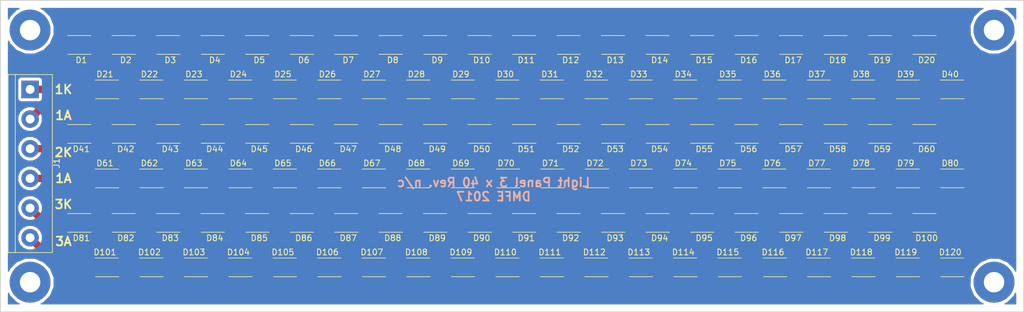
<source format=kicad_pcb>
(kicad_pcb (version 20170123) (host pcbnew "(2017-04-07 revision 70c961f)-master")

  (general
    (links 123)
    (no_connects 0)
    (area 40.810715 47.8825 225.889286 102.1125)
    (thickness 1.6)
    (drawings 12)
    (tracks 134)
    (zones 0)
    (modules 125)
    (nets 124)
  )

  (page A)
  (title_block
    (title "LED Panel 40 x 3 Array")
    (date 2017-04-27)
    (rev n/c)
    (company DMFE)
  )

  (layers
    (0 F.Cu signal)
    (31 B.Cu signal hide)
    (32 B.Adhes user hide)
    (33 F.Adhes user hide)
    (34 B.Paste user hide)
    (35 F.Paste user hide)
    (36 B.SilkS user)
    (37 F.SilkS user)
    (38 B.Mask user hide)
    (39 F.Mask user hide)
    (40 Dwgs.User user)
    (41 Cmts.User user hide)
    (42 Eco1.User user hide)
    (43 Eco2.User user hide)
    (44 Edge.Cuts user)
    (45 Margin user hide)
    (46 B.CrtYd user)
    (47 F.CrtYd user)
    (48 B.Fab user hide)
    (49 F.Fab user hide)
  )

  (setup
    (last_trace_width 1.27)
    (user_trace_width 0.635)
    (user_trace_width 1.27)
    (user_trace_width 1.905)
    (trace_clearance 0.2)
    (zone_clearance 0.508)
    (zone_45_only no)
    (trace_min 0.2)
    (segment_width 0.2)
    (edge_width 0.15)
    (via_size 0.8)
    (via_drill 0.4)
    (via_min_size 0.4)
    (via_min_drill 0.3)
    (uvia_size 0.3)
    (uvia_drill 0.1)
    (uvias_allowed no)
    (uvia_min_size 0.2)
    (uvia_min_drill 0.1)
    (pcb_text_width 0.3)
    (pcb_text_size 1.5 1.5)
    (mod_edge_width 0.15)
    (mod_text_size 1 1)
    (mod_text_width 0.15)
    (pad_size 1.524 1.524)
    (pad_drill 0.762)
    (pad_to_mask_clearance 0)
    (aux_axis_origin 0 0)
    (visible_elements FFFDFF7F)
    (pcbplotparams
      (layerselection 0x00030_ffffffff)
      (usegerberextensions false)
      (excludeedgelayer true)
      (linewidth 0.100000)
      (plotframeref false)
      (viasonmask false)
      (mode 1)
      (useauxorigin false)
      (hpglpennumber 1)
      (hpglpenspeed 20)
      (hpglpendiameter 15)
      (psnegative false)
      (psa4output false)
      (plotreference true)
      (plotvalue true)
      (plotinvisibletext false)
      (padsonsilk false)
      (subtractmaskfromsilk false)
      (outputformat 1)
      (mirror false)
      (drillshape 1)
      (scaleselection 1)
      (outputdirectory ""))
  )

  (net 0 "")
  (net 1 "Net-(D1-Pad2)")
  (net 2 "Net-(D1-Pad1)")
  (net 3 "Net-(D2-Pad2)")
  (net 4 "Net-(D3-Pad2)")
  (net 5 "Net-(D4-Pad2)")
  (net 6 "Net-(D5-Pad2)")
  (net 7 "Net-(D6-Pad2)")
  (net 8 "Net-(D7-Pad2)")
  (net 9 "Net-(D8-Pad2)")
  (net 10 "Net-(D10-Pad1)")
  (net 11 "Net-(D10-Pad2)")
  (net 12 "Net-(D11-Pad2)")
  (net 13 "Net-(D12-Pad2)")
  (net 14 "Net-(D13-Pad2)")
  (net 15 "Net-(D14-Pad2)")
  (net 16 "Net-(D15-Pad2)")
  (net 17 "Net-(D16-Pad2)")
  (net 18 "Net-(D17-Pad2)")
  (net 19 "Net-(D18-Pad2)")
  (net 20 "Net-(D19-Pad2)")
  (net 21 "Net-(D20-Pad2)")
  (net 22 "Net-(D21-Pad1)")
  (net 23 "Net-(D21-Pad2)")
  (net 24 "Net-(D22-Pad1)")
  (net 25 "Net-(D23-Pad1)")
  (net 26 "Net-(D24-Pad1)")
  (net 27 "Net-(D25-Pad1)")
  (net 28 "Net-(D26-Pad1)")
  (net 29 "Net-(D27-Pad1)")
  (net 30 "Net-(D28-Pad1)")
  (net 31 "Net-(D29-Pad1)")
  (net 32 "Net-(D30-Pad1)")
  (net 33 "Net-(D31-Pad1)")
  (net 34 "Net-(D32-Pad1)")
  (net 35 "Net-(D33-Pad1)")
  (net 36 "Net-(D34-Pad1)")
  (net 37 "Net-(D35-Pad1)")
  (net 38 "Net-(D36-Pad1)")
  (net 39 "Net-(D37-Pad1)")
  (net 40 "Net-(D38-Pad1)")
  (net 41 "Net-(D39-Pad1)")
  (net 42 "Net-(D41-Pad2)")
  (net 43 "Net-(D41-Pad1)")
  (net 44 "Net-(D42-Pad2)")
  (net 45 "Net-(D43-Pad2)")
  (net 46 "Net-(D44-Pad2)")
  (net 47 "Net-(D45-Pad2)")
  (net 48 "Net-(D46-Pad2)")
  (net 49 "Net-(D47-Pad2)")
  (net 50 "Net-(D48-Pad2)")
  (net 51 "Net-(D49-Pad2)")
  (net 52 "Net-(D50-Pad2)")
  (net 53 "Net-(D51-Pad2)")
  (net 54 "Net-(D52-Pad2)")
  (net 55 "Net-(D53-Pad2)")
  (net 56 "Net-(D54-Pad2)")
  (net 57 "Net-(D55-Pad2)")
  (net 58 "Net-(D56-Pad2)")
  (net 59 "Net-(D57-Pad2)")
  (net 60 "Net-(D58-Pad2)")
  (net 61 "Net-(D59-Pad2)")
  (net 62 "Net-(D60-Pad2)")
  (net 63 "Net-(D61-Pad1)")
  (net 64 "Net-(D61-Pad2)")
  (net 65 "Net-(D62-Pad1)")
  (net 66 "Net-(D63-Pad1)")
  (net 67 "Net-(D64-Pad1)")
  (net 68 "Net-(D65-Pad1)")
  (net 69 "Net-(D66-Pad1)")
  (net 70 "Net-(D67-Pad1)")
  (net 71 "Net-(D68-Pad1)")
  (net 72 "Net-(D69-Pad1)")
  (net 73 "Net-(D70-Pad1)")
  (net 74 "Net-(D71-Pad1)")
  (net 75 "Net-(D72-Pad1)")
  (net 76 "Net-(D73-Pad1)")
  (net 77 "Net-(D74-Pad1)")
  (net 78 "Net-(D75-Pad1)")
  (net 79 "Net-(D76-Pad1)")
  (net 80 "Net-(D77-Pad1)")
  (net 81 "Net-(D78-Pad1)")
  (net 82 "Net-(D79-Pad1)")
  (net 83 "Net-(D81-Pad2)")
  (net 84 "Net-(D81-Pad1)")
  (net 85 "Net-(D82-Pad2)")
  (net 86 "Net-(D83-Pad2)")
  (net 87 "Net-(D84-Pad2)")
  (net 88 "Net-(D85-Pad2)")
  (net 89 "Net-(D86-Pad2)")
  (net 90 "Net-(D87-Pad2)")
  (net 91 "Net-(D88-Pad2)")
  (net 92 "Net-(D89-Pad2)")
  (net 93 "Net-(D90-Pad2)")
  (net 94 "Net-(D91-Pad2)")
  (net 95 "Net-(D92-Pad2)")
  (net 96 "Net-(D93-Pad2)")
  (net 97 "Net-(D94-Pad2)")
  (net 98 "Net-(D95-Pad2)")
  (net 99 "Net-(D96-Pad2)")
  (net 100 "Net-(D97-Pad2)")
  (net 101 "Net-(D98-Pad2)")
  (net 102 "Net-(D100-Pad1)")
  (net 103 "Net-(D100-Pad2)")
  (net 104 "Net-(D101-Pad1)")
  (net 105 "Net-(D101-Pad2)")
  (net 106 "Net-(D102-Pad1)")
  (net 107 "Net-(D103-Pad1)")
  (net 108 "Net-(D104-Pad1)")
  (net 109 "Net-(D105-Pad1)")
  (net 110 "Net-(D106-Pad1)")
  (net 111 "Net-(D107-Pad1)")
  (net 112 "Net-(D108-Pad1)")
  (net 113 "Net-(D109-Pad1)")
  (net 114 "Net-(D110-Pad1)")
  (net 115 "Net-(D111-Pad1)")
  (net 116 "Net-(D112-Pad1)")
  (net 117 "Net-(D113-Pad1)")
  (net 118 "Net-(D114-Pad1)")
  (net 119 "Net-(D115-Pad1)")
  (net 120 "Net-(D116-Pad1)")
  (net 121 "Net-(D117-Pad1)")
  (net 122 "Net-(D118-Pad1)")
  (net 123 "Net-(D119-Pad1)")

  (net_class Default "This is the default net class."
    (clearance 0.2)
    (trace_width 0.25)
    (via_dia 0.8)
    (via_drill 0.4)
    (uvia_dia 0.3)
    (uvia_drill 0.1)
    (add_net "Net-(D1-Pad1)")
    (add_net "Net-(D1-Pad2)")
    (add_net "Net-(D10-Pad1)")
    (add_net "Net-(D10-Pad2)")
    (add_net "Net-(D100-Pad1)")
    (add_net "Net-(D100-Pad2)")
    (add_net "Net-(D101-Pad1)")
    (add_net "Net-(D101-Pad2)")
    (add_net "Net-(D102-Pad1)")
    (add_net "Net-(D103-Pad1)")
    (add_net "Net-(D104-Pad1)")
    (add_net "Net-(D105-Pad1)")
    (add_net "Net-(D106-Pad1)")
    (add_net "Net-(D107-Pad1)")
    (add_net "Net-(D108-Pad1)")
    (add_net "Net-(D109-Pad1)")
    (add_net "Net-(D11-Pad2)")
    (add_net "Net-(D110-Pad1)")
    (add_net "Net-(D111-Pad1)")
    (add_net "Net-(D112-Pad1)")
    (add_net "Net-(D113-Pad1)")
    (add_net "Net-(D114-Pad1)")
    (add_net "Net-(D115-Pad1)")
    (add_net "Net-(D116-Pad1)")
    (add_net "Net-(D117-Pad1)")
    (add_net "Net-(D118-Pad1)")
    (add_net "Net-(D119-Pad1)")
    (add_net "Net-(D12-Pad2)")
    (add_net "Net-(D13-Pad2)")
    (add_net "Net-(D14-Pad2)")
    (add_net "Net-(D15-Pad2)")
    (add_net "Net-(D16-Pad2)")
    (add_net "Net-(D17-Pad2)")
    (add_net "Net-(D18-Pad2)")
    (add_net "Net-(D19-Pad2)")
    (add_net "Net-(D2-Pad2)")
    (add_net "Net-(D20-Pad2)")
    (add_net "Net-(D21-Pad1)")
    (add_net "Net-(D21-Pad2)")
    (add_net "Net-(D22-Pad1)")
    (add_net "Net-(D23-Pad1)")
    (add_net "Net-(D24-Pad1)")
    (add_net "Net-(D25-Pad1)")
    (add_net "Net-(D26-Pad1)")
    (add_net "Net-(D27-Pad1)")
    (add_net "Net-(D28-Pad1)")
    (add_net "Net-(D29-Pad1)")
    (add_net "Net-(D3-Pad2)")
    (add_net "Net-(D30-Pad1)")
    (add_net "Net-(D31-Pad1)")
    (add_net "Net-(D32-Pad1)")
    (add_net "Net-(D33-Pad1)")
    (add_net "Net-(D34-Pad1)")
    (add_net "Net-(D35-Pad1)")
    (add_net "Net-(D36-Pad1)")
    (add_net "Net-(D37-Pad1)")
    (add_net "Net-(D38-Pad1)")
    (add_net "Net-(D39-Pad1)")
    (add_net "Net-(D4-Pad2)")
    (add_net "Net-(D41-Pad1)")
    (add_net "Net-(D41-Pad2)")
    (add_net "Net-(D42-Pad2)")
    (add_net "Net-(D43-Pad2)")
    (add_net "Net-(D44-Pad2)")
    (add_net "Net-(D45-Pad2)")
    (add_net "Net-(D46-Pad2)")
    (add_net "Net-(D47-Pad2)")
    (add_net "Net-(D48-Pad2)")
    (add_net "Net-(D49-Pad2)")
    (add_net "Net-(D5-Pad2)")
    (add_net "Net-(D50-Pad2)")
    (add_net "Net-(D51-Pad2)")
    (add_net "Net-(D52-Pad2)")
    (add_net "Net-(D53-Pad2)")
    (add_net "Net-(D54-Pad2)")
    (add_net "Net-(D55-Pad2)")
    (add_net "Net-(D56-Pad2)")
    (add_net "Net-(D57-Pad2)")
    (add_net "Net-(D58-Pad2)")
    (add_net "Net-(D59-Pad2)")
    (add_net "Net-(D6-Pad2)")
    (add_net "Net-(D60-Pad2)")
    (add_net "Net-(D61-Pad1)")
    (add_net "Net-(D61-Pad2)")
    (add_net "Net-(D62-Pad1)")
    (add_net "Net-(D63-Pad1)")
    (add_net "Net-(D64-Pad1)")
    (add_net "Net-(D65-Pad1)")
    (add_net "Net-(D66-Pad1)")
    (add_net "Net-(D67-Pad1)")
    (add_net "Net-(D68-Pad1)")
    (add_net "Net-(D69-Pad1)")
    (add_net "Net-(D7-Pad2)")
    (add_net "Net-(D70-Pad1)")
    (add_net "Net-(D71-Pad1)")
    (add_net "Net-(D72-Pad1)")
    (add_net "Net-(D73-Pad1)")
    (add_net "Net-(D74-Pad1)")
    (add_net "Net-(D75-Pad1)")
    (add_net "Net-(D76-Pad1)")
    (add_net "Net-(D77-Pad1)")
    (add_net "Net-(D78-Pad1)")
    (add_net "Net-(D79-Pad1)")
    (add_net "Net-(D8-Pad2)")
    (add_net "Net-(D81-Pad1)")
    (add_net "Net-(D81-Pad2)")
    (add_net "Net-(D82-Pad2)")
    (add_net "Net-(D83-Pad2)")
    (add_net "Net-(D84-Pad2)")
    (add_net "Net-(D85-Pad2)")
    (add_net "Net-(D86-Pad2)")
    (add_net "Net-(D87-Pad2)")
    (add_net "Net-(D88-Pad2)")
    (add_net "Net-(D89-Pad2)")
    (add_net "Net-(D90-Pad2)")
    (add_net "Net-(D91-Pad2)")
    (add_net "Net-(D92-Pad2)")
    (add_net "Net-(D93-Pad2)")
    (add_net "Net-(D94-Pad2)")
    (add_net "Net-(D95-Pad2)")
    (add_net "Net-(D96-Pad2)")
    (add_net "Net-(D97-Pad2)")
    (add_net "Net-(D98-Pad2)")
  )

  (module Mounting_Holes:MountingHole_3.5mm_Pad (layer F.Cu) (tedit 5902CC27) (tstamp 5903847A)
    (at 50.8 96.52)
    (descr "Mounting Hole 3.5mm")
    (tags "mounting hole 3.5mm")
    (fp_text reference H2 (at 0 -4.5) (layer F.SilkS) hide
      (effects (font (size 1 1) (thickness 0.15)))
    )
    (fp_text value MountingHole_3.5mm_Pad (at 0 4.5) (layer F.Fab)
      (effects (font (size 1 1) (thickness 0.15)))
    )
    (fp_circle (center 0 0) (end 3.5 0) (layer Cmts.User) (width 0.15))
    (fp_circle (center 0 0) (end 3.75 0) (layer F.CrtYd) (width 0.05))
    (pad 1 thru_hole circle (at 0 0) (size 7 7) (drill 3.5) (layers *.Cu *.Mask))
  )

  (module Mounting_Holes:MountingHole_3.5mm_Pad (layer F.Cu) (tedit 5902CC1C) (tstamp 59038477)
    (at 50.8 53.34)
    (descr "Mounting Hole 3.5mm")
    (tags "mounting hole 3.5mm")
    (fp_text reference H1 (at 0 -4.5) (layer F.SilkS) hide
      (effects (font (size 1 1) (thickness 0.15)))
    )
    (fp_text value MountingHole_3.5mm_Pad (at 0 4.5) (layer F.Fab)
      (effects (font (size 1 1) (thickness 0.15)))
    )
    (fp_circle (center 0 0) (end 3.5 0) (layer Cmts.User) (width 0.15))
    (fp_circle (center 0 0) (end 3.75 0) (layer F.CrtYd) (width 0.05))
    (pad 1 thru_hole circle (at 0 0) (size 7 7) (drill 3.5) (layers *.Cu *.Mask))
  )

  (module Mounting_Holes:MountingHole_3.5mm_Pad (layer F.Cu) (tedit 5902CC3B) (tstamp 59038474)
    (at 215.9 96.52)
    (descr "Mounting Hole 3.5mm")
    (tags "mounting hole 3.5mm")
    (fp_text reference H4 (at 0 -4.5) (layer F.SilkS) hide
      (effects (font (size 1 1) (thickness 0.15)))
    )
    (fp_text value MountingHole_3.5mm_Pad (at 0 4.5) (layer F.Fab)
      (effects (font (size 1 1) (thickness 0.15)))
    )
    (fp_circle (center 0 0) (end 3.5 0) (layer Cmts.User) (width 0.15))
    (fp_circle (center 0 0) (end 3.75 0) (layer F.CrtYd) (width 0.05))
    (pad 1 thru_hole circle (at 0 0) (size 7 7) (drill 3.5) (layers *.Cu *.Mask))
  )

  (module Mounting_Holes:MountingHole_3.5mm_Pad (layer F.Cu) (tedit 5902CC33) (tstamp 59038471)
    (at 215.9 53.34)
    (descr "Mounting Hole 3.5mm")
    (tags "mounting hole 3.5mm")
    (fp_text reference H3 (at 0 -4.5) (layer F.SilkS) hide
      (effects (font (size 1 1) (thickness 0.15)))
    )
    (fp_text value MountingHole_3.5mm_Pad (at 0 4.5) (layer F.Fab)
      (effects (font (size 1 1) (thickness 0.15)))
    )
    (fp_circle (center 0 0) (end 3.5 0) (layer Cmts.User) (width 0.15))
    (fp_circle (center 0 0) (end 3.75 0) (layer F.CrtYd) (width 0.05))
    (pad 1 thru_hole circle (at 0 0) (size 7 7) (drill 3.5) (layers *.Cu *.Mask))
  )

  (module LEDs:LED_PLCC_2835_Handsoldering (layer F.Cu) (tedit 575B2B12) (tstamp 5902F993)
    (at 59.75 55.88)
    (descr http://www.everlight.com/file/ProductFile/67-21S-KK2C-H4040QAR32835Z15-2T.pdf)
    (tags LED)
    (path /5902BA27)
    (attr smd)
    (fp_text reference D1 (at -0.18 2.6) (layer F.SilkS)
      (effects (font (size 1 1) (thickness 0.15)))
    )
    (fp_text value LED_Small (at -0.2 -2.6) (layer F.Fab)
      (effects (font (size 1 1) (thickness 0.15)))
    )
    (fp_line (start 1.55 1.4) (end -1.95 1.4) (layer F.Fab) (width 0.1))
    (fp_line (start -1.95 1.4) (end -1.95 -1.4) (layer F.Fab) (width 0.1))
    (fp_line (start -1.95 -1.4) (end 1.55 -1.4) (layer F.Fab) (width 0.1))
    (fp_line (start 1.55 -1.4) (end 1.55 1.4) (layer F.Fab) (width 0.1))
    (fp_line (start 1.4 0) (end 1.4 0.8) (layer F.Fab) (width 0.1))
    (fp_line (start 1.4 0.8) (end 1 1.2) (layer F.Fab) (width 0.1))
    (fp_line (start 1 1.2) (end -1.4 1.2) (layer F.Fab) (width 0.1))
    (fp_line (start -1.4 1.2) (end -1.8 0.8) (layer F.Fab) (width 0.1))
    (fp_line (start -1.8 0.8) (end -1.8 -0.8) (layer F.Fab) (width 0.1))
    (fp_line (start -1.8 -0.8) (end -1.4 -1.2) (layer F.Fab) (width 0.1))
    (fp_line (start -1.4 -1.2) (end 1 -1.2) (layer F.Fab) (width 0.1))
    (fp_line (start 1 -1.2) (end 1.4 -0.8) (layer F.Fab) (width 0.1))
    (fp_line (start 1.4 -0.8) (end 1.4 0) (layer F.Fab) (width 0.1))
    (fp_line (start 1.5 1.6) (end -2.5 1.6) (layer F.SilkS) (width 0.12))
    (fp_line (start 1.45 -1.6) (end -2.55 -1.6) (layer F.SilkS) (width 0.12))
    (fp_line (start 2.3 1.75) (end -2.8 1.75) (layer F.CrtYd) (width 0.05))
    (fp_line (start -2.8 1.75) (end -2.8 -1.75) (layer F.CrtYd) (width 0.05))
    (fp_line (start -2.8 -1.75) (end 2.3 -1.75) (layer F.CrtYd) (width 0.05))
    (fp_line (start 2.3 -1.75) (end 2.3 1.75) (layer F.CrtYd) (width 0.05))
    (fp_line (start 0.93 -0.4) (end 0.93 -0.9) (layer F.Fab) (width 0.1))
    (fp_line (start 1.15 -0.65) (end 0.7 -0.65) (layer F.Fab) (width 0.1))
    (pad 2 smd rect (at 1.33 0 180) (size 1.5 2.1) (layers F.Cu F.Paste F.Mask)
      (net 1 "Net-(D1-Pad2)"))
    (pad 1 smd rect (at -1.33 0 180) (size 2.5 2.1) (layers F.Cu F.Paste F.Mask)
      (net 2 "Net-(D1-Pad1)"))
    (model LEDs.3dshapes\LED_PLCC_2835_Handsoldering.wrl
      (at (xyz 0 0 0))
      (scale (xyz 0.4 0.4 0.4))
      (rotate (xyz 0 0 0))
    )
  )

  (module LEDs:LED_PLCC_2835_Handsoldering (layer F.Cu) (tedit 575B2B12) (tstamp 5902F9AE)
    (at 67.37 55.88)
    (descr http://www.everlight.com/file/ProductFile/67-21S-KK2C-H4040QAR32835Z15-2T.pdf)
    (tags LED)
    (path /5902BAE7)
    (attr smd)
    (fp_text reference D2 (at -0.18 2.6) (layer F.SilkS)
      (effects (font (size 1 1) (thickness 0.15)))
    )
    (fp_text value LED_Small (at -0.2 -2.6) (layer F.Fab)
      (effects (font (size 1 1) (thickness 0.15)))
    )
    (fp_line (start 1.15 -0.65) (end 0.7 -0.65) (layer F.Fab) (width 0.1))
    (fp_line (start 0.93 -0.4) (end 0.93 -0.9) (layer F.Fab) (width 0.1))
    (fp_line (start 2.3 -1.75) (end 2.3 1.75) (layer F.CrtYd) (width 0.05))
    (fp_line (start -2.8 -1.75) (end 2.3 -1.75) (layer F.CrtYd) (width 0.05))
    (fp_line (start -2.8 1.75) (end -2.8 -1.75) (layer F.CrtYd) (width 0.05))
    (fp_line (start 2.3 1.75) (end -2.8 1.75) (layer F.CrtYd) (width 0.05))
    (fp_line (start 1.45 -1.6) (end -2.55 -1.6) (layer F.SilkS) (width 0.12))
    (fp_line (start 1.5 1.6) (end -2.5 1.6) (layer F.SilkS) (width 0.12))
    (fp_line (start 1.4 -0.8) (end 1.4 0) (layer F.Fab) (width 0.1))
    (fp_line (start 1 -1.2) (end 1.4 -0.8) (layer F.Fab) (width 0.1))
    (fp_line (start -1.4 -1.2) (end 1 -1.2) (layer F.Fab) (width 0.1))
    (fp_line (start -1.8 -0.8) (end -1.4 -1.2) (layer F.Fab) (width 0.1))
    (fp_line (start -1.8 0.8) (end -1.8 -0.8) (layer F.Fab) (width 0.1))
    (fp_line (start -1.4 1.2) (end -1.8 0.8) (layer F.Fab) (width 0.1))
    (fp_line (start 1 1.2) (end -1.4 1.2) (layer F.Fab) (width 0.1))
    (fp_line (start 1.4 0.8) (end 1 1.2) (layer F.Fab) (width 0.1))
    (fp_line (start 1.4 0) (end 1.4 0.8) (layer F.Fab) (width 0.1))
    (fp_line (start 1.55 -1.4) (end 1.55 1.4) (layer F.Fab) (width 0.1))
    (fp_line (start -1.95 -1.4) (end 1.55 -1.4) (layer F.Fab) (width 0.1))
    (fp_line (start -1.95 1.4) (end -1.95 -1.4) (layer F.Fab) (width 0.1))
    (fp_line (start 1.55 1.4) (end -1.95 1.4) (layer F.Fab) (width 0.1))
    (pad 1 smd rect (at -1.33 0 180) (size 2.5 2.1) (layers F.Cu F.Paste F.Mask)
      (net 1 "Net-(D1-Pad2)"))
    (pad 2 smd rect (at 1.33 0 180) (size 1.5 2.1) (layers F.Cu F.Paste F.Mask)
      (net 3 "Net-(D2-Pad2)"))
    (model LEDs.3dshapes\LED_PLCC_2835_Handsoldering.wrl
      (at (xyz 0 0 0))
      (scale (xyz 0.4 0.4 0.4))
      (rotate (xyz 0 0 0))
    )
  )

  (module LEDs:LED_PLCC_2835_Handsoldering (layer F.Cu) (tedit 575B2B12) (tstamp 5902F9C9)
    (at 74.99 55.88)
    (descr http://www.everlight.com/file/ProductFile/67-21S-KK2C-H4040QAR32835Z15-2T.pdf)
    (tags LED)
    (path /5902BB02)
    (attr smd)
    (fp_text reference D3 (at -0.18 2.6) (layer F.SilkS)
      (effects (font (size 1 1) (thickness 0.15)))
    )
    (fp_text value LED_Small (at -0.2 -2.6) (layer F.Fab)
      (effects (font (size 1 1) (thickness 0.15)))
    )
    (fp_line (start 1.55 1.4) (end -1.95 1.4) (layer F.Fab) (width 0.1))
    (fp_line (start -1.95 1.4) (end -1.95 -1.4) (layer F.Fab) (width 0.1))
    (fp_line (start -1.95 -1.4) (end 1.55 -1.4) (layer F.Fab) (width 0.1))
    (fp_line (start 1.55 -1.4) (end 1.55 1.4) (layer F.Fab) (width 0.1))
    (fp_line (start 1.4 0) (end 1.4 0.8) (layer F.Fab) (width 0.1))
    (fp_line (start 1.4 0.8) (end 1 1.2) (layer F.Fab) (width 0.1))
    (fp_line (start 1 1.2) (end -1.4 1.2) (layer F.Fab) (width 0.1))
    (fp_line (start -1.4 1.2) (end -1.8 0.8) (layer F.Fab) (width 0.1))
    (fp_line (start -1.8 0.8) (end -1.8 -0.8) (layer F.Fab) (width 0.1))
    (fp_line (start -1.8 -0.8) (end -1.4 -1.2) (layer F.Fab) (width 0.1))
    (fp_line (start -1.4 -1.2) (end 1 -1.2) (layer F.Fab) (width 0.1))
    (fp_line (start 1 -1.2) (end 1.4 -0.8) (layer F.Fab) (width 0.1))
    (fp_line (start 1.4 -0.8) (end 1.4 0) (layer F.Fab) (width 0.1))
    (fp_line (start 1.5 1.6) (end -2.5 1.6) (layer F.SilkS) (width 0.12))
    (fp_line (start 1.45 -1.6) (end -2.55 -1.6) (layer F.SilkS) (width 0.12))
    (fp_line (start 2.3 1.75) (end -2.8 1.75) (layer F.CrtYd) (width 0.05))
    (fp_line (start -2.8 1.75) (end -2.8 -1.75) (layer F.CrtYd) (width 0.05))
    (fp_line (start -2.8 -1.75) (end 2.3 -1.75) (layer F.CrtYd) (width 0.05))
    (fp_line (start 2.3 -1.75) (end 2.3 1.75) (layer F.CrtYd) (width 0.05))
    (fp_line (start 0.93 -0.4) (end 0.93 -0.9) (layer F.Fab) (width 0.1))
    (fp_line (start 1.15 -0.65) (end 0.7 -0.65) (layer F.Fab) (width 0.1))
    (pad 2 smd rect (at 1.33 0 180) (size 1.5 2.1) (layers F.Cu F.Paste F.Mask)
      (net 4 "Net-(D3-Pad2)"))
    (pad 1 smd rect (at -1.33 0 180) (size 2.5 2.1) (layers F.Cu F.Paste F.Mask)
      (net 3 "Net-(D2-Pad2)"))
    (model LEDs.3dshapes\LED_PLCC_2835_Handsoldering.wrl
      (at (xyz 0 0 0))
      (scale (xyz 0.4 0.4 0.4))
      (rotate (xyz 0 0 0))
    )
  )

  (module LEDs:LED_PLCC_2835_Handsoldering (layer F.Cu) (tedit 575B2B12) (tstamp 5902F9E4)
    (at 82.61 55.88)
    (descr http://www.everlight.com/file/ProductFile/67-21S-KK2C-H4040QAR32835Z15-2T.pdf)
    (tags LED)
    (path /5902BB19)
    (attr smd)
    (fp_text reference D4 (at -0.18 2.6) (layer F.SilkS)
      (effects (font (size 1 1) (thickness 0.15)))
    )
    (fp_text value LED_Small (at -0.2 -2.6) (layer F.Fab)
      (effects (font (size 1 1) (thickness 0.15)))
    )
    (fp_line (start 1.15 -0.65) (end 0.7 -0.65) (layer F.Fab) (width 0.1))
    (fp_line (start 0.93 -0.4) (end 0.93 -0.9) (layer F.Fab) (width 0.1))
    (fp_line (start 2.3 -1.75) (end 2.3 1.75) (layer F.CrtYd) (width 0.05))
    (fp_line (start -2.8 -1.75) (end 2.3 -1.75) (layer F.CrtYd) (width 0.05))
    (fp_line (start -2.8 1.75) (end -2.8 -1.75) (layer F.CrtYd) (width 0.05))
    (fp_line (start 2.3 1.75) (end -2.8 1.75) (layer F.CrtYd) (width 0.05))
    (fp_line (start 1.45 -1.6) (end -2.55 -1.6) (layer F.SilkS) (width 0.12))
    (fp_line (start 1.5 1.6) (end -2.5 1.6) (layer F.SilkS) (width 0.12))
    (fp_line (start 1.4 -0.8) (end 1.4 0) (layer F.Fab) (width 0.1))
    (fp_line (start 1 -1.2) (end 1.4 -0.8) (layer F.Fab) (width 0.1))
    (fp_line (start -1.4 -1.2) (end 1 -1.2) (layer F.Fab) (width 0.1))
    (fp_line (start -1.8 -0.8) (end -1.4 -1.2) (layer F.Fab) (width 0.1))
    (fp_line (start -1.8 0.8) (end -1.8 -0.8) (layer F.Fab) (width 0.1))
    (fp_line (start -1.4 1.2) (end -1.8 0.8) (layer F.Fab) (width 0.1))
    (fp_line (start 1 1.2) (end -1.4 1.2) (layer F.Fab) (width 0.1))
    (fp_line (start 1.4 0.8) (end 1 1.2) (layer F.Fab) (width 0.1))
    (fp_line (start 1.4 0) (end 1.4 0.8) (layer F.Fab) (width 0.1))
    (fp_line (start 1.55 -1.4) (end 1.55 1.4) (layer F.Fab) (width 0.1))
    (fp_line (start -1.95 -1.4) (end 1.55 -1.4) (layer F.Fab) (width 0.1))
    (fp_line (start -1.95 1.4) (end -1.95 -1.4) (layer F.Fab) (width 0.1))
    (fp_line (start 1.55 1.4) (end -1.95 1.4) (layer F.Fab) (width 0.1))
    (pad 1 smd rect (at -1.33 0 180) (size 2.5 2.1) (layers F.Cu F.Paste F.Mask)
      (net 4 "Net-(D3-Pad2)"))
    (pad 2 smd rect (at 1.33 0 180) (size 1.5 2.1) (layers F.Cu F.Paste F.Mask)
      (net 5 "Net-(D4-Pad2)"))
    (model LEDs.3dshapes\LED_PLCC_2835_Handsoldering.wrl
      (at (xyz 0 0 0))
      (scale (xyz 0.4 0.4 0.4))
      (rotate (xyz 0 0 0))
    )
  )

  (module LEDs:LED_PLCC_2835_Handsoldering (layer F.Cu) (tedit 575B2B12) (tstamp 5902F9FF)
    (at 90.23 55.88)
    (descr http://www.everlight.com/file/ProductFile/67-21S-KK2C-H4040QAR32835Z15-2T.pdf)
    (tags LED)
    (path /5902BB32)
    (attr smd)
    (fp_text reference D5 (at -0.18 2.6) (layer F.SilkS)
      (effects (font (size 1 1) (thickness 0.15)))
    )
    (fp_text value LED_Small (at -0.2 -2.6) (layer F.Fab)
      (effects (font (size 1 1) (thickness 0.15)))
    )
    (fp_line (start 1.55 1.4) (end -1.95 1.4) (layer F.Fab) (width 0.1))
    (fp_line (start -1.95 1.4) (end -1.95 -1.4) (layer F.Fab) (width 0.1))
    (fp_line (start -1.95 -1.4) (end 1.55 -1.4) (layer F.Fab) (width 0.1))
    (fp_line (start 1.55 -1.4) (end 1.55 1.4) (layer F.Fab) (width 0.1))
    (fp_line (start 1.4 0) (end 1.4 0.8) (layer F.Fab) (width 0.1))
    (fp_line (start 1.4 0.8) (end 1 1.2) (layer F.Fab) (width 0.1))
    (fp_line (start 1 1.2) (end -1.4 1.2) (layer F.Fab) (width 0.1))
    (fp_line (start -1.4 1.2) (end -1.8 0.8) (layer F.Fab) (width 0.1))
    (fp_line (start -1.8 0.8) (end -1.8 -0.8) (layer F.Fab) (width 0.1))
    (fp_line (start -1.8 -0.8) (end -1.4 -1.2) (layer F.Fab) (width 0.1))
    (fp_line (start -1.4 -1.2) (end 1 -1.2) (layer F.Fab) (width 0.1))
    (fp_line (start 1 -1.2) (end 1.4 -0.8) (layer F.Fab) (width 0.1))
    (fp_line (start 1.4 -0.8) (end 1.4 0) (layer F.Fab) (width 0.1))
    (fp_line (start 1.5 1.6) (end -2.5 1.6) (layer F.SilkS) (width 0.12))
    (fp_line (start 1.45 -1.6) (end -2.55 -1.6) (layer F.SilkS) (width 0.12))
    (fp_line (start 2.3 1.75) (end -2.8 1.75) (layer F.CrtYd) (width 0.05))
    (fp_line (start -2.8 1.75) (end -2.8 -1.75) (layer F.CrtYd) (width 0.05))
    (fp_line (start -2.8 -1.75) (end 2.3 -1.75) (layer F.CrtYd) (width 0.05))
    (fp_line (start 2.3 -1.75) (end 2.3 1.75) (layer F.CrtYd) (width 0.05))
    (fp_line (start 0.93 -0.4) (end 0.93 -0.9) (layer F.Fab) (width 0.1))
    (fp_line (start 1.15 -0.65) (end 0.7 -0.65) (layer F.Fab) (width 0.1))
    (pad 2 smd rect (at 1.33 0 180) (size 1.5 2.1) (layers F.Cu F.Paste F.Mask)
      (net 6 "Net-(D5-Pad2)"))
    (pad 1 smd rect (at -1.33 0 180) (size 2.5 2.1) (layers F.Cu F.Paste F.Mask)
      (net 5 "Net-(D4-Pad2)"))
    (model LEDs.3dshapes\LED_PLCC_2835_Handsoldering.wrl
      (at (xyz 0 0 0))
      (scale (xyz 0.4 0.4 0.4))
      (rotate (xyz 0 0 0))
    )
  )

  (module LEDs:LED_PLCC_2835_Handsoldering (layer F.Cu) (tedit 575B2B12) (tstamp 5902FA1A)
    (at 97.85 55.88)
    (descr http://www.everlight.com/file/ProductFile/67-21S-KK2C-H4040QAR32835Z15-2T.pdf)
    (tags LED)
    (path /5902BB4D)
    (attr smd)
    (fp_text reference D6 (at -0.18 2.6) (layer F.SilkS)
      (effects (font (size 1 1) (thickness 0.15)))
    )
    (fp_text value LED_Small (at -0.2 -2.6) (layer F.Fab)
      (effects (font (size 1 1) (thickness 0.15)))
    )
    (fp_line (start 1.15 -0.65) (end 0.7 -0.65) (layer F.Fab) (width 0.1))
    (fp_line (start 0.93 -0.4) (end 0.93 -0.9) (layer F.Fab) (width 0.1))
    (fp_line (start 2.3 -1.75) (end 2.3 1.75) (layer F.CrtYd) (width 0.05))
    (fp_line (start -2.8 -1.75) (end 2.3 -1.75) (layer F.CrtYd) (width 0.05))
    (fp_line (start -2.8 1.75) (end -2.8 -1.75) (layer F.CrtYd) (width 0.05))
    (fp_line (start 2.3 1.75) (end -2.8 1.75) (layer F.CrtYd) (width 0.05))
    (fp_line (start 1.45 -1.6) (end -2.55 -1.6) (layer F.SilkS) (width 0.12))
    (fp_line (start 1.5 1.6) (end -2.5 1.6) (layer F.SilkS) (width 0.12))
    (fp_line (start 1.4 -0.8) (end 1.4 0) (layer F.Fab) (width 0.1))
    (fp_line (start 1 -1.2) (end 1.4 -0.8) (layer F.Fab) (width 0.1))
    (fp_line (start -1.4 -1.2) (end 1 -1.2) (layer F.Fab) (width 0.1))
    (fp_line (start -1.8 -0.8) (end -1.4 -1.2) (layer F.Fab) (width 0.1))
    (fp_line (start -1.8 0.8) (end -1.8 -0.8) (layer F.Fab) (width 0.1))
    (fp_line (start -1.4 1.2) (end -1.8 0.8) (layer F.Fab) (width 0.1))
    (fp_line (start 1 1.2) (end -1.4 1.2) (layer F.Fab) (width 0.1))
    (fp_line (start 1.4 0.8) (end 1 1.2) (layer F.Fab) (width 0.1))
    (fp_line (start 1.4 0) (end 1.4 0.8) (layer F.Fab) (width 0.1))
    (fp_line (start 1.55 -1.4) (end 1.55 1.4) (layer F.Fab) (width 0.1))
    (fp_line (start -1.95 -1.4) (end 1.55 -1.4) (layer F.Fab) (width 0.1))
    (fp_line (start -1.95 1.4) (end -1.95 -1.4) (layer F.Fab) (width 0.1))
    (fp_line (start 1.55 1.4) (end -1.95 1.4) (layer F.Fab) (width 0.1))
    (pad 1 smd rect (at -1.33 0 180) (size 2.5 2.1) (layers F.Cu F.Paste F.Mask)
      (net 6 "Net-(D5-Pad2)"))
    (pad 2 smd rect (at 1.33 0 180) (size 1.5 2.1) (layers F.Cu F.Paste F.Mask)
      (net 7 "Net-(D6-Pad2)"))
    (model LEDs.3dshapes\LED_PLCC_2835_Handsoldering.wrl
      (at (xyz 0 0 0))
      (scale (xyz 0.4 0.4 0.4))
      (rotate (xyz 0 0 0))
    )
  )

  (module LEDs:LED_PLCC_2835_Handsoldering (layer F.Cu) (tedit 575B2B12) (tstamp 5902FA35)
    (at 105.47 55.88)
    (descr http://www.everlight.com/file/ProductFile/67-21S-KK2C-H4040QAR32835Z15-2T.pdf)
    (tags LED)
    (path /5902BB6A)
    (attr smd)
    (fp_text reference D7 (at -0.18 2.6) (layer F.SilkS)
      (effects (font (size 1 1) (thickness 0.15)))
    )
    (fp_text value LED_Small (at -0.2 -2.6) (layer F.Fab)
      (effects (font (size 1 1) (thickness 0.15)))
    )
    (fp_line (start 1.55 1.4) (end -1.95 1.4) (layer F.Fab) (width 0.1))
    (fp_line (start -1.95 1.4) (end -1.95 -1.4) (layer F.Fab) (width 0.1))
    (fp_line (start -1.95 -1.4) (end 1.55 -1.4) (layer F.Fab) (width 0.1))
    (fp_line (start 1.55 -1.4) (end 1.55 1.4) (layer F.Fab) (width 0.1))
    (fp_line (start 1.4 0) (end 1.4 0.8) (layer F.Fab) (width 0.1))
    (fp_line (start 1.4 0.8) (end 1 1.2) (layer F.Fab) (width 0.1))
    (fp_line (start 1 1.2) (end -1.4 1.2) (layer F.Fab) (width 0.1))
    (fp_line (start -1.4 1.2) (end -1.8 0.8) (layer F.Fab) (width 0.1))
    (fp_line (start -1.8 0.8) (end -1.8 -0.8) (layer F.Fab) (width 0.1))
    (fp_line (start -1.8 -0.8) (end -1.4 -1.2) (layer F.Fab) (width 0.1))
    (fp_line (start -1.4 -1.2) (end 1 -1.2) (layer F.Fab) (width 0.1))
    (fp_line (start 1 -1.2) (end 1.4 -0.8) (layer F.Fab) (width 0.1))
    (fp_line (start 1.4 -0.8) (end 1.4 0) (layer F.Fab) (width 0.1))
    (fp_line (start 1.5 1.6) (end -2.5 1.6) (layer F.SilkS) (width 0.12))
    (fp_line (start 1.45 -1.6) (end -2.55 -1.6) (layer F.SilkS) (width 0.12))
    (fp_line (start 2.3 1.75) (end -2.8 1.75) (layer F.CrtYd) (width 0.05))
    (fp_line (start -2.8 1.75) (end -2.8 -1.75) (layer F.CrtYd) (width 0.05))
    (fp_line (start -2.8 -1.75) (end 2.3 -1.75) (layer F.CrtYd) (width 0.05))
    (fp_line (start 2.3 -1.75) (end 2.3 1.75) (layer F.CrtYd) (width 0.05))
    (fp_line (start 0.93 -0.4) (end 0.93 -0.9) (layer F.Fab) (width 0.1))
    (fp_line (start 1.15 -0.65) (end 0.7 -0.65) (layer F.Fab) (width 0.1))
    (pad 2 smd rect (at 1.33 0 180) (size 1.5 2.1) (layers F.Cu F.Paste F.Mask)
      (net 8 "Net-(D7-Pad2)"))
    (pad 1 smd rect (at -1.33 0 180) (size 2.5 2.1) (layers F.Cu F.Paste F.Mask)
      (net 7 "Net-(D6-Pad2)"))
    (model LEDs.3dshapes\LED_PLCC_2835_Handsoldering.wrl
      (at (xyz 0 0 0))
      (scale (xyz 0.4 0.4 0.4))
      (rotate (xyz 0 0 0))
    )
  )

  (module LEDs:LED_PLCC_2835_Handsoldering (layer F.Cu) (tedit 575B2B12) (tstamp 5902FA50)
    (at 113.09 55.88)
    (descr http://www.everlight.com/file/ProductFile/67-21S-KK2C-H4040QAR32835Z15-2T.pdf)
    (tags LED)
    (path /5902BB89)
    (attr smd)
    (fp_text reference D8 (at -0.18 2.6) (layer F.SilkS)
      (effects (font (size 1 1) (thickness 0.15)))
    )
    (fp_text value LED_Small (at -0.2 -2.6) (layer F.Fab)
      (effects (font (size 1 1) (thickness 0.15)))
    )
    (fp_line (start 1.15 -0.65) (end 0.7 -0.65) (layer F.Fab) (width 0.1))
    (fp_line (start 0.93 -0.4) (end 0.93 -0.9) (layer F.Fab) (width 0.1))
    (fp_line (start 2.3 -1.75) (end 2.3 1.75) (layer F.CrtYd) (width 0.05))
    (fp_line (start -2.8 -1.75) (end 2.3 -1.75) (layer F.CrtYd) (width 0.05))
    (fp_line (start -2.8 1.75) (end -2.8 -1.75) (layer F.CrtYd) (width 0.05))
    (fp_line (start 2.3 1.75) (end -2.8 1.75) (layer F.CrtYd) (width 0.05))
    (fp_line (start 1.45 -1.6) (end -2.55 -1.6) (layer F.SilkS) (width 0.12))
    (fp_line (start 1.5 1.6) (end -2.5 1.6) (layer F.SilkS) (width 0.12))
    (fp_line (start 1.4 -0.8) (end 1.4 0) (layer F.Fab) (width 0.1))
    (fp_line (start 1 -1.2) (end 1.4 -0.8) (layer F.Fab) (width 0.1))
    (fp_line (start -1.4 -1.2) (end 1 -1.2) (layer F.Fab) (width 0.1))
    (fp_line (start -1.8 -0.8) (end -1.4 -1.2) (layer F.Fab) (width 0.1))
    (fp_line (start -1.8 0.8) (end -1.8 -0.8) (layer F.Fab) (width 0.1))
    (fp_line (start -1.4 1.2) (end -1.8 0.8) (layer F.Fab) (width 0.1))
    (fp_line (start 1 1.2) (end -1.4 1.2) (layer F.Fab) (width 0.1))
    (fp_line (start 1.4 0.8) (end 1 1.2) (layer F.Fab) (width 0.1))
    (fp_line (start 1.4 0) (end 1.4 0.8) (layer F.Fab) (width 0.1))
    (fp_line (start 1.55 -1.4) (end 1.55 1.4) (layer F.Fab) (width 0.1))
    (fp_line (start -1.95 -1.4) (end 1.55 -1.4) (layer F.Fab) (width 0.1))
    (fp_line (start -1.95 1.4) (end -1.95 -1.4) (layer F.Fab) (width 0.1))
    (fp_line (start 1.55 1.4) (end -1.95 1.4) (layer F.Fab) (width 0.1))
    (pad 1 smd rect (at -1.33 0 180) (size 2.5 2.1) (layers F.Cu F.Paste F.Mask)
      (net 8 "Net-(D7-Pad2)"))
    (pad 2 smd rect (at 1.33 0 180) (size 1.5 2.1) (layers F.Cu F.Paste F.Mask)
      (net 9 "Net-(D8-Pad2)"))
    (model LEDs.3dshapes\LED_PLCC_2835_Handsoldering.wrl
      (at (xyz 0 0 0))
      (scale (xyz 0.4 0.4 0.4))
      (rotate (xyz 0 0 0))
    )
  )

  (module LEDs:LED_PLCC_2835_Handsoldering (layer F.Cu) (tedit 575B2B12) (tstamp 5902FA6B)
    (at 120.71 55.88)
    (descr http://www.everlight.com/file/ProductFile/67-21S-KK2C-H4040QAR32835Z15-2T.pdf)
    (tags LED)
    (path /5902BBAA)
    (attr smd)
    (fp_text reference D9 (at -0.18 2.6) (layer F.SilkS)
      (effects (font (size 1 1) (thickness 0.15)))
    )
    (fp_text value LED_Small (at -0.2 -2.6) (layer F.Fab)
      (effects (font (size 1 1) (thickness 0.15)))
    )
    (fp_line (start 1.55 1.4) (end -1.95 1.4) (layer F.Fab) (width 0.1))
    (fp_line (start -1.95 1.4) (end -1.95 -1.4) (layer F.Fab) (width 0.1))
    (fp_line (start -1.95 -1.4) (end 1.55 -1.4) (layer F.Fab) (width 0.1))
    (fp_line (start 1.55 -1.4) (end 1.55 1.4) (layer F.Fab) (width 0.1))
    (fp_line (start 1.4 0) (end 1.4 0.8) (layer F.Fab) (width 0.1))
    (fp_line (start 1.4 0.8) (end 1 1.2) (layer F.Fab) (width 0.1))
    (fp_line (start 1 1.2) (end -1.4 1.2) (layer F.Fab) (width 0.1))
    (fp_line (start -1.4 1.2) (end -1.8 0.8) (layer F.Fab) (width 0.1))
    (fp_line (start -1.8 0.8) (end -1.8 -0.8) (layer F.Fab) (width 0.1))
    (fp_line (start -1.8 -0.8) (end -1.4 -1.2) (layer F.Fab) (width 0.1))
    (fp_line (start -1.4 -1.2) (end 1 -1.2) (layer F.Fab) (width 0.1))
    (fp_line (start 1 -1.2) (end 1.4 -0.8) (layer F.Fab) (width 0.1))
    (fp_line (start 1.4 -0.8) (end 1.4 0) (layer F.Fab) (width 0.1))
    (fp_line (start 1.5 1.6) (end -2.5 1.6) (layer F.SilkS) (width 0.12))
    (fp_line (start 1.45 -1.6) (end -2.55 -1.6) (layer F.SilkS) (width 0.12))
    (fp_line (start 2.3 1.75) (end -2.8 1.75) (layer F.CrtYd) (width 0.05))
    (fp_line (start -2.8 1.75) (end -2.8 -1.75) (layer F.CrtYd) (width 0.05))
    (fp_line (start -2.8 -1.75) (end 2.3 -1.75) (layer F.CrtYd) (width 0.05))
    (fp_line (start 2.3 -1.75) (end 2.3 1.75) (layer F.CrtYd) (width 0.05))
    (fp_line (start 0.93 -0.4) (end 0.93 -0.9) (layer F.Fab) (width 0.1))
    (fp_line (start 1.15 -0.65) (end 0.7 -0.65) (layer F.Fab) (width 0.1))
    (pad 2 smd rect (at 1.33 0 180) (size 1.5 2.1) (layers F.Cu F.Paste F.Mask)
      (net 10 "Net-(D10-Pad1)"))
    (pad 1 smd rect (at -1.33 0 180) (size 2.5 2.1) (layers F.Cu F.Paste F.Mask)
      (net 9 "Net-(D8-Pad2)"))
    (model LEDs.3dshapes\LED_PLCC_2835_Handsoldering.wrl
      (at (xyz 0 0 0))
      (scale (xyz 0.4 0.4 0.4))
      (rotate (xyz 0 0 0))
    )
  )

  (module LEDs:LED_PLCC_2835_Handsoldering (layer F.Cu) (tedit 575B2B12) (tstamp 5902FA86)
    (at 128.33 55.88)
    (descr http://www.everlight.com/file/ProductFile/67-21S-KK2C-H4040QAR32835Z15-2T.pdf)
    (tags LED)
    (path /5902BBCD)
    (attr smd)
    (fp_text reference D10 (at -0.18 2.6) (layer F.SilkS)
      (effects (font (size 1 1) (thickness 0.15)))
    )
    (fp_text value LED_Small (at -0.2 -2.6) (layer F.Fab)
      (effects (font (size 1 1) (thickness 0.15)))
    )
    (fp_line (start 1.15 -0.65) (end 0.7 -0.65) (layer F.Fab) (width 0.1))
    (fp_line (start 0.93 -0.4) (end 0.93 -0.9) (layer F.Fab) (width 0.1))
    (fp_line (start 2.3 -1.75) (end 2.3 1.75) (layer F.CrtYd) (width 0.05))
    (fp_line (start -2.8 -1.75) (end 2.3 -1.75) (layer F.CrtYd) (width 0.05))
    (fp_line (start -2.8 1.75) (end -2.8 -1.75) (layer F.CrtYd) (width 0.05))
    (fp_line (start 2.3 1.75) (end -2.8 1.75) (layer F.CrtYd) (width 0.05))
    (fp_line (start 1.45 -1.6) (end -2.55 -1.6) (layer F.SilkS) (width 0.12))
    (fp_line (start 1.5 1.6) (end -2.5 1.6) (layer F.SilkS) (width 0.12))
    (fp_line (start 1.4 -0.8) (end 1.4 0) (layer F.Fab) (width 0.1))
    (fp_line (start 1 -1.2) (end 1.4 -0.8) (layer F.Fab) (width 0.1))
    (fp_line (start -1.4 -1.2) (end 1 -1.2) (layer F.Fab) (width 0.1))
    (fp_line (start -1.8 -0.8) (end -1.4 -1.2) (layer F.Fab) (width 0.1))
    (fp_line (start -1.8 0.8) (end -1.8 -0.8) (layer F.Fab) (width 0.1))
    (fp_line (start -1.4 1.2) (end -1.8 0.8) (layer F.Fab) (width 0.1))
    (fp_line (start 1 1.2) (end -1.4 1.2) (layer F.Fab) (width 0.1))
    (fp_line (start 1.4 0.8) (end 1 1.2) (layer F.Fab) (width 0.1))
    (fp_line (start 1.4 0) (end 1.4 0.8) (layer F.Fab) (width 0.1))
    (fp_line (start 1.55 -1.4) (end 1.55 1.4) (layer F.Fab) (width 0.1))
    (fp_line (start -1.95 -1.4) (end 1.55 -1.4) (layer F.Fab) (width 0.1))
    (fp_line (start -1.95 1.4) (end -1.95 -1.4) (layer F.Fab) (width 0.1))
    (fp_line (start 1.55 1.4) (end -1.95 1.4) (layer F.Fab) (width 0.1))
    (pad 1 smd rect (at -1.33 0 180) (size 2.5 2.1) (layers F.Cu F.Paste F.Mask)
      (net 10 "Net-(D10-Pad1)"))
    (pad 2 smd rect (at 1.33 0 180) (size 1.5 2.1) (layers F.Cu F.Paste F.Mask)
      (net 11 "Net-(D10-Pad2)"))
    (model LEDs.3dshapes\LED_PLCC_2835_Handsoldering.wrl
      (at (xyz 0 0 0))
      (scale (xyz 0.4 0.4 0.4))
      (rotate (xyz 0 0 0))
    )
  )

  (module LEDs:LED_PLCC_2835_Handsoldering (layer F.Cu) (tedit 575B2B12) (tstamp 5902FAA1)
    (at 135.95 55.88)
    (descr http://www.everlight.com/file/ProductFile/67-21S-KK2C-H4040QAR32835Z15-2T.pdf)
    (tags LED)
    (path /5902BBF2)
    (attr smd)
    (fp_text reference D11 (at -0.18 2.6) (layer F.SilkS)
      (effects (font (size 1 1) (thickness 0.15)))
    )
    (fp_text value LED_Small (at -0.2 -2.6) (layer F.Fab)
      (effects (font (size 1 1) (thickness 0.15)))
    )
    (fp_line (start 1.55 1.4) (end -1.95 1.4) (layer F.Fab) (width 0.1))
    (fp_line (start -1.95 1.4) (end -1.95 -1.4) (layer F.Fab) (width 0.1))
    (fp_line (start -1.95 -1.4) (end 1.55 -1.4) (layer F.Fab) (width 0.1))
    (fp_line (start 1.55 -1.4) (end 1.55 1.4) (layer F.Fab) (width 0.1))
    (fp_line (start 1.4 0) (end 1.4 0.8) (layer F.Fab) (width 0.1))
    (fp_line (start 1.4 0.8) (end 1 1.2) (layer F.Fab) (width 0.1))
    (fp_line (start 1 1.2) (end -1.4 1.2) (layer F.Fab) (width 0.1))
    (fp_line (start -1.4 1.2) (end -1.8 0.8) (layer F.Fab) (width 0.1))
    (fp_line (start -1.8 0.8) (end -1.8 -0.8) (layer F.Fab) (width 0.1))
    (fp_line (start -1.8 -0.8) (end -1.4 -1.2) (layer F.Fab) (width 0.1))
    (fp_line (start -1.4 -1.2) (end 1 -1.2) (layer F.Fab) (width 0.1))
    (fp_line (start 1 -1.2) (end 1.4 -0.8) (layer F.Fab) (width 0.1))
    (fp_line (start 1.4 -0.8) (end 1.4 0) (layer F.Fab) (width 0.1))
    (fp_line (start 1.5 1.6) (end -2.5 1.6) (layer F.SilkS) (width 0.12))
    (fp_line (start 1.45 -1.6) (end -2.55 -1.6) (layer F.SilkS) (width 0.12))
    (fp_line (start 2.3 1.75) (end -2.8 1.75) (layer F.CrtYd) (width 0.05))
    (fp_line (start -2.8 1.75) (end -2.8 -1.75) (layer F.CrtYd) (width 0.05))
    (fp_line (start -2.8 -1.75) (end 2.3 -1.75) (layer F.CrtYd) (width 0.05))
    (fp_line (start 2.3 -1.75) (end 2.3 1.75) (layer F.CrtYd) (width 0.05))
    (fp_line (start 0.93 -0.4) (end 0.93 -0.9) (layer F.Fab) (width 0.1))
    (fp_line (start 1.15 -0.65) (end 0.7 -0.65) (layer F.Fab) (width 0.1))
    (pad 2 smd rect (at 1.33 0 180) (size 1.5 2.1) (layers F.Cu F.Paste F.Mask)
      (net 12 "Net-(D11-Pad2)"))
    (pad 1 smd rect (at -1.33 0 180) (size 2.5 2.1) (layers F.Cu F.Paste F.Mask)
      (net 11 "Net-(D10-Pad2)"))
    (model LEDs.3dshapes\LED_PLCC_2835_Handsoldering.wrl
      (at (xyz 0 0 0))
      (scale (xyz 0.4 0.4 0.4))
      (rotate (xyz 0 0 0))
    )
  )

  (module LEDs:LED_PLCC_2835_Handsoldering (layer F.Cu) (tedit 575B2B12) (tstamp 5902FABC)
    (at 143.57 55.88)
    (descr http://www.everlight.com/file/ProductFile/67-21S-KK2C-H4040QAR32835Z15-2T.pdf)
    (tags LED)
    (path /5902BDA5)
    (attr smd)
    (fp_text reference D12 (at -0.18 2.6) (layer F.SilkS)
      (effects (font (size 1 1) (thickness 0.15)))
    )
    (fp_text value LED_Small (at -0.2 -2.6) (layer F.Fab)
      (effects (font (size 1 1) (thickness 0.15)))
    )
    (fp_line (start 1.15 -0.65) (end 0.7 -0.65) (layer F.Fab) (width 0.1))
    (fp_line (start 0.93 -0.4) (end 0.93 -0.9) (layer F.Fab) (width 0.1))
    (fp_line (start 2.3 -1.75) (end 2.3 1.75) (layer F.CrtYd) (width 0.05))
    (fp_line (start -2.8 -1.75) (end 2.3 -1.75) (layer F.CrtYd) (width 0.05))
    (fp_line (start -2.8 1.75) (end -2.8 -1.75) (layer F.CrtYd) (width 0.05))
    (fp_line (start 2.3 1.75) (end -2.8 1.75) (layer F.CrtYd) (width 0.05))
    (fp_line (start 1.45 -1.6) (end -2.55 -1.6) (layer F.SilkS) (width 0.12))
    (fp_line (start 1.5 1.6) (end -2.5 1.6) (layer F.SilkS) (width 0.12))
    (fp_line (start 1.4 -0.8) (end 1.4 0) (layer F.Fab) (width 0.1))
    (fp_line (start 1 -1.2) (end 1.4 -0.8) (layer F.Fab) (width 0.1))
    (fp_line (start -1.4 -1.2) (end 1 -1.2) (layer F.Fab) (width 0.1))
    (fp_line (start -1.8 -0.8) (end -1.4 -1.2) (layer F.Fab) (width 0.1))
    (fp_line (start -1.8 0.8) (end -1.8 -0.8) (layer F.Fab) (width 0.1))
    (fp_line (start -1.4 1.2) (end -1.8 0.8) (layer F.Fab) (width 0.1))
    (fp_line (start 1 1.2) (end -1.4 1.2) (layer F.Fab) (width 0.1))
    (fp_line (start 1.4 0.8) (end 1 1.2) (layer F.Fab) (width 0.1))
    (fp_line (start 1.4 0) (end 1.4 0.8) (layer F.Fab) (width 0.1))
    (fp_line (start 1.55 -1.4) (end 1.55 1.4) (layer F.Fab) (width 0.1))
    (fp_line (start -1.95 -1.4) (end 1.55 -1.4) (layer F.Fab) (width 0.1))
    (fp_line (start -1.95 1.4) (end -1.95 -1.4) (layer F.Fab) (width 0.1))
    (fp_line (start 1.55 1.4) (end -1.95 1.4) (layer F.Fab) (width 0.1))
    (pad 1 smd rect (at -1.33 0 180) (size 2.5 2.1) (layers F.Cu F.Paste F.Mask)
      (net 12 "Net-(D11-Pad2)"))
    (pad 2 smd rect (at 1.33 0 180) (size 1.5 2.1) (layers F.Cu F.Paste F.Mask)
      (net 13 "Net-(D12-Pad2)"))
    (model LEDs.3dshapes\LED_PLCC_2835_Handsoldering.wrl
      (at (xyz 0 0 0))
      (scale (xyz 0.4 0.4 0.4))
      (rotate (xyz 0 0 0))
    )
  )

  (module LEDs:LED_PLCC_2835_Handsoldering (layer F.Cu) (tedit 575B2B12) (tstamp 5902FAD7)
    (at 151.19 55.88)
    (descr http://www.everlight.com/file/ProductFile/67-21S-KK2C-H4040QAR32835Z15-2T.pdf)
    (tags LED)
    (path /5902BDCE)
    (attr smd)
    (fp_text reference D13 (at -0.18 2.6) (layer F.SilkS)
      (effects (font (size 1 1) (thickness 0.15)))
    )
    (fp_text value LED_Small (at -0.2 -2.6) (layer F.Fab)
      (effects (font (size 1 1) (thickness 0.15)))
    )
    (fp_line (start 1.55 1.4) (end -1.95 1.4) (layer F.Fab) (width 0.1))
    (fp_line (start -1.95 1.4) (end -1.95 -1.4) (layer F.Fab) (width 0.1))
    (fp_line (start -1.95 -1.4) (end 1.55 -1.4) (layer F.Fab) (width 0.1))
    (fp_line (start 1.55 -1.4) (end 1.55 1.4) (layer F.Fab) (width 0.1))
    (fp_line (start 1.4 0) (end 1.4 0.8) (layer F.Fab) (width 0.1))
    (fp_line (start 1.4 0.8) (end 1 1.2) (layer F.Fab) (width 0.1))
    (fp_line (start 1 1.2) (end -1.4 1.2) (layer F.Fab) (width 0.1))
    (fp_line (start -1.4 1.2) (end -1.8 0.8) (layer F.Fab) (width 0.1))
    (fp_line (start -1.8 0.8) (end -1.8 -0.8) (layer F.Fab) (width 0.1))
    (fp_line (start -1.8 -0.8) (end -1.4 -1.2) (layer F.Fab) (width 0.1))
    (fp_line (start -1.4 -1.2) (end 1 -1.2) (layer F.Fab) (width 0.1))
    (fp_line (start 1 -1.2) (end 1.4 -0.8) (layer F.Fab) (width 0.1))
    (fp_line (start 1.4 -0.8) (end 1.4 0) (layer F.Fab) (width 0.1))
    (fp_line (start 1.5 1.6) (end -2.5 1.6) (layer F.SilkS) (width 0.12))
    (fp_line (start 1.45 -1.6) (end -2.55 -1.6) (layer F.SilkS) (width 0.12))
    (fp_line (start 2.3 1.75) (end -2.8 1.75) (layer F.CrtYd) (width 0.05))
    (fp_line (start -2.8 1.75) (end -2.8 -1.75) (layer F.CrtYd) (width 0.05))
    (fp_line (start -2.8 -1.75) (end 2.3 -1.75) (layer F.CrtYd) (width 0.05))
    (fp_line (start 2.3 -1.75) (end 2.3 1.75) (layer F.CrtYd) (width 0.05))
    (fp_line (start 0.93 -0.4) (end 0.93 -0.9) (layer F.Fab) (width 0.1))
    (fp_line (start 1.15 -0.65) (end 0.7 -0.65) (layer F.Fab) (width 0.1))
    (pad 2 smd rect (at 1.33 0 180) (size 1.5 2.1) (layers F.Cu F.Paste F.Mask)
      (net 14 "Net-(D13-Pad2)"))
    (pad 1 smd rect (at -1.33 0 180) (size 2.5 2.1) (layers F.Cu F.Paste F.Mask)
      (net 13 "Net-(D12-Pad2)"))
    (model LEDs.3dshapes\LED_PLCC_2835_Handsoldering.wrl
      (at (xyz 0 0 0))
      (scale (xyz 0.4 0.4 0.4))
      (rotate (xyz 0 0 0))
    )
  )

  (module LEDs:LED_PLCC_2835_Handsoldering (layer F.Cu) (tedit 575B2B12) (tstamp 5902FAF2)
    (at 158.81 55.88)
    (descr http://www.everlight.com/file/ProductFile/67-21S-KK2C-H4040QAR32835Z15-2T.pdf)
    (tags LED)
    (path /5902BDF9)
    (attr smd)
    (fp_text reference D14 (at -0.18 2.6) (layer F.SilkS)
      (effects (font (size 1 1) (thickness 0.15)))
    )
    (fp_text value LED_Small (at -0.2 -2.6) (layer F.Fab)
      (effects (font (size 1 1) (thickness 0.15)))
    )
    (fp_line (start 1.15 -0.65) (end 0.7 -0.65) (layer F.Fab) (width 0.1))
    (fp_line (start 0.93 -0.4) (end 0.93 -0.9) (layer F.Fab) (width 0.1))
    (fp_line (start 2.3 -1.75) (end 2.3 1.75) (layer F.CrtYd) (width 0.05))
    (fp_line (start -2.8 -1.75) (end 2.3 -1.75) (layer F.CrtYd) (width 0.05))
    (fp_line (start -2.8 1.75) (end -2.8 -1.75) (layer F.CrtYd) (width 0.05))
    (fp_line (start 2.3 1.75) (end -2.8 1.75) (layer F.CrtYd) (width 0.05))
    (fp_line (start 1.45 -1.6) (end -2.55 -1.6) (layer F.SilkS) (width 0.12))
    (fp_line (start 1.5 1.6) (end -2.5 1.6) (layer F.SilkS) (width 0.12))
    (fp_line (start 1.4 -0.8) (end 1.4 0) (layer F.Fab) (width 0.1))
    (fp_line (start 1 -1.2) (end 1.4 -0.8) (layer F.Fab) (width 0.1))
    (fp_line (start -1.4 -1.2) (end 1 -1.2) (layer F.Fab) (width 0.1))
    (fp_line (start -1.8 -0.8) (end -1.4 -1.2) (layer F.Fab) (width 0.1))
    (fp_line (start -1.8 0.8) (end -1.8 -0.8) (layer F.Fab) (width 0.1))
    (fp_line (start -1.4 1.2) (end -1.8 0.8) (layer F.Fab) (width 0.1))
    (fp_line (start 1 1.2) (end -1.4 1.2) (layer F.Fab) (width 0.1))
    (fp_line (start 1.4 0.8) (end 1 1.2) (layer F.Fab) (width 0.1))
    (fp_line (start 1.4 0) (end 1.4 0.8) (layer F.Fab) (width 0.1))
    (fp_line (start 1.55 -1.4) (end 1.55 1.4) (layer F.Fab) (width 0.1))
    (fp_line (start -1.95 -1.4) (end 1.55 -1.4) (layer F.Fab) (width 0.1))
    (fp_line (start -1.95 1.4) (end -1.95 -1.4) (layer F.Fab) (width 0.1))
    (fp_line (start 1.55 1.4) (end -1.95 1.4) (layer F.Fab) (width 0.1))
    (pad 1 smd rect (at -1.33 0 180) (size 2.5 2.1) (layers F.Cu F.Paste F.Mask)
      (net 14 "Net-(D13-Pad2)"))
    (pad 2 smd rect (at 1.33 0 180) (size 1.5 2.1) (layers F.Cu F.Paste F.Mask)
      (net 15 "Net-(D14-Pad2)"))
    (model LEDs.3dshapes\LED_PLCC_2835_Handsoldering.wrl
      (at (xyz 0 0 0))
      (scale (xyz 0.4 0.4 0.4))
      (rotate (xyz 0 0 0))
    )
  )

  (module LEDs:LED_PLCC_2835_Handsoldering (layer F.Cu) (tedit 575B2B12) (tstamp 5902FB0D)
    (at 166.43 55.88)
    (descr http://www.everlight.com/file/ProductFile/67-21S-KK2C-H4040QAR32835Z15-2T.pdf)
    (tags LED)
    (path /5902BE26)
    (attr smd)
    (fp_text reference D15 (at -0.18 2.6) (layer F.SilkS)
      (effects (font (size 1 1) (thickness 0.15)))
    )
    (fp_text value LED_Small (at -0.2 -2.6) (layer F.Fab)
      (effects (font (size 1 1) (thickness 0.15)))
    )
    (fp_line (start 1.55 1.4) (end -1.95 1.4) (layer F.Fab) (width 0.1))
    (fp_line (start -1.95 1.4) (end -1.95 -1.4) (layer F.Fab) (width 0.1))
    (fp_line (start -1.95 -1.4) (end 1.55 -1.4) (layer F.Fab) (width 0.1))
    (fp_line (start 1.55 -1.4) (end 1.55 1.4) (layer F.Fab) (width 0.1))
    (fp_line (start 1.4 0) (end 1.4 0.8) (layer F.Fab) (width 0.1))
    (fp_line (start 1.4 0.8) (end 1 1.2) (layer F.Fab) (width 0.1))
    (fp_line (start 1 1.2) (end -1.4 1.2) (layer F.Fab) (width 0.1))
    (fp_line (start -1.4 1.2) (end -1.8 0.8) (layer F.Fab) (width 0.1))
    (fp_line (start -1.8 0.8) (end -1.8 -0.8) (layer F.Fab) (width 0.1))
    (fp_line (start -1.8 -0.8) (end -1.4 -1.2) (layer F.Fab) (width 0.1))
    (fp_line (start -1.4 -1.2) (end 1 -1.2) (layer F.Fab) (width 0.1))
    (fp_line (start 1 -1.2) (end 1.4 -0.8) (layer F.Fab) (width 0.1))
    (fp_line (start 1.4 -0.8) (end 1.4 0) (layer F.Fab) (width 0.1))
    (fp_line (start 1.5 1.6) (end -2.5 1.6) (layer F.SilkS) (width 0.12))
    (fp_line (start 1.45 -1.6) (end -2.55 -1.6) (layer F.SilkS) (width 0.12))
    (fp_line (start 2.3 1.75) (end -2.8 1.75) (layer F.CrtYd) (width 0.05))
    (fp_line (start -2.8 1.75) (end -2.8 -1.75) (layer F.CrtYd) (width 0.05))
    (fp_line (start -2.8 -1.75) (end 2.3 -1.75) (layer F.CrtYd) (width 0.05))
    (fp_line (start 2.3 -1.75) (end 2.3 1.75) (layer F.CrtYd) (width 0.05))
    (fp_line (start 0.93 -0.4) (end 0.93 -0.9) (layer F.Fab) (width 0.1))
    (fp_line (start 1.15 -0.65) (end 0.7 -0.65) (layer F.Fab) (width 0.1))
    (pad 2 smd rect (at 1.33 0 180) (size 1.5 2.1) (layers F.Cu F.Paste F.Mask)
      (net 16 "Net-(D15-Pad2)"))
    (pad 1 smd rect (at -1.33 0 180) (size 2.5 2.1) (layers F.Cu F.Paste F.Mask)
      (net 15 "Net-(D14-Pad2)"))
    (model LEDs.3dshapes\LED_PLCC_2835_Handsoldering.wrl
      (at (xyz 0 0 0))
      (scale (xyz 0.4 0.4 0.4))
      (rotate (xyz 0 0 0))
    )
  )

  (module LEDs:LED_PLCC_2835_Handsoldering (layer F.Cu) (tedit 575B2B12) (tstamp 5902FB28)
    (at 174.05 55.88)
    (descr http://www.everlight.com/file/ProductFile/67-21S-KK2C-H4040QAR32835Z15-2T.pdf)
    (tags LED)
    (path /5902BE55)
    (attr smd)
    (fp_text reference D16 (at -0.18 2.6) (layer F.SilkS)
      (effects (font (size 1 1) (thickness 0.15)))
    )
    (fp_text value LED_Small (at -0.2 -2.6) (layer F.Fab)
      (effects (font (size 1 1) (thickness 0.15)))
    )
    (fp_line (start 1.15 -0.65) (end 0.7 -0.65) (layer F.Fab) (width 0.1))
    (fp_line (start 0.93 -0.4) (end 0.93 -0.9) (layer F.Fab) (width 0.1))
    (fp_line (start 2.3 -1.75) (end 2.3 1.75) (layer F.CrtYd) (width 0.05))
    (fp_line (start -2.8 -1.75) (end 2.3 -1.75) (layer F.CrtYd) (width 0.05))
    (fp_line (start -2.8 1.75) (end -2.8 -1.75) (layer F.CrtYd) (width 0.05))
    (fp_line (start 2.3 1.75) (end -2.8 1.75) (layer F.CrtYd) (width 0.05))
    (fp_line (start 1.45 -1.6) (end -2.55 -1.6) (layer F.SilkS) (width 0.12))
    (fp_line (start 1.5 1.6) (end -2.5 1.6) (layer F.SilkS) (width 0.12))
    (fp_line (start 1.4 -0.8) (end 1.4 0) (layer F.Fab) (width 0.1))
    (fp_line (start 1 -1.2) (end 1.4 -0.8) (layer F.Fab) (width 0.1))
    (fp_line (start -1.4 -1.2) (end 1 -1.2) (layer F.Fab) (width 0.1))
    (fp_line (start -1.8 -0.8) (end -1.4 -1.2) (layer F.Fab) (width 0.1))
    (fp_line (start -1.8 0.8) (end -1.8 -0.8) (layer F.Fab) (width 0.1))
    (fp_line (start -1.4 1.2) (end -1.8 0.8) (layer F.Fab) (width 0.1))
    (fp_line (start 1 1.2) (end -1.4 1.2) (layer F.Fab) (width 0.1))
    (fp_line (start 1.4 0.8) (end 1 1.2) (layer F.Fab) (width 0.1))
    (fp_line (start 1.4 0) (end 1.4 0.8) (layer F.Fab) (width 0.1))
    (fp_line (start 1.55 -1.4) (end 1.55 1.4) (layer F.Fab) (width 0.1))
    (fp_line (start -1.95 -1.4) (end 1.55 -1.4) (layer F.Fab) (width 0.1))
    (fp_line (start -1.95 1.4) (end -1.95 -1.4) (layer F.Fab) (width 0.1))
    (fp_line (start 1.55 1.4) (end -1.95 1.4) (layer F.Fab) (width 0.1))
    (pad 1 smd rect (at -1.33 0 180) (size 2.5 2.1) (layers F.Cu F.Paste F.Mask)
      (net 16 "Net-(D15-Pad2)"))
    (pad 2 smd rect (at 1.33 0 180) (size 1.5 2.1) (layers F.Cu F.Paste F.Mask)
      (net 17 "Net-(D16-Pad2)"))
    (model LEDs.3dshapes\LED_PLCC_2835_Handsoldering.wrl
      (at (xyz 0 0 0))
      (scale (xyz 0.4 0.4 0.4))
      (rotate (xyz 0 0 0))
    )
  )

  (module LEDs:LED_PLCC_2835_Handsoldering (layer F.Cu) (tedit 575B2B12) (tstamp 5902FB43)
    (at 181.67 55.88)
    (descr http://www.everlight.com/file/ProductFile/67-21S-KK2C-H4040QAR32835Z15-2T.pdf)
    (tags LED)
    (path /5902BE86)
    (attr smd)
    (fp_text reference D17 (at -0.18 2.6) (layer F.SilkS)
      (effects (font (size 1 1) (thickness 0.15)))
    )
    (fp_text value LED_Small (at -0.2 -2.6) (layer F.Fab)
      (effects (font (size 1 1) (thickness 0.15)))
    )
    (fp_line (start 1.55 1.4) (end -1.95 1.4) (layer F.Fab) (width 0.1))
    (fp_line (start -1.95 1.4) (end -1.95 -1.4) (layer F.Fab) (width 0.1))
    (fp_line (start -1.95 -1.4) (end 1.55 -1.4) (layer F.Fab) (width 0.1))
    (fp_line (start 1.55 -1.4) (end 1.55 1.4) (layer F.Fab) (width 0.1))
    (fp_line (start 1.4 0) (end 1.4 0.8) (layer F.Fab) (width 0.1))
    (fp_line (start 1.4 0.8) (end 1 1.2) (layer F.Fab) (width 0.1))
    (fp_line (start 1 1.2) (end -1.4 1.2) (layer F.Fab) (width 0.1))
    (fp_line (start -1.4 1.2) (end -1.8 0.8) (layer F.Fab) (width 0.1))
    (fp_line (start -1.8 0.8) (end -1.8 -0.8) (layer F.Fab) (width 0.1))
    (fp_line (start -1.8 -0.8) (end -1.4 -1.2) (layer F.Fab) (width 0.1))
    (fp_line (start -1.4 -1.2) (end 1 -1.2) (layer F.Fab) (width 0.1))
    (fp_line (start 1 -1.2) (end 1.4 -0.8) (layer F.Fab) (width 0.1))
    (fp_line (start 1.4 -0.8) (end 1.4 0) (layer F.Fab) (width 0.1))
    (fp_line (start 1.5 1.6) (end -2.5 1.6) (layer F.SilkS) (width 0.12))
    (fp_line (start 1.45 -1.6) (end -2.55 -1.6) (layer F.SilkS) (width 0.12))
    (fp_line (start 2.3 1.75) (end -2.8 1.75) (layer F.CrtYd) (width 0.05))
    (fp_line (start -2.8 1.75) (end -2.8 -1.75) (layer F.CrtYd) (width 0.05))
    (fp_line (start -2.8 -1.75) (end 2.3 -1.75) (layer F.CrtYd) (width 0.05))
    (fp_line (start 2.3 -1.75) (end 2.3 1.75) (layer F.CrtYd) (width 0.05))
    (fp_line (start 0.93 -0.4) (end 0.93 -0.9) (layer F.Fab) (width 0.1))
    (fp_line (start 1.15 -0.65) (end 0.7 -0.65) (layer F.Fab) (width 0.1))
    (pad 2 smd rect (at 1.33 0 180) (size 1.5 2.1) (layers F.Cu F.Paste F.Mask)
      (net 18 "Net-(D17-Pad2)"))
    (pad 1 smd rect (at -1.33 0 180) (size 2.5 2.1) (layers F.Cu F.Paste F.Mask)
      (net 17 "Net-(D16-Pad2)"))
    (model LEDs.3dshapes\LED_PLCC_2835_Handsoldering.wrl
      (at (xyz 0 0 0))
      (scale (xyz 0.4 0.4 0.4))
      (rotate (xyz 0 0 0))
    )
  )

  (module LEDs:LED_PLCC_2835_Handsoldering (layer F.Cu) (tedit 575B2B12) (tstamp 5902FB5E)
    (at 189.29 55.88)
    (descr http://www.everlight.com/file/ProductFile/67-21S-KK2C-H4040QAR32835Z15-2T.pdf)
    (tags LED)
    (path /5902BEB9)
    (attr smd)
    (fp_text reference D18 (at -0.18 2.6) (layer F.SilkS)
      (effects (font (size 1 1) (thickness 0.15)))
    )
    (fp_text value LED_Small (at -0.2 -2.6) (layer F.Fab)
      (effects (font (size 1 1) (thickness 0.15)))
    )
    (fp_line (start 1.15 -0.65) (end 0.7 -0.65) (layer F.Fab) (width 0.1))
    (fp_line (start 0.93 -0.4) (end 0.93 -0.9) (layer F.Fab) (width 0.1))
    (fp_line (start 2.3 -1.75) (end 2.3 1.75) (layer F.CrtYd) (width 0.05))
    (fp_line (start -2.8 -1.75) (end 2.3 -1.75) (layer F.CrtYd) (width 0.05))
    (fp_line (start -2.8 1.75) (end -2.8 -1.75) (layer F.CrtYd) (width 0.05))
    (fp_line (start 2.3 1.75) (end -2.8 1.75) (layer F.CrtYd) (width 0.05))
    (fp_line (start 1.45 -1.6) (end -2.55 -1.6) (layer F.SilkS) (width 0.12))
    (fp_line (start 1.5 1.6) (end -2.5 1.6) (layer F.SilkS) (width 0.12))
    (fp_line (start 1.4 -0.8) (end 1.4 0) (layer F.Fab) (width 0.1))
    (fp_line (start 1 -1.2) (end 1.4 -0.8) (layer F.Fab) (width 0.1))
    (fp_line (start -1.4 -1.2) (end 1 -1.2) (layer F.Fab) (width 0.1))
    (fp_line (start -1.8 -0.8) (end -1.4 -1.2) (layer F.Fab) (width 0.1))
    (fp_line (start -1.8 0.8) (end -1.8 -0.8) (layer F.Fab) (width 0.1))
    (fp_line (start -1.4 1.2) (end -1.8 0.8) (layer F.Fab) (width 0.1))
    (fp_line (start 1 1.2) (end -1.4 1.2) (layer F.Fab) (width 0.1))
    (fp_line (start 1.4 0.8) (end 1 1.2) (layer F.Fab) (width 0.1))
    (fp_line (start 1.4 0) (end 1.4 0.8) (layer F.Fab) (width 0.1))
    (fp_line (start 1.55 -1.4) (end 1.55 1.4) (layer F.Fab) (width 0.1))
    (fp_line (start -1.95 -1.4) (end 1.55 -1.4) (layer F.Fab) (width 0.1))
    (fp_line (start -1.95 1.4) (end -1.95 -1.4) (layer F.Fab) (width 0.1))
    (fp_line (start 1.55 1.4) (end -1.95 1.4) (layer F.Fab) (width 0.1))
    (pad 1 smd rect (at -1.33 0 180) (size 2.5 2.1) (layers F.Cu F.Paste F.Mask)
      (net 18 "Net-(D17-Pad2)"))
    (pad 2 smd rect (at 1.33 0 180) (size 1.5 2.1) (layers F.Cu F.Paste F.Mask)
      (net 19 "Net-(D18-Pad2)"))
    (model LEDs.3dshapes\LED_PLCC_2835_Handsoldering.wrl
      (at (xyz 0 0 0))
      (scale (xyz 0.4 0.4 0.4))
      (rotate (xyz 0 0 0))
    )
  )

  (module LEDs:LED_PLCC_2835_Handsoldering (layer F.Cu) (tedit 575B2B12) (tstamp 5902FB79)
    (at 196.91 55.88)
    (descr http://www.everlight.com/file/ProductFile/67-21S-KK2C-H4040QAR32835Z15-2T.pdf)
    (tags LED)
    (path /5902C07A)
    (attr smd)
    (fp_text reference D19 (at -0.18 2.6) (layer F.SilkS)
      (effects (font (size 1 1) (thickness 0.15)))
    )
    (fp_text value LED_Small (at -0.2 -2.6) (layer F.Fab)
      (effects (font (size 1 1) (thickness 0.15)))
    )
    (fp_line (start 1.55 1.4) (end -1.95 1.4) (layer F.Fab) (width 0.1))
    (fp_line (start -1.95 1.4) (end -1.95 -1.4) (layer F.Fab) (width 0.1))
    (fp_line (start -1.95 -1.4) (end 1.55 -1.4) (layer F.Fab) (width 0.1))
    (fp_line (start 1.55 -1.4) (end 1.55 1.4) (layer F.Fab) (width 0.1))
    (fp_line (start 1.4 0) (end 1.4 0.8) (layer F.Fab) (width 0.1))
    (fp_line (start 1.4 0.8) (end 1 1.2) (layer F.Fab) (width 0.1))
    (fp_line (start 1 1.2) (end -1.4 1.2) (layer F.Fab) (width 0.1))
    (fp_line (start -1.4 1.2) (end -1.8 0.8) (layer F.Fab) (width 0.1))
    (fp_line (start -1.8 0.8) (end -1.8 -0.8) (layer F.Fab) (width 0.1))
    (fp_line (start -1.8 -0.8) (end -1.4 -1.2) (layer F.Fab) (width 0.1))
    (fp_line (start -1.4 -1.2) (end 1 -1.2) (layer F.Fab) (width 0.1))
    (fp_line (start 1 -1.2) (end 1.4 -0.8) (layer F.Fab) (width 0.1))
    (fp_line (start 1.4 -0.8) (end 1.4 0) (layer F.Fab) (width 0.1))
    (fp_line (start 1.5 1.6) (end -2.5 1.6) (layer F.SilkS) (width 0.12))
    (fp_line (start 1.45 -1.6) (end -2.55 -1.6) (layer F.SilkS) (width 0.12))
    (fp_line (start 2.3 1.75) (end -2.8 1.75) (layer F.CrtYd) (width 0.05))
    (fp_line (start -2.8 1.75) (end -2.8 -1.75) (layer F.CrtYd) (width 0.05))
    (fp_line (start -2.8 -1.75) (end 2.3 -1.75) (layer F.CrtYd) (width 0.05))
    (fp_line (start 2.3 -1.75) (end 2.3 1.75) (layer F.CrtYd) (width 0.05))
    (fp_line (start 0.93 -0.4) (end 0.93 -0.9) (layer F.Fab) (width 0.1))
    (fp_line (start 1.15 -0.65) (end 0.7 -0.65) (layer F.Fab) (width 0.1))
    (pad 2 smd rect (at 1.33 0 180) (size 1.5 2.1) (layers F.Cu F.Paste F.Mask)
      (net 20 "Net-(D19-Pad2)"))
    (pad 1 smd rect (at -1.33 0 180) (size 2.5 2.1) (layers F.Cu F.Paste F.Mask)
      (net 19 "Net-(D18-Pad2)"))
    (model LEDs.3dshapes\LED_PLCC_2835_Handsoldering.wrl
      (at (xyz 0 0 0))
      (scale (xyz 0.4 0.4 0.4))
      (rotate (xyz 0 0 0))
    )
  )

  (module LEDs:LED_PLCC_2835_Handsoldering (layer F.Cu) (tedit 575B2B12) (tstamp 5902FB94)
    (at 204.53 55.88)
    (descr http://www.everlight.com/file/ProductFile/67-21S-KK2C-H4040QAR32835Z15-2T.pdf)
    (tags LED)
    (path /5902C0B1)
    (attr smd)
    (fp_text reference D20 (at -0.18 2.6) (layer F.SilkS)
      (effects (font (size 1 1) (thickness 0.15)))
    )
    (fp_text value LED_Small (at -0.2 -2.6) (layer F.Fab)
      (effects (font (size 1 1) (thickness 0.15)))
    )
    (fp_line (start 1.15 -0.65) (end 0.7 -0.65) (layer F.Fab) (width 0.1))
    (fp_line (start 0.93 -0.4) (end 0.93 -0.9) (layer F.Fab) (width 0.1))
    (fp_line (start 2.3 -1.75) (end 2.3 1.75) (layer F.CrtYd) (width 0.05))
    (fp_line (start -2.8 -1.75) (end 2.3 -1.75) (layer F.CrtYd) (width 0.05))
    (fp_line (start -2.8 1.75) (end -2.8 -1.75) (layer F.CrtYd) (width 0.05))
    (fp_line (start 2.3 1.75) (end -2.8 1.75) (layer F.CrtYd) (width 0.05))
    (fp_line (start 1.45 -1.6) (end -2.55 -1.6) (layer F.SilkS) (width 0.12))
    (fp_line (start 1.5 1.6) (end -2.5 1.6) (layer F.SilkS) (width 0.12))
    (fp_line (start 1.4 -0.8) (end 1.4 0) (layer F.Fab) (width 0.1))
    (fp_line (start 1 -1.2) (end 1.4 -0.8) (layer F.Fab) (width 0.1))
    (fp_line (start -1.4 -1.2) (end 1 -1.2) (layer F.Fab) (width 0.1))
    (fp_line (start -1.8 -0.8) (end -1.4 -1.2) (layer F.Fab) (width 0.1))
    (fp_line (start -1.8 0.8) (end -1.8 -0.8) (layer F.Fab) (width 0.1))
    (fp_line (start -1.4 1.2) (end -1.8 0.8) (layer F.Fab) (width 0.1))
    (fp_line (start 1 1.2) (end -1.4 1.2) (layer F.Fab) (width 0.1))
    (fp_line (start 1.4 0.8) (end 1 1.2) (layer F.Fab) (width 0.1))
    (fp_line (start 1.4 0) (end 1.4 0.8) (layer F.Fab) (width 0.1))
    (fp_line (start 1.55 -1.4) (end 1.55 1.4) (layer F.Fab) (width 0.1))
    (fp_line (start -1.95 -1.4) (end 1.55 -1.4) (layer F.Fab) (width 0.1))
    (fp_line (start -1.95 1.4) (end -1.95 -1.4) (layer F.Fab) (width 0.1))
    (fp_line (start 1.55 1.4) (end -1.95 1.4) (layer F.Fab) (width 0.1))
    (pad 1 smd rect (at -1.33 0 180) (size 2.5 2.1) (layers F.Cu F.Paste F.Mask)
      (net 20 "Net-(D19-Pad2)"))
    (pad 2 smd rect (at 1.33 0 180) (size 1.5 2.1) (layers F.Cu F.Paste F.Mask)
      (net 21 "Net-(D20-Pad2)"))
    (model LEDs.3dshapes\LED_PLCC_2835_Handsoldering.wrl
      (at (xyz 0 0 0))
      (scale (xyz 0.4 0.4 0.4))
      (rotate (xyz 0 0 0))
    )
  )

  (module LEDs:LED_PLCC_2835_Handsoldering (layer F.Cu) (tedit 575B2B12) (tstamp 5902FBAF)
    (at 63.44 63.5 180)
    (descr http://www.everlight.com/file/ProductFile/67-21S-KK2C-H4040QAR32835Z15-2T.pdf)
    (tags LED)
    (path /5902C33C)
    (attr smd)
    (fp_text reference D21 (at -0.18 2.6 180) (layer F.SilkS)
      (effects (font (size 1 1) (thickness 0.15)))
    )
    (fp_text value LED_Small (at -0.2 -2.6 180) (layer F.Fab)
      (effects (font (size 1 1) (thickness 0.15)))
    )
    (fp_line (start 1.15 -0.65) (end 0.7 -0.65) (layer F.Fab) (width 0.1))
    (fp_line (start 0.93 -0.4) (end 0.93 -0.9) (layer F.Fab) (width 0.1))
    (fp_line (start 2.3 -1.75) (end 2.3 1.75) (layer F.CrtYd) (width 0.05))
    (fp_line (start -2.8 -1.75) (end 2.3 -1.75) (layer F.CrtYd) (width 0.05))
    (fp_line (start -2.8 1.75) (end -2.8 -1.75) (layer F.CrtYd) (width 0.05))
    (fp_line (start 2.3 1.75) (end -2.8 1.75) (layer F.CrtYd) (width 0.05))
    (fp_line (start 1.45 -1.6) (end -2.55 -1.6) (layer F.SilkS) (width 0.12))
    (fp_line (start 1.5 1.6) (end -2.5 1.6) (layer F.SilkS) (width 0.12))
    (fp_line (start 1.4 -0.8) (end 1.4 0) (layer F.Fab) (width 0.1))
    (fp_line (start 1 -1.2) (end 1.4 -0.8) (layer F.Fab) (width 0.1))
    (fp_line (start -1.4 -1.2) (end 1 -1.2) (layer F.Fab) (width 0.1))
    (fp_line (start -1.8 -0.8) (end -1.4 -1.2) (layer F.Fab) (width 0.1))
    (fp_line (start -1.8 0.8) (end -1.8 -0.8) (layer F.Fab) (width 0.1))
    (fp_line (start -1.4 1.2) (end -1.8 0.8) (layer F.Fab) (width 0.1))
    (fp_line (start 1 1.2) (end -1.4 1.2) (layer F.Fab) (width 0.1))
    (fp_line (start 1.4 0.8) (end 1 1.2) (layer F.Fab) (width 0.1))
    (fp_line (start 1.4 0) (end 1.4 0.8) (layer F.Fab) (width 0.1))
    (fp_line (start 1.55 -1.4) (end 1.55 1.4) (layer F.Fab) (width 0.1))
    (fp_line (start -1.95 -1.4) (end 1.55 -1.4) (layer F.Fab) (width 0.1))
    (fp_line (start -1.95 1.4) (end -1.95 -1.4) (layer F.Fab) (width 0.1))
    (fp_line (start 1.55 1.4) (end -1.95 1.4) (layer F.Fab) (width 0.1))
    (pad 1 smd rect (at -1.33 0) (size 2.5 2.1) (layers F.Cu F.Paste F.Mask)
      (net 22 "Net-(D21-Pad1)"))
    (pad 2 smd rect (at 1.33 0) (size 1.5 2.1) (layers F.Cu F.Paste F.Mask)
      (net 23 "Net-(D21-Pad2)"))
    (model LEDs.3dshapes\LED_PLCC_2835_Handsoldering.wrl
      (at (xyz 0 0 0))
      (scale (xyz 0.4 0.4 0.4))
      (rotate (xyz 0 0 0))
    )
  )

  (module LEDs:LED_PLCC_2835_Handsoldering (layer F.Cu) (tedit 575B2B12) (tstamp 5902FBCA)
    (at 71.06 63.5 180)
    (descr http://www.everlight.com/file/ProductFile/67-21S-KK2C-H4040QAR32835Z15-2T.pdf)
    (tags LED)
    (path /5902C336)
    (attr smd)
    (fp_text reference D22 (at -0.18 2.6 180) (layer F.SilkS)
      (effects (font (size 1 1) (thickness 0.15)))
    )
    (fp_text value LED_Small (at -0.2 -2.6 180) (layer F.Fab)
      (effects (font (size 1 1) (thickness 0.15)))
    )
    (fp_line (start 1.55 1.4) (end -1.95 1.4) (layer F.Fab) (width 0.1))
    (fp_line (start -1.95 1.4) (end -1.95 -1.4) (layer F.Fab) (width 0.1))
    (fp_line (start -1.95 -1.4) (end 1.55 -1.4) (layer F.Fab) (width 0.1))
    (fp_line (start 1.55 -1.4) (end 1.55 1.4) (layer F.Fab) (width 0.1))
    (fp_line (start 1.4 0) (end 1.4 0.8) (layer F.Fab) (width 0.1))
    (fp_line (start 1.4 0.8) (end 1 1.2) (layer F.Fab) (width 0.1))
    (fp_line (start 1 1.2) (end -1.4 1.2) (layer F.Fab) (width 0.1))
    (fp_line (start -1.4 1.2) (end -1.8 0.8) (layer F.Fab) (width 0.1))
    (fp_line (start -1.8 0.8) (end -1.8 -0.8) (layer F.Fab) (width 0.1))
    (fp_line (start -1.8 -0.8) (end -1.4 -1.2) (layer F.Fab) (width 0.1))
    (fp_line (start -1.4 -1.2) (end 1 -1.2) (layer F.Fab) (width 0.1))
    (fp_line (start 1 -1.2) (end 1.4 -0.8) (layer F.Fab) (width 0.1))
    (fp_line (start 1.4 -0.8) (end 1.4 0) (layer F.Fab) (width 0.1))
    (fp_line (start 1.5 1.6) (end -2.5 1.6) (layer F.SilkS) (width 0.12))
    (fp_line (start 1.45 -1.6) (end -2.55 -1.6) (layer F.SilkS) (width 0.12))
    (fp_line (start 2.3 1.75) (end -2.8 1.75) (layer F.CrtYd) (width 0.05))
    (fp_line (start -2.8 1.75) (end -2.8 -1.75) (layer F.CrtYd) (width 0.05))
    (fp_line (start -2.8 -1.75) (end 2.3 -1.75) (layer F.CrtYd) (width 0.05))
    (fp_line (start 2.3 -1.75) (end 2.3 1.75) (layer F.CrtYd) (width 0.05))
    (fp_line (start 0.93 -0.4) (end 0.93 -0.9) (layer F.Fab) (width 0.1))
    (fp_line (start 1.15 -0.65) (end 0.7 -0.65) (layer F.Fab) (width 0.1))
    (pad 2 smd rect (at 1.33 0) (size 1.5 2.1) (layers F.Cu F.Paste F.Mask)
      (net 22 "Net-(D21-Pad1)"))
    (pad 1 smd rect (at -1.33 0) (size 2.5 2.1) (layers F.Cu F.Paste F.Mask)
      (net 24 "Net-(D22-Pad1)"))
    (model LEDs.3dshapes\LED_PLCC_2835_Handsoldering.wrl
      (at (xyz 0 0 0))
      (scale (xyz 0.4 0.4 0.4))
      (rotate (xyz 0 0 0))
    )
  )

  (module LEDs:LED_PLCC_2835_Handsoldering (layer F.Cu) (tedit 575B2B12) (tstamp 5902FBE5)
    (at 78.68 63.5 180)
    (descr http://www.everlight.com/file/ProductFile/67-21S-KK2C-H4040QAR32835Z15-2T.pdf)
    (tags LED)
    (path /5902C330)
    (attr smd)
    (fp_text reference D23 (at -0.18 2.6 180) (layer F.SilkS)
      (effects (font (size 1 1) (thickness 0.15)))
    )
    (fp_text value LED_Small (at -0.2 -2.6 180) (layer F.Fab)
      (effects (font (size 1 1) (thickness 0.15)))
    )
    (fp_line (start 1.15 -0.65) (end 0.7 -0.65) (layer F.Fab) (width 0.1))
    (fp_line (start 0.93 -0.4) (end 0.93 -0.9) (layer F.Fab) (width 0.1))
    (fp_line (start 2.3 -1.75) (end 2.3 1.75) (layer F.CrtYd) (width 0.05))
    (fp_line (start -2.8 -1.75) (end 2.3 -1.75) (layer F.CrtYd) (width 0.05))
    (fp_line (start -2.8 1.75) (end -2.8 -1.75) (layer F.CrtYd) (width 0.05))
    (fp_line (start 2.3 1.75) (end -2.8 1.75) (layer F.CrtYd) (width 0.05))
    (fp_line (start 1.45 -1.6) (end -2.55 -1.6) (layer F.SilkS) (width 0.12))
    (fp_line (start 1.5 1.6) (end -2.5 1.6) (layer F.SilkS) (width 0.12))
    (fp_line (start 1.4 -0.8) (end 1.4 0) (layer F.Fab) (width 0.1))
    (fp_line (start 1 -1.2) (end 1.4 -0.8) (layer F.Fab) (width 0.1))
    (fp_line (start -1.4 -1.2) (end 1 -1.2) (layer F.Fab) (width 0.1))
    (fp_line (start -1.8 -0.8) (end -1.4 -1.2) (layer F.Fab) (width 0.1))
    (fp_line (start -1.8 0.8) (end -1.8 -0.8) (layer F.Fab) (width 0.1))
    (fp_line (start -1.4 1.2) (end -1.8 0.8) (layer F.Fab) (width 0.1))
    (fp_line (start 1 1.2) (end -1.4 1.2) (layer F.Fab) (width 0.1))
    (fp_line (start 1.4 0.8) (end 1 1.2) (layer F.Fab) (width 0.1))
    (fp_line (start 1.4 0) (end 1.4 0.8) (layer F.Fab) (width 0.1))
    (fp_line (start 1.55 -1.4) (end 1.55 1.4) (layer F.Fab) (width 0.1))
    (fp_line (start -1.95 -1.4) (end 1.55 -1.4) (layer F.Fab) (width 0.1))
    (fp_line (start -1.95 1.4) (end -1.95 -1.4) (layer F.Fab) (width 0.1))
    (fp_line (start 1.55 1.4) (end -1.95 1.4) (layer F.Fab) (width 0.1))
    (pad 1 smd rect (at -1.33 0) (size 2.5 2.1) (layers F.Cu F.Paste F.Mask)
      (net 25 "Net-(D23-Pad1)"))
    (pad 2 smd rect (at 1.33 0) (size 1.5 2.1) (layers F.Cu F.Paste F.Mask)
      (net 24 "Net-(D22-Pad1)"))
    (model LEDs.3dshapes\LED_PLCC_2835_Handsoldering.wrl
      (at (xyz 0 0 0))
      (scale (xyz 0.4 0.4 0.4))
      (rotate (xyz 0 0 0))
    )
  )

  (module LEDs:LED_PLCC_2835_Handsoldering (layer F.Cu) (tedit 575B2B12) (tstamp 5902FC00)
    (at 86.3 63.5 180)
    (descr http://www.everlight.com/file/ProductFile/67-21S-KK2C-H4040QAR32835Z15-2T.pdf)
    (tags LED)
    (path /5902C32A)
    (attr smd)
    (fp_text reference D24 (at -0.18 2.6 180) (layer F.SilkS)
      (effects (font (size 1 1) (thickness 0.15)))
    )
    (fp_text value LED_Small (at -0.2 -2.6 180) (layer F.Fab)
      (effects (font (size 1 1) (thickness 0.15)))
    )
    (fp_line (start 1.55 1.4) (end -1.95 1.4) (layer F.Fab) (width 0.1))
    (fp_line (start -1.95 1.4) (end -1.95 -1.4) (layer F.Fab) (width 0.1))
    (fp_line (start -1.95 -1.4) (end 1.55 -1.4) (layer F.Fab) (width 0.1))
    (fp_line (start 1.55 -1.4) (end 1.55 1.4) (layer F.Fab) (width 0.1))
    (fp_line (start 1.4 0) (end 1.4 0.8) (layer F.Fab) (width 0.1))
    (fp_line (start 1.4 0.8) (end 1 1.2) (layer F.Fab) (width 0.1))
    (fp_line (start 1 1.2) (end -1.4 1.2) (layer F.Fab) (width 0.1))
    (fp_line (start -1.4 1.2) (end -1.8 0.8) (layer F.Fab) (width 0.1))
    (fp_line (start -1.8 0.8) (end -1.8 -0.8) (layer F.Fab) (width 0.1))
    (fp_line (start -1.8 -0.8) (end -1.4 -1.2) (layer F.Fab) (width 0.1))
    (fp_line (start -1.4 -1.2) (end 1 -1.2) (layer F.Fab) (width 0.1))
    (fp_line (start 1 -1.2) (end 1.4 -0.8) (layer F.Fab) (width 0.1))
    (fp_line (start 1.4 -0.8) (end 1.4 0) (layer F.Fab) (width 0.1))
    (fp_line (start 1.5 1.6) (end -2.5 1.6) (layer F.SilkS) (width 0.12))
    (fp_line (start 1.45 -1.6) (end -2.55 -1.6) (layer F.SilkS) (width 0.12))
    (fp_line (start 2.3 1.75) (end -2.8 1.75) (layer F.CrtYd) (width 0.05))
    (fp_line (start -2.8 1.75) (end -2.8 -1.75) (layer F.CrtYd) (width 0.05))
    (fp_line (start -2.8 -1.75) (end 2.3 -1.75) (layer F.CrtYd) (width 0.05))
    (fp_line (start 2.3 -1.75) (end 2.3 1.75) (layer F.CrtYd) (width 0.05))
    (fp_line (start 0.93 -0.4) (end 0.93 -0.9) (layer F.Fab) (width 0.1))
    (fp_line (start 1.15 -0.65) (end 0.7 -0.65) (layer F.Fab) (width 0.1))
    (pad 2 smd rect (at 1.33 0) (size 1.5 2.1) (layers F.Cu F.Paste F.Mask)
      (net 25 "Net-(D23-Pad1)"))
    (pad 1 smd rect (at -1.33 0) (size 2.5 2.1) (layers F.Cu F.Paste F.Mask)
      (net 26 "Net-(D24-Pad1)"))
    (model LEDs.3dshapes\LED_PLCC_2835_Handsoldering.wrl
      (at (xyz 0 0 0))
      (scale (xyz 0.4 0.4 0.4))
      (rotate (xyz 0 0 0))
    )
  )

  (module LEDs:LED_PLCC_2835_Handsoldering (layer F.Cu) (tedit 575B2B12) (tstamp 5902FC1B)
    (at 93.92 63.5 180)
    (descr http://www.everlight.com/file/ProductFile/67-21S-KK2C-H4040QAR32835Z15-2T.pdf)
    (tags LED)
    (path /5902C324)
    (attr smd)
    (fp_text reference D25 (at -0.18 2.6 180) (layer F.SilkS)
      (effects (font (size 1 1) (thickness 0.15)))
    )
    (fp_text value LED_Small (at -0.2 -2.6 180) (layer F.Fab)
      (effects (font (size 1 1) (thickness 0.15)))
    )
    (fp_line (start 1.15 -0.65) (end 0.7 -0.65) (layer F.Fab) (width 0.1))
    (fp_line (start 0.93 -0.4) (end 0.93 -0.9) (layer F.Fab) (width 0.1))
    (fp_line (start 2.3 -1.75) (end 2.3 1.75) (layer F.CrtYd) (width 0.05))
    (fp_line (start -2.8 -1.75) (end 2.3 -1.75) (layer F.CrtYd) (width 0.05))
    (fp_line (start -2.8 1.75) (end -2.8 -1.75) (layer F.CrtYd) (width 0.05))
    (fp_line (start 2.3 1.75) (end -2.8 1.75) (layer F.CrtYd) (width 0.05))
    (fp_line (start 1.45 -1.6) (end -2.55 -1.6) (layer F.SilkS) (width 0.12))
    (fp_line (start 1.5 1.6) (end -2.5 1.6) (layer F.SilkS) (width 0.12))
    (fp_line (start 1.4 -0.8) (end 1.4 0) (layer F.Fab) (width 0.1))
    (fp_line (start 1 -1.2) (end 1.4 -0.8) (layer F.Fab) (width 0.1))
    (fp_line (start -1.4 -1.2) (end 1 -1.2) (layer F.Fab) (width 0.1))
    (fp_line (start -1.8 -0.8) (end -1.4 -1.2) (layer F.Fab) (width 0.1))
    (fp_line (start -1.8 0.8) (end -1.8 -0.8) (layer F.Fab) (width 0.1))
    (fp_line (start -1.4 1.2) (end -1.8 0.8) (layer F.Fab) (width 0.1))
    (fp_line (start 1 1.2) (end -1.4 1.2) (layer F.Fab) (width 0.1))
    (fp_line (start 1.4 0.8) (end 1 1.2) (layer F.Fab) (width 0.1))
    (fp_line (start 1.4 0) (end 1.4 0.8) (layer F.Fab) (width 0.1))
    (fp_line (start 1.55 -1.4) (end 1.55 1.4) (layer F.Fab) (width 0.1))
    (fp_line (start -1.95 -1.4) (end 1.55 -1.4) (layer F.Fab) (width 0.1))
    (fp_line (start -1.95 1.4) (end -1.95 -1.4) (layer F.Fab) (width 0.1))
    (fp_line (start 1.55 1.4) (end -1.95 1.4) (layer F.Fab) (width 0.1))
    (pad 1 smd rect (at -1.33 0) (size 2.5 2.1) (layers F.Cu F.Paste F.Mask)
      (net 27 "Net-(D25-Pad1)"))
    (pad 2 smd rect (at 1.33 0) (size 1.5 2.1) (layers F.Cu F.Paste F.Mask)
      (net 26 "Net-(D24-Pad1)"))
    (model LEDs.3dshapes\LED_PLCC_2835_Handsoldering.wrl
      (at (xyz 0 0 0))
      (scale (xyz 0.4 0.4 0.4))
      (rotate (xyz 0 0 0))
    )
  )

  (module LEDs:LED_PLCC_2835_Handsoldering (layer F.Cu) (tedit 575B2B12) (tstamp 5902FC36)
    (at 101.54 63.5 180)
    (descr http://www.everlight.com/file/ProductFile/67-21S-KK2C-H4040QAR32835Z15-2T.pdf)
    (tags LED)
    (path /5902C31E)
    (attr smd)
    (fp_text reference D26 (at -0.18 2.6 180) (layer F.SilkS)
      (effects (font (size 1 1) (thickness 0.15)))
    )
    (fp_text value LED_Small (at -0.2 -2.6 180) (layer F.Fab)
      (effects (font (size 1 1) (thickness 0.15)))
    )
    (fp_line (start 1.55 1.4) (end -1.95 1.4) (layer F.Fab) (width 0.1))
    (fp_line (start -1.95 1.4) (end -1.95 -1.4) (layer F.Fab) (width 0.1))
    (fp_line (start -1.95 -1.4) (end 1.55 -1.4) (layer F.Fab) (width 0.1))
    (fp_line (start 1.55 -1.4) (end 1.55 1.4) (layer F.Fab) (width 0.1))
    (fp_line (start 1.4 0) (end 1.4 0.8) (layer F.Fab) (width 0.1))
    (fp_line (start 1.4 0.8) (end 1 1.2) (layer F.Fab) (width 0.1))
    (fp_line (start 1 1.2) (end -1.4 1.2) (layer F.Fab) (width 0.1))
    (fp_line (start -1.4 1.2) (end -1.8 0.8) (layer F.Fab) (width 0.1))
    (fp_line (start -1.8 0.8) (end -1.8 -0.8) (layer F.Fab) (width 0.1))
    (fp_line (start -1.8 -0.8) (end -1.4 -1.2) (layer F.Fab) (width 0.1))
    (fp_line (start -1.4 -1.2) (end 1 -1.2) (layer F.Fab) (width 0.1))
    (fp_line (start 1 -1.2) (end 1.4 -0.8) (layer F.Fab) (width 0.1))
    (fp_line (start 1.4 -0.8) (end 1.4 0) (layer F.Fab) (width 0.1))
    (fp_line (start 1.5 1.6) (end -2.5 1.6) (layer F.SilkS) (width 0.12))
    (fp_line (start 1.45 -1.6) (end -2.55 -1.6) (layer F.SilkS) (width 0.12))
    (fp_line (start 2.3 1.75) (end -2.8 1.75) (layer F.CrtYd) (width 0.05))
    (fp_line (start -2.8 1.75) (end -2.8 -1.75) (layer F.CrtYd) (width 0.05))
    (fp_line (start -2.8 -1.75) (end 2.3 -1.75) (layer F.CrtYd) (width 0.05))
    (fp_line (start 2.3 -1.75) (end 2.3 1.75) (layer F.CrtYd) (width 0.05))
    (fp_line (start 0.93 -0.4) (end 0.93 -0.9) (layer F.Fab) (width 0.1))
    (fp_line (start 1.15 -0.65) (end 0.7 -0.65) (layer F.Fab) (width 0.1))
    (pad 2 smd rect (at 1.33 0) (size 1.5 2.1) (layers F.Cu F.Paste F.Mask)
      (net 27 "Net-(D25-Pad1)"))
    (pad 1 smd rect (at -1.33 0) (size 2.5 2.1) (layers F.Cu F.Paste F.Mask)
      (net 28 "Net-(D26-Pad1)"))
    (model LEDs.3dshapes\LED_PLCC_2835_Handsoldering.wrl
      (at (xyz 0 0 0))
      (scale (xyz 0.4 0.4 0.4))
      (rotate (xyz 0 0 0))
    )
  )

  (module LEDs:LED_PLCC_2835_Handsoldering (layer F.Cu) (tedit 575B2B12) (tstamp 5902FC51)
    (at 109.16 63.5 180)
    (descr http://www.everlight.com/file/ProductFile/67-21S-KK2C-H4040QAR32835Z15-2T.pdf)
    (tags LED)
    (path /5902C318)
    (attr smd)
    (fp_text reference D27 (at -0.18 2.6 180) (layer F.SilkS)
      (effects (font (size 1 1) (thickness 0.15)))
    )
    (fp_text value LED_Small (at -0.2 -2.6 180) (layer F.Fab)
      (effects (font (size 1 1) (thickness 0.15)))
    )
    (fp_line (start 1.15 -0.65) (end 0.7 -0.65) (layer F.Fab) (width 0.1))
    (fp_line (start 0.93 -0.4) (end 0.93 -0.9) (layer F.Fab) (width 0.1))
    (fp_line (start 2.3 -1.75) (end 2.3 1.75) (layer F.CrtYd) (width 0.05))
    (fp_line (start -2.8 -1.75) (end 2.3 -1.75) (layer F.CrtYd) (width 0.05))
    (fp_line (start -2.8 1.75) (end -2.8 -1.75) (layer F.CrtYd) (width 0.05))
    (fp_line (start 2.3 1.75) (end -2.8 1.75) (layer F.CrtYd) (width 0.05))
    (fp_line (start 1.45 -1.6) (end -2.55 -1.6) (layer F.SilkS) (width 0.12))
    (fp_line (start 1.5 1.6) (end -2.5 1.6) (layer F.SilkS) (width 0.12))
    (fp_line (start 1.4 -0.8) (end 1.4 0) (layer F.Fab) (width 0.1))
    (fp_line (start 1 -1.2) (end 1.4 -0.8) (layer F.Fab) (width 0.1))
    (fp_line (start -1.4 -1.2) (end 1 -1.2) (layer F.Fab) (width 0.1))
    (fp_line (start -1.8 -0.8) (end -1.4 -1.2) (layer F.Fab) (width 0.1))
    (fp_line (start -1.8 0.8) (end -1.8 -0.8) (layer F.Fab) (width 0.1))
    (fp_line (start -1.4 1.2) (end -1.8 0.8) (layer F.Fab) (width 0.1))
    (fp_line (start 1 1.2) (end -1.4 1.2) (layer F.Fab) (width 0.1))
    (fp_line (start 1.4 0.8) (end 1 1.2) (layer F.Fab) (width 0.1))
    (fp_line (start 1.4 0) (end 1.4 0.8) (layer F.Fab) (width 0.1))
    (fp_line (start 1.55 -1.4) (end 1.55 1.4) (layer F.Fab) (width 0.1))
    (fp_line (start -1.95 -1.4) (end 1.55 -1.4) (layer F.Fab) (width 0.1))
    (fp_line (start -1.95 1.4) (end -1.95 -1.4) (layer F.Fab) (width 0.1))
    (fp_line (start 1.55 1.4) (end -1.95 1.4) (layer F.Fab) (width 0.1))
    (pad 1 smd rect (at -1.33 0) (size 2.5 2.1) (layers F.Cu F.Paste F.Mask)
      (net 29 "Net-(D27-Pad1)"))
    (pad 2 smd rect (at 1.33 0) (size 1.5 2.1) (layers F.Cu F.Paste F.Mask)
      (net 28 "Net-(D26-Pad1)"))
    (model LEDs.3dshapes\LED_PLCC_2835_Handsoldering.wrl
      (at (xyz 0 0 0))
      (scale (xyz 0.4 0.4 0.4))
      (rotate (xyz 0 0 0))
    )
  )

  (module LEDs:LED_PLCC_2835_Handsoldering (layer F.Cu) (tedit 575B2B12) (tstamp 5902FC6C)
    (at 116.78 63.5 180)
    (descr http://www.everlight.com/file/ProductFile/67-21S-KK2C-H4040QAR32835Z15-2T.pdf)
    (tags LED)
    (path /5902C312)
    (attr smd)
    (fp_text reference D28 (at -0.18 2.6 180) (layer F.SilkS)
      (effects (font (size 1 1) (thickness 0.15)))
    )
    (fp_text value LED_Small (at -0.2 -2.6 180) (layer F.Fab)
      (effects (font (size 1 1) (thickness 0.15)))
    )
    (fp_line (start 1.55 1.4) (end -1.95 1.4) (layer F.Fab) (width 0.1))
    (fp_line (start -1.95 1.4) (end -1.95 -1.4) (layer F.Fab) (width 0.1))
    (fp_line (start -1.95 -1.4) (end 1.55 -1.4) (layer F.Fab) (width 0.1))
    (fp_line (start 1.55 -1.4) (end 1.55 1.4) (layer F.Fab) (width 0.1))
    (fp_line (start 1.4 0) (end 1.4 0.8) (layer F.Fab) (width 0.1))
    (fp_line (start 1.4 0.8) (end 1 1.2) (layer F.Fab) (width 0.1))
    (fp_line (start 1 1.2) (end -1.4 1.2) (layer F.Fab) (width 0.1))
    (fp_line (start -1.4 1.2) (end -1.8 0.8) (layer F.Fab) (width 0.1))
    (fp_line (start -1.8 0.8) (end -1.8 -0.8) (layer F.Fab) (width 0.1))
    (fp_line (start -1.8 -0.8) (end -1.4 -1.2) (layer F.Fab) (width 0.1))
    (fp_line (start -1.4 -1.2) (end 1 -1.2) (layer F.Fab) (width 0.1))
    (fp_line (start 1 -1.2) (end 1.4 -0.8) (layer F.Fab) (width 0.1))
    (fp_line (start 1.4 -0.8) (end 1.4 0) (layer F.Fab) (width 0.1))
    (fp_line (start 1.5 1.6) (end -2.5 1.6) (layer F.SilkS) (width 0.12))
    (fp_line (start 1.45 -1.6) (end -2.55 -1.6) (layer F.SilkS) (width 0.12))
    (fp_line (start 2.3 1.75) (end -2.8 1.75) (layer F.CrtYd) (width 0.05))
    (fp_line (start -2.8 1.75) (end -2.8 -1.75) (layer F.CrtYd) (width 0.05))
    (fp_line (start -2.8 -1.75) (end 2.3 -1.75) (layer F.CrtYd) (width 0.05))
    (fp_line (start 2.3 -1.75) (end 2.3 1.75) (layer F.CrtYd) (width 0.05))
    (fp_line (start 0.93 -0.4) (end 0.93 -0.9) (layer F.Fab) (width 0.1))
    (fp_line (start 1.15 -0.65) (end 0.7 -0.65) (layer F.Fab) (width 0.1))
    (pad 2 smd rect (at 1.33 0) (size 1.5 2.1) (layers F.Cu F.Paste F.Mask)
      (net 29 "Net-(D27-Pad1)"))
    (pad 1 smd rect (at -1.33 0) (size 2.5 2.1) (layers F.Cu F.Paste F.Mask)
      (net 30 "Net-(D28-Pad1)"))
    (model LEDs.3dshapes\LED_PLCC_2835_Handsoldering.wrl
      (at (xyz 0 0 0))
      (scale (xyz 0.4 0.4 0.4))
      (rotate (xyz 0 0 0))
    )
  )

  (module LEDs:LED_PLCC_2835_Handsoldering (layer F.Cu) (tedit 575B2B12) (tstamp 5902FC87)
    (at 124.4 63.5 180)
    (descr http://www.everlight.com/file/ProductFile/67-21S-KK2C-H4040QAR32835Z15-2T.pdf)
    (tags LED)
    (path /5902C30C)
    (attr smd)
    (fp_text reference D29 (at -0.18 2.6 180) (layer F.SilkS)
      (effects (font (size 1 1) (thickness 0.15)))
    )
    (fp_text value LED_Small (at -0.2 -2.6 180) (layer F.Fab)
      (effects (font (size 1 1) (thickness 0.15)))
    )
    (fp_line (start 1.15 -0.65) (end 0.7 -0.65) (layer F.Fab) (width 0.1))
    (fp_line (start 0.93 -0.4) (end 0.93 -0.9) (layer F.Fab) (width 0.1))
    (fp_line (start 2.3 -1.75) (end 2.3 1.75) (layer F.CrtYd) (width 0.05))
    (fp_line (start -2.8 -1.75) (end 2.3 -1.75) (layer F.CrtYd) (width 0.05))
    (fp_line (start -2.8 1.75) (end -2.8 -1.75) (layer F.CrtYd) (width 0.05))
    (fp_line (start 2.3 1.75) (end -2.8 1.75) (layer F.CrtYd) (width 0.05))
    (fp_line (start 1.45 -1.6) (end -2.55 -1.6) (layer F.SilkS) (width 0.12))
    (fp_line (start 1.5 1.6) (end -2.5 1.6) (layer F.SilkS) (width 0.12))
    (fp_line (start 1.4 -0.8) (end 1.4 0) (layer F.Fab) (width 0.1))
    (fp_line (start 1 -1.2) (end 1.4 -0.8) (layer F.Fab) (width 0.1))
    (fp_line (start -1.4 -1.2) (end 1 -1.2) (layer F.Fab) (width 0.1))
    (fp_line (start -1.8 -0.8) (end -1.4 -1.2) (layer F.Fab) (width 0.1))
    (fp_line (start -1.8 0.8) (end -1.8 -0.8) (layer F.Fab) (width 0.1))
    (fp_line (start -1.4 1.2) (end -1.8 0.8) (layer F.Fab) (width 0.1))
    (fp_line (start 1 1.2) (end -1.4 1.2) (layer F.Fab) (width 0.1))
    (fp_line (start 1.4 0.8) (end 1 1.2) (layer F.Fab) (width 0.1))
    (fp_line (start 1.4 0) (end 1.4 0.8) (layer F.Fab) (width 0.1))
    (fp_line (start 1.55 -1.4) (end 1.55 1.4) (layer F.Fab) (width 0.1))
    (fp_line (start -1.95 -1.4) (end 1.55 -1.4) (layer F.Fab) (width 0.1))
    (fp_line (start -1.95 1.4) (end -1.95 -1.4) (layer F.Fab) (width 0.1))
    (fp_line (start 1.55 1.4) (end -1.95 1.4) (layer F.Fab) (width 0.1))
    (pad 1 smd rect (at -1.33 0) (size 2.5 2.1) (layers F.Cu F.Paste F.Mask)
      (net 31 "Net-(D29-Pad1)"))
    (pad 2 smd rect (at 1.33 0) (size 1.5 2.1) (layers F.Cu F.Paste F.Mask)
      (net 30 "Net-(D28-Pad1)"))
    (model LEDs.3dshapes\LED_PLCC_2835_Handsoldering.wrl
      (at (xyz 0 0 0))
      (scale (xyz 0.4 0.4 0.4))
      (rotate (xyz 0 0 0))
    )
  )

  (module LEDs:LED_PLCC_2835_Handsoldering (layer F.Cu) (tedit 575B2B12) (tstamp 5902FCA2)
    (at 132.02 63.5 180)
    (descr http://www.everlight.com/file/ProductFile/67-21S-KK2C-H4040QAR32835Z15-2T.pdf)
    (tags LED)
    (path /5902C306)
    (attr smd)
    (fp_text reference D30 (at -0.18 2.6 180) (layer F.SilkS)
      (effects (font (size 1 1) (thickness 0.15)))
    )
    (fp_text value LED_Small (at -0.2 -2.6 180) (layer F.Fab)
      (effects (font (size 1 1) (thickness 0.15)))
    )
    (fp_line (start 1.55 1.4) (end -1.95 1.4) (layer F.Fab) (width 0.1))
    (fp_line (start -1.95 1.4) (end -1.95 -1.4) (layer F.Fab) (width 0.1))
    (fp_line (start -1.95 -1.4) (end 1.55 -1.4) (layer F.Fab) (width 0.1))
    (fp_line (start 1.55 -1.4) (end 1.55 1.4) (layer F.Fab) (width 0.1))
    (fp_line (start 1.4 0) (end 1.4 0.8) (layer F.Fab) (width 0.1))
    (fp_line (start 1.4 0.8) (end 1 1.2) (layer F.Fab) (width 0.1))
    (fp_line (start 1 1.2) (end -1.4 1.2) (layer F.Fab) (width 0.1))
    (fp_line (start -1.4 1.2) (end -1.8 0.8) (layer F.Fab) (width 0.1))
    (fp_line (start -1.8 0.8) (end -1.8 -0.8) (layer F.Fab) (width 0.1))
    (fp_line (start -1.8 -0.8) (end -1.4 -1.2) (layer F.Fab) (width 0.1))
    (fp_line (start -1.4 -1.2) (end 1 -1.2) (layer F.Fab) (width 0.1))
    (fp_line (start 1 -1.2) (end 1.4 -0.8) (layer F.Fab) (width 0.1))
    (fp_line (start 1.4 -0.8) (end 1.4 0) (layer F.Fab) (width 0.1))
    (fp_line (start 1.5 1.6) (end -2.5 1.6) (layer F.SilkS) (width 0.12))
    (fp_line (start 1.45 -1.6) (end -2.55 -1.6) (layer F.SilkS) (width 0.12))
    (fp_line (start 2.3 1.75) (end -2.8 1.75) (layer F.CrtYd) (width 0.05))
    (fp_line (start -2.8 1.75) (end -2.8 -1.75) (layer F.CrtYd) (width 0.05))
    (fp_line (start -2.8 -1.75) (end 2.3 -1.75) (layer F.CrtYd) (width 0.05))
    (fp_line (start 2.3 -1.75) (end 2.3 1.75) (layer F.CrtYd) (width 0.05))
    (fp_line (start 0.93 -0.4) (end 0.93 -0.9) (layer F.Fab) (width 0.1))
    (fp_line (start 1.15 -0.65) (end 0.7 -0.65) (layer F.Fab) (width 0.1))
    (pad 2 smd rect (at 1.33 0) (size 1.5 2.1) (layers F.Cu F.Paste F.Mask)
      (net 31 "Net-(D29-Pad1)"))
    (pad 1 smd rect (at -1.33 0) (size 2.5 2.1) (layers F.Cu F.Paste F.Mask)
      (net 32 "Net-(D30-Pad1)"))
    (model LEDs.3dshapes\LED_PLCC_2835_Handsoldering.wrl
      (at (xyz 0 0 0))
      (scale (xyz 0.4 0.4 0.4))
      (rotate (xyz 0 0 0))
    )
  )

  (module LEDs:LED_PLCC_2835_Handsoldering (layer F.Cu) (tedit 575B2B12) (tstamp 5902FCBD)
    (at 139.64 63.5 180)
    (descr http://www.everlight.com/file/ProductFile/67-21S-KK2C-H4040QAR32835Z15-2T.pdf)
    (tags LED)
    (path /5902C300)
    (attr smd)
    (fp_text reference D31 (at -0.18 2.6 180) (layer F.SilkS)
      (effects (font (size 1 1) (thickness 0.15)))
    )
    (fp_text value LED_Small (at -0.2 -2.6 180) (layer F.Fab)
      (effects (font (size 1 1) (thickness 0.15)))
    )
    (fp_line (start 1.15 -0.65) (end 0.7 -0.65) (layer F.Fab) (width 0.1))
    (fp_line (start 0.93 -0.4) (end 0.93 -0.9) (layer F.Fab) (width 0.1))
    (fp_line (start 2.3 -1.75) (end 2.3 1.75) (layer F.CrtYd) (width 0.05))
    (fp_line (start -2.8 -1.75) (end 2.3 -1.75) (layer F.CrtYd) (width 0.05))
    (fp_line (start -2.8 1.75) (end -2.8 -1.75) (layer F.CrtYd) (width 0.05))
    (fp_line (start 2.3 1.75) (end -2.8 1.75) (layer F.CrtYd) (width 0.05))
    (fp_line (start 1.45 -1.6) (end -2.55 -1.6) (layer F.SilkS) (width 0.12))
    (fp_line (start 1.5 1.6) (end -2.5 1.6) (layer F.SilkS) (width 0.12))
    (fp_line (start 1.4 -0.8) (end 1.4 0) (layer F.Fab) (width 0.1))
    (fp_line (start 1 -1.2) (end 1.4 -0.8) (layer F.Fab) (width 0.1))
    (fp_line (start -1.4 -1.2) (end 1 -1.2) (layer F.Fab) (width 0.1))
    (fp_line (start -1.8 -0.8) (end -1.4 -1.2) (layer F.Fab) (width 0.1))
    (fp_line (start -1.8 0.8) (end -1.8 -0.8) (layer F.Fab) (width 0.1))
    (fp_line (start -1.4 1.2) (end -1.8 0.8) (layer F.Fab) (width 0.1))
    (fp_line (start 1 1.2) (end -1.4 1.2) (layer F.Fab) (width 0.1))
    (fp_line (start 1.4 0.8) (end 1 1.2) (layer F.Fab) (width 0.1))
    (fp_line (start 1.4 0) (end 1.4 0.8) (layer F.Fab) (width 0.1))
    (fp_line (start 1.55 -1.4) (end 1.55 1.4) (layer F.Fab) (width 0.1))
    (fp_line (start -1.95 -1.4) (end 1.55 -1.4) (layer F.Fab) (width 0.1))
    (fp_line (start -1.95 1.4) (end -1.95 -1.4) (layer F.Fab) (width 0.1))
    (fp_line (start 1.55 1.4) (end -1.95 1.4) (layer F.Fab) (width 0.1))
    (pad 1 smd rect (at -1.33 0) (size 2.5 2.1) (layers F.Cu F.Paste F.Mask)
      (net 33 "Net-(D31-Pad1)"))
    (pad 2 smd rect (at 1.33 0) (size 1.5 2.1) (layers F.Cu F.Paste F.Mask)
      (net 32 "Net-(D30-Pad1)"))
    (model LEDs.3dshapes\LED_PLCC_2835_Handsoldering.wrl
      (at (xyz 0 0 0))
      (scale (xyz 0.4 0.4 0.4))
      (rotate (xyz 0 0 0))
    )
  )

  (module LEDs:LED_PLCC_2835_Handsoldering (layer F.Cu) (tedit 575B2B12) (tstamp 5902FCD8)
    (at 147.26 63.5 180)
    (descr http://www.everlight.com/file/ProductFile/67-21S-KK2C-H4040QAR32835Z15-2T.pdf)
    (tags LED)
    (path /5902C2FA)
    (attr smd)
    (fp_text reference D32 (at -0.18 2.6 180) (layer F.SilkS)
      (effects (font (size 1 1) (thickness 0.15)))
    )
    (fp_text value LED_Small (at -0.2 -2.6 180) (layer F.Fab)
      (effects (font (size 1 1) (thickness 0.15)))
    )
    (fp_line (start 1.55 1.4) (end -1.95 1.4) (layer F.Fab) (width 0.1))
    (fp_line (start -1.95 1.4) (end -1.95 -1.4) (layer F.Fab) (width 0.1))
    (fp_line (start -1.95 -1.4) (end 1.55 -1.4) (layer F.Fab) (width 0.1))
    (fp_line (start 1.55 -1.4) (end 1.55 1.4) (layer F.Fab) (width 0.1))
    (fp_line (start 1.4 0) (end 1.4 0.8) (layer F.Fab) (width 0.1))
    (fp_line (start 1.4 0.8) (end 1 1.2) (layer F.Fab) (width 0.1))
    (fp_line (start 1 1.2) (end -1.4 1.2) (layer F.Fab) (width 0.1))
    (fp_line (start -1.4 1.2) (end -1.8 0.8) (layer F.Fab) (width 0.1))
    (fp_line (start -1.8 0.8) (end -1.8 -0.8) (layer F.Fab) (width 0.1))
    (fp_line (start -1.8 -0.8) (end -1.4 -1.2) (layer F.Fab) (width 0.1))
    (fp_line (start -1.4 -1.2) (end 1 -1.2) (layer F.Fab) (width 0.1))
    (fp_line (start 1 -1.2) (end 1.4 -0.8) (layer F.Fab) (width 0.1))
    (fp_line (start 1.4 -0.8) (end 1.4 0) (layer F.Fab) (width 0.1))
    (fp_line (start 1.5 1.6) (end -2.5 1.6) (layer F.SilkS) (width 0.12))
    (fp_line (start 1.45 -1.6) (end -2.55 -1.6) (layer F.SilkS) (width 0.12))
    (fp_line (start 2.3 1.75) (end -2.8 1.75) (layer F.CrtYd) (width 0.05))
    (fp_line (start -2.8 1.75) (end -2.8 -1.75) (layer F.CrtYd) (width 0.05))
    (fp_line (start -2.8 -1.75) (end 2.3 -1.75) (layer F.CrtYd) (width 0.05))
    (fp_line (start 2.3 -1.75) (end 2.3 1.75) (layer F.CrtYd) (width 0.05))
    (fp_line (start 0.93 -0.4) (end 0.93 -0.9) (layer F.Fab) (width 0.1))
    (fp_line (start 1.15 -0.65) (end 0.7 -0.65) (layer F.Fab) (width 0.1))
    (pad 2 smd rect (at 1.33 0) (size 1.5 2.1) (layers F.Cu F.Paste F.Mask)
      (net 33 "Net-(D31-Pad1)"))
    (pad 1 smd rect (at -1.33 0) (size 2.5 2.1) (layers F.Cu F.Paste F.Mask)
      (net 34 "Net-(D32-Pad1)"))
    (model LEDs.3dshapes\LED_PLCC_2835_Handsoldering.wrl
      (at (xyz 0 0 0))
      (scale (xyz 0.4 0.4 0.4))
      (rotate (xyz 0 0 0))
    )
  )

  (module LEDs:LED_PLCC_2835_Handsoldering (layer F.Cu) (tedit 575B2B12) (tstamp 5902FCF3)
    (at 154.88 63.5 180)
    (descr http://www.everlight.com/file/ProductFile/67-21S-KK2C-H4040QAR32835Z15-2T.pdf)
    (tags LED)
    (path /5902C2F4)
    (attr smd)
    (fp_text reference D33 (at -0.18 2.6 180) (layer F.SilkS)
      (effects (font (size 1 1) (thickness 0.15)))
    )
    (fp_text value LED_Small (at -0.2 -2.6 180) (layer F.Fab)
      (effects (font (size 1 1) (thickness 0.15)))
    )
    (fp_line (start 1.15 -0.65) (end 0.7 -0.65) (layer F.Fab) (width 0.1))
    (fp_line (start 0.93 -0.4) (end 0.93 -0.9) (layer F.Fab) (width 0.1))
    (fp_line (start 2.3 -1.75) (end 2.3 1.75) (layer F.CrtYd) (width 0.05))
    (fp_line (start -2.8 -1.75) (end 2.3 -1.75) (layer F.CrtYd) (width 0.05))
    (fp_line (start -2.8 1.75) (end -2.8 -1.75) (layer F.CrtYd) (width 0.05))
    (fp_line (start 2.3 1.75) (end -2.8 1.75) (layer F.CrtYd) (width 0.05))
    (fp_line (start 1.45 -1.6) (end -2.55 -1.6) (layer F.SilkS) (width 0.12))
    (fp_line (start 1.5 1.6) (end -2.5 1.6) (layer F.SilkS) (width 0.12))
    (fp_line (start 1.4 -0.8) (end 1.4 0) (layer F.Fab) (width 0.1))
    (fp_line (start 1 -1.2) (end 1.4 -0.8) (layer F.Fab) (width 0.1))
    (fp_line (start -1.4 -1.2) (end 1 -1.2) (layer F.Fab) (width 0.1))
    (fp_line (start -1.8 -0.8) (end -1.4 -1.2) (layer F.Fab) (width 0.1))
    (fp_line (start -1.8 0.8) (end -1.8 -0.8) (layer F.Fab) (width 0.1))
    (fp_line (start -1.4 1.2) (end -1.8 0.8) (layer F.Fab) (width 0.1))
    (fp_line (start 1 1.2) (end -1.4 1.2) (layer F.Fab) (width 0.1))
    (fp_line (start 1.4 0.8) (end 1 1.2) (layer F.Fab) (width 0.1))
    (fp_line (start 1.4 0) (end 1.4 0.8) (layer F.Fab) (width 0.1))
    (fp_line (start 1.55 -1.4) (end 1.55 1.4) (layer F.Fab) (width 0.1))
    (fp_line (start -1.95 -1.4) (end 1.55 -1.4) (layer F.Fab) (width 0.1))
    (fp_line (start -1.95 1.4) (end -1.95 -1.4) (layer F.Fab) (width 0.1))
    (fp_line (start 1.55 1.4) (end -1.95 1.4) (layer F.Fab) (width 0.1))
    (pad 1 smd rect (at -1.33 0) (size 2.5 2.1) (layers F.Cu F.Paste F.Mask)
      (net 35 "Net-(D33-Pad1)"))
    (pad 2 smd rect (at 1.33 0) (size 1.5 2.1) (layers F.Cu F.Paste F.Mask)
      (net 34 "Net-(D32-Pad1)"))
    (model LEDs.3dshapes\LED_PLCC_2835_Handsoldering.wrl
      (at (xyz 0 0 0))
      (scale (xyz 0.4 0.4 0.4))
      (rotate (xyz 0 0 0))
    )
  )

  (module LEDs:LED_PLCC_2835_Handsoldering (layer F.Cu) (tedit 575B2B12) (tstamp 5902FD0E)
    (at 162.5 63.5 180)
    (descr http://www.everlight.com/file/ProductFile/67-21S-KK2C-H4040QAR32835Z15-2T.pdf)
    (tags LED)
    (path /5902C2EE)
    (attr smd)
    (fp_text reference D34 (at -0.18 2.6 180) (layer F.SilkS)
      (effects (font (size 1 1) (thickness 0.15)))
    )
    (fp_text value LED_Small (at -0.2 -2.6 180) (layer F.Fab)
      (effects (font (size 1 1) (thickness 0.15)))
    )
    (fp_line (start 1.55 1.4) (end -1.95 1.4) (layer F.Fab) (width 0.1))
    (fp_line (start -1.95 1.4) (end -1.95 -1.4) (layer F.Fab) (width 0.1))
    (fp_line (start -1.95 -1.4) (end 1.55 -1.4) (layer F.Fab) (width 0.1))
    (fp_line (start 1.55 -1.4) (end 1.55 1.4) (layer F.Fab) (width 0.1))
    (fp_line (start 1.4 0) (end 1.4 0.8) (layer F.Fab) (width 0.1))
    (fp_line (start 1.4 0.8) (end 1 1.2) (layer F.Fab) (width 0.1))
    (fp_line (start 1 1.2) (end -1.4 1.2) (layer F.Fab) (width 0.1))
    (fp_line (start -1.4 1.2) (end -1.8 0.8) (layer F.Fab) (width 0.1))
    (fp_line (start -1.8 0.8) (end -1.8 -0.8) (layer F.Fab) (width 0.1))
    (fp_line (start -1.8 -0.8) (end -1.4 -1.2) (layer F.Fab) (width 0.1))
    (fp_line (start -1.4 -1.2) (end 1 -1.2) (layer F.Fab) (width 0.1))
    (fp_line (start 1 -1.2) (end 1.4 -0.8) (layer F.Fab) (width 0.1))
    (fp_line (start 1.4 -0.8) (end 1.4 0) (layer F.Fab) (width 0.1))
    (fp_line (start 1.5 1.6) (end -2.5 1.6) (layer F.SilkS) (width 0.12))
    (fp_line (start 1.45 -1.6) (end -2.55 -1.6) (layer F.SilkS) (width 0.12))
    (fp_line (start 2.3 1.75) (end -2.8 1.75) (layer F.CrtYd) (width 0.05))
    (fp_line (start -2.8 1.75) (end -2.8 -1.75) (layer F.CrtYd) (width 0.05))
    (fp_line (start -2.8 -1.75) (end 2.3 -1.75) (layer F.CrtYd) (width 0.05))
    (fp_line (start 2.3 -1.75) (end 2.3 1.75) (layer F.CrtYd) (width 0.05))
    (fp_line (start 0.93 -0.4) (end 0.93 -0.9) (layer F.Fab) (width 0.1))
    (fp_line (start 1.15 -0.65) (end 0.7 -0.65) (layer F.Fab) (width 0.1))
    (pad 2 smd rect (at 1.33 0) (size 1.5 2.1) (layers F.Cu F.Paste F.Mask)
      (net 35 "Net-(D33-Pad1)"))
    (pad 1 smd rect (at -1.33 0) (size 2.5 2.1) (layers F.Cu F.Paste F.Mask)
      (net 36 "Net-(D34-Pad1)"))
    (model LEDs.3dshapes\LED_PLCC_2835_Handsoldering.wrl
      (at (xyz 0 0 0))
      (scale (xyz 0.4 0.4 0.4))
      (rotate (xyz 0 0 0))
    )
  )

  (module LEDs:LED_PLCC_2835_Handsoldering (layer F.Cu) (tedit 575B2B12) (tstamp 5902FD29)
    (at 170.12 63.5 180)
    (descr http://www.everlight.com/file/ProductFile/67-21S-KK2C-H4040QAR32835Z15-2T.pdf)
    (tags LED)
    (path /5902C2E8)
    (attr smd)
    (fp_text reference D35 (at -0.18 2.6 180) (layer F.SilkS)
      (effects (font (size 1 1) (thickness 0.15)))
    )
    (fp_text value LED_Small (at -0.2 -2.6 180) (layer F.Fab)
      (effects (font (size 1 1) (thickness 0.15)))
    )
    (fp_line (start 1.15 -0.65) (end 0.7 -0.65) (layer F.Fab) (width 0.1))
    (fp_line (start 0.93 -0.4) (end 0.93 -0.9) (layer F.Fab) (width 0.1))
    (fp_line (start 2.3 -1.75) (end 2.3 1.75) (layer F.CrtYd) (width 0.05))
    (fp_line (start -2.8 -1.75) (end 2.3 -1.75) (layer F.CrtYd) (width 0.05))
    (fp_line (start -2.8 1.75) (end -2.8 -1.75) (layer F.CrtYd) (width 0.05))
    (fp_line (start 2.3 1.75) (end -2.8 1.75) (layer F.CrtYd) (width 0.05))
    (fp_line (start 1.45 -1.6) (end -2.55 -1.6) (layer F.SilkS) (width 0.12))
    (fp_line (start 1.5 1.6) (end -2.5 1.6) (layer F.SilkS) (width 0.12))
    (fp_line (start 1.4 -0.8) (end 1.4 0) (layer F.Fab) (width 0.1))
    (fp_line (start 1 -1.2) (end 1.4 -0.8) (layer F.Fab) (width 0.1))
    (fp_line (start -1.4 -1.2) (end 1 -1.2) (layer F.Fab) (width 0.1))
    (fp_line (start -1.8 -0.8) (end -1.4 -1.2) (layer F.Fab) (width 0.1))
    (fp_line (start -1.8 0.8) (end -1.8 -0.8) (layer F.Fab) (width 0.1))
    (fp_line (start -1.4 1.2) (end -1.8 0.8) (layer F.Fab) (width 0.1))
    (fp_line (start 1 1.2) (end -1.4 1.2) (layer F.Fab) (width 0.1))
    (fp_line (start 1.4 0.8) (end 1 1.2) (layer F.Fab) (width 0.1))
    (fp_line (start 1.4 0) (end 1.4 0.8) (layer F.Fab) (width 0.1))
    (fp_line (start 1.55 -1.4) (end 1.55 1.4) (layer F.Fab) (width 0.1))
    (fp_line (start -1.95 -1.4) (end 1.55 -1.4) (layer F.Fab) (width 0.1))
    (fp_line (start -1.95 1.4) (end -1.95 -1.4) (layer F.Fab) (width 0.1))
    (fp_line (start 1.55 1.4) (end -1.95 1.4) (layer F.Fab) (width 0.1))
    (pad 1 smd rect (at -1.33 0) (size 2.5 2.1) (layers F.Cu F.Paste F.Mask)
      (net 37 "Net-(D35-Pad1)"))
    (pad 2 smd rect (at 1.33 0) (size 1.5 2.1) (layers F.Cu F.Paste F.Mask)
      (net 36 "Net-(D34-Pad1)"))
    (model LEDs.3dshapes\LED_PLCC_2835_Handsoldering.wrl
      (at (xyz 0 0 0))
      (scale (xyz 0.4 0.4 0.4))
      (rotate (xyz 0 0 0))
    )
  )

  (module LEDs:LED_PLCC_2835_Handsoldering (layer F.Cu) (tedit 575B2B12) (tstamp 5902FD44)
    (at 177.74 63.5 180)
    (descr http://www.everlight.com/file/ProductFile/67-21S-KK2C-H4040QAR32835Z15-2T.pdf)
    (tags LED)
    (path /5902C2E2)
    (attr smd)
    (fp_text reference D36 (at -0.18 2.6 180) (layer F.SilkS)
      (effects (font (size 1 1) (thickness 0.15)))
    )
    (fp_text value LED_Small (at -0.2 -2.6 180) (layer F.Fab)
      (effects (font (size 1 1) (thickness 0.15)))
    )
    (fp_line (start 1.55 1.4) (end -1.95 1.4) (layer F.Fab) (width 0.1))
    (fp_line (start -1.95 1.4) (end -1.95 -1.4) (layer F.Fab) (width 0.1))
    (fp_line (start -1.95 -1.4) (end 1.55 -1.4) (layer F.Fab) (width 0.1))
    (fp_line (start 1.55 -1.4) (end 1.55 1.4) (layer F.Fab) (width 0.1))
    (fp_line (start 1.4 0) (end 1.4 0.8) (layer F.Fab) (width 0.1))
    (fp_line (start 1.4 0.8) (end 1 1.2) (layer F.Fab) (width 0.1))
    (fp_line (start 1 1.2) (end -1.4 1.2) (layer F.Fab) (width 0.1))
    (fp_line (start -1.4 1.2) (end -1.8 0.8) (layer F.Fab) (width 0.1))
    (fp_line (start -1.8 0.8) (end -1.8 -0.8) (layer F.Fab) (width 0.1))
    (fp_line (start -1.8 -0.8) (end -1.4 -1.2) (layer F.Fab) (width 0.1))
    (fp_line (start -1.4 -1.2) (end 1 -1.2) (layer F.Fab) (width 0.1))
    (fp_line (start 1 -1.2) (end 1.4 -0.8) (layer F.Fab) (width 0.1))
    (fp_line (start 1.4 -0.8) (end 1.4 0) (layer F.Fab) (width 0.1))
    (fp_line (start 1.5 1.6) (end -2.5 1.6) (layer F.SilkS) (width 0.12))
    (fp_line (start 1.45 -1.6) (end -2.55 -1.6) (layer F.SilkS) (width 0.12))
    (fp_line (start 2.3 1.75) (end -2.8 1.75) (layer F.CrtYd) (width 0.05))
    (fp_line (start -2.8 1.75) (end -2.8 -1.75) (layer F.CrtYd) (width 0.05))
    (fp_line (start -2.8 -1.75) (end 2.3 -1.75) (layer F.CrtYd) (width 0.05))
    (fp_line (start 2.3 -1.75) (end 2.3 1.75) (layer F.CrtYd) (width 0.05))
    (fp_line (start 0.93 -0.4) (end 0.93 -0.9) (layer F.Fab) (width 0.1))
    (fp_line (start 1.15 -0.65) (end 0.7 -0.65) (layer F.Fab) (width 0.1))
    (pad 2 smd rect (at 1.33 0) (size 1.5 2.1) (layers F.Cu F.Paste F.Mask)
      (net 37 "Net-(D35-Pad1)"))
    (pad 1 smd rect (at -1.33 0) (size 2.5 2.1) (layers F.Cu F.Paste F.Mask)
      (net 38 "Net-(D36-Pad1)"))
    (model LEDs.3dshapes\LED_PLCC_2835_Handsoldering.wrl
      (at (xyz 0 0 0))
      (scale (xyz 0.4 0.4 0.4))
      (rotate (xyz 0 0 0))
    )
  )

  (module LEDs:LED_PLCC_2835_Handsoldering (layer F.Cu) (tedit 575B2B12) (tstamp 5902FD5F)
    (at 185.36 63.5 180)
    (descr http://www.everlight.com/file/ProductFile/67-21S-KK2C-H4040QAR32835Z15-2T.pdf)
    (tags LED)
    (path /5902C2DC)
    (attr smd)
    (fp_text reference D37 (at -0.18 2.6 180) (layer F.SilkS)
      (effects (font (size 1 1) (thickness 0.15)))
    )
    (fp_text value LED_Small (at -0.2 -2.6 180) (layer F.Fab)
      (effects (font (size 1 1) (thickness 0.15)))
    )
    (fp_line (start 1.15 -0.65) (end 0.7 -0.65) (layer F.Fab) (width 0.1))
    (fp_line (start 0.93 -0.4) (end 0.93 -0.9) (layer F.Fab) (width 0.1))
    (fp_line (start 2.3 -1.75) (end 2.3 1.75) (layer F.CrtYd) (width 0.05))
    (fp_line (start -2.8 -1.75) (end 2.3 -1.75) (layer F.CrtYd) (width 0.05))
    (fp_line (start -2.8 1.75) (end -2.8 -1.75) (layer F.CrtYd) (width 0.05))
    (fp_line (start 2.3 1.75) (end -2.8 1.75) (layer F.CrtYd) (width 0.05))
    (fp_line (start 1.45 -1.6) (end -2.55 -1.6) (layer F.SilkS) (width 0.12))
    (fp_line (start 1.5 1.6) (end -2.5 1.6) (layer F.SilkS) (width 0.12))
    (fp_line (start 1.4 -0.8) (end 1.4 0) (layer F.Fab) (width 0.1))
    (fp_line (start 1 -1.2) (end 1.4 -0.8) (layer F.Fab) (width 0.1))
    (fp_line (start -1.4 -1.2) (end 1 -1.2) (layer F.Fab) (width 0.1))
    (fp_line (start -1.8 -0.8) (end -1.4 -1.2) (layer F.Fab) (width 0.1))
    (fp_line (start -1.8 0.8) (end -1.8 -0.8) (layer F.Fab) (width 0.1))
    (fp_line (start -1.4 1.2) (end -1.8 0.8) (layer F.Fab) (width 0.1))
    (fp_line (start 1 1.2) (end -1.4 1.2) (layer F.Fab) (width 0.1))
    (fp_line (start 1.4 0.8) (end 1 1.2) (layer F.Fab) (width 0.1))
    (fp_line (start 1.4 0) (end 1.4 0.8) (layer F.Fab) (width 0.1))
    (fp_line (start 1.55 -1.4) (end 1.55 1.4) (layer F.Fab) (width 0.1))
    (fp_line (start -1.95 -1.4) (end 1.55 -1.4) (layer F.Fab) (width 0.1))
    (fp_line (start -1.95 1.4) (end -1.95 -1.4) (layer F.Fab) (width 0.1))
    (fp_line (start 1.55 1.4) (end -1.95 1.4) (layer F.Fab) (width 0.1))
    (pad 1 smd rect (at -1.33 0) (size 2.5 2.1) (layers F.Cu F.Paste F.Mask)
      (net 39 "Net-(D37-Pad1)"))
    (pad 2 smd rect (at 1.33 0) (size 1.5 2.1) (layers F.Cu F.Paste F.Mask)
      (net 38 "Net-(D36-Pad1)"))
    (model LEDs.3dshapes\LED_PLCC_2835_Handsoldering.wrl
      (at (xyz 0 0 0))
      (scale (xyz 0.4 0.4 0.4))
      (rotate (xyz 0 0 0))
    )
  )

  (module LEDs:LED_PLCC_2835_Handsoldering (layer F.Cu) (tedit 575B2B12) (tstamp 5902FD7A)
    (at 192.98 63.5 180)
    (descr http://www.everlight.com/file/ProductFile/67-21S-KK2C-H4040QAR32835Z15-2T.pdf)
    (tags LED)
    (path /5902C2D6)
    (attr smd)
    (fp_text reference D38 (at -0.18 2.6 180) (layer F.SilkS)
      (effects (font (size 1 1) (thickness 0.15)))
    )
    (fp_text value LED_Small (at -0.2 -2.6 180) (layer F.Fab)
      (effects (font (size 1 1) (thickness 0.15)))
    )
    (fp_line (start 1.55 1.4) (end -1.95 1.4) (layer F.Fab) (width 0.1))
    (fp_line (start -1.95 1.4) (end -1.95 -1.4) (layer F.Fab) (width 0.1))
    (fp_line (start -1.95 -1.4) (end 1.55 -1.4) (layer F.Fab) (width 0.1))
    (fp_line (start 1.55 -1.4) (end 1.55 1.4) (layer F.Fab) (width 0.1))
    (fp_line (start 1.4 0) (end 1.4 0.8) (layer F.Fab) (width 0.1))
    (fp_line (start 1.4 0.8) (end 1 1.2) (layer F.Fab) (width 0.1))
    (fp_line (start 1 1.2) (end -1.4 1.2) (layer F.Fab) (width 0.1))
    (fp_line (start -1.4 1.2) (end -1.8 0.8) (layer F.Fab) (width 0.1))
    (fp_line (start -1.8 0.8) (end -1.8 -0.8) (layer F.Fab) (width 0.1))
    (fp_line (start -1.8 -0.8) (end -1.4 -1.2) (layer F.Fab) (width 0.1))
    (fp_line (start -1.4 -1.2) (end 1 -1.2) (layer F.Fab) (width 0.1))
    (fp_line (start 1 -1.2) (end 1.4 -0.8) (layer F.Fab) (width 0.1))
    (fp_line (start 1.4 -0.8) (end 1.4 0) (layer F.Fab) (width 0.1))
    (fp_line (start 1.5 1.6) (end -2.5 1.6) (layer F.SilkS) (width 0.12))
    (fp_line (start 1.45 -1.6) (end -2.55 -1.6) (layer F.SilkS) (width 0.12))
    (fp_line (start 2.3 1.75) (end -2.8 1.75) (layer F.CrtYd) (width 0.05))
    (fp_line (start -2.8 1.75) (end -2.8 -1.75) (layer F.CrtYd) (width 0.05))
    (fp_line (start -2.8 -1.75) (end 2.3 -1.75) (layer F.CrtYd) (width 0.05))
    (fp_line (start 2.3 -1.75) (end 2.3 1.75) (layer F.CrtYd) (width 0.05))
    (fp_line (start 0.93 -0.4) (end 0.93 -0.9) (layer F.Fab) (width 0.1))
    (fp_line (start 1.15 -0.65) (end 0.7 -0.65) (layer F.Fab) (width 0.1))
    (pad 2 smd rect (at 1.33 0) (size 1.5 2.1) (layers F.Cu F.Paste F.Mask)
      (net 39 "Net-(D37-Pad1)"))
    (pad 1 smd rect (at -1.33 0) (size 2.5 2.1) (layers F.Cu F.Paste F.Mask)
      (net 40 "Net-(D38-Pad1)"))
    (model LEDs.3dshapes\LED_PLCC_2835_Handsoldering.wrl
      (at (xyz 0 0 0))
      (scale (xyz 0.4 0.4 0.4))
      (rotate (xyz 0 0 0))
    )
  )

  (module LEDs:LED_PLCC_2835_Handsoldering (layer F.Cu) (tedit 575B2B12) (tstamp 5902FD95)
    (at 200.6 63.5 180)
    (descr http://www.everlight.com/file/ProductFile/67-21S-KK2C-H4040QAR32835Z15-2T.pdf)
    (tags LED)
    (path /5902C2D0)
    (attr smd)
    (fp_text reference D39 (at -0.18 2.6 180) (layer F.SilkS)
      (effects (font (size 1 1) (thickness 0.15)))
    )
    (fp_text value LED_Small (at -0.2 -2.6 180) (layer F.Fab)
      (effects (font (size 1 1) (thickness 0.15)))
    )
    (fp_line (start 1.15 -0.65) (end 0.7 -0.65) (layer F.Fab) (width 0.1))
    (fp_line (start 0.93 -0.4) (end 0.93 -0.9) (layer F.Fab) (width 0.1))
    (fp_line (start 2.3 -1.75) (end 2.3 1.75) (layer F.CrtYd) (width 0.05))
    (fp_line (start -2.8 -1.75) (end 2.3 -1.75) (layer F.CrtYd) (width 0.05))
    (fp_line (start -2.8 1.75) (end -2.8 -1.75) (layer F.CrtYd) (width 0.05))
    (fp_line (start 2.3 1.75) (end -2.8 1.75) (layer F.CrtYd) (width 0.05))
    (fp_line (start 1.45 -1.6) (end -2.55 -1.6) (layer F.SilkS) (width 0.12))
    (fp_line (start 1.5 1.6) (end -2.5 1.6) (layer F.SilkS) (width 0.12))
    (fp_line (start 1.4 -0.8) (end 1.4 0) (layer F.Fab) (width 0.1))
    (fp_line (start 1 -1.2) (end 1.4 -0.8) (layer F.Fab) (width 0.1))
    (fp_line (start -1.4 -1.2) (end 1 -1.2) (layer F.Fab) (width 0.1))
    (fp_line (start -1.8 -0.8) (end -1.4 -1.2) (layer F.Fab) (width 0.1))
    (fp_line (start -1.8 0.8) (end -1.8 -0.8) (layer F.Fab) (width 0.1))
    (fp_line (start -1.4 1.2) (end -1.8 0.8) (layer F.Fab) (width 0.1))
    (fp_line (start 1 1.2) (end -1.4 1.2) (layer F.Fab) (width 0.1))
    (fp_line (start 1.4 0.8) (end 1 1.2) (layer F.Fab) (width 0.1))
    (fp_line (start 1.4 0) (end 1.4 0.8) (layer F.Fab) (width 0.1))
    (fp_line (start 1.55 -1.4) (end 1.55 1.4) (layer F.Fab) (width 0.1))
    (fp_line (start -1.95 -1.4) (end 1.55 -1.4) (layer F.Fab) (width 0.1))
    (fp_line (start -1.95 1.4) (end -1.95 -1.4) (layer F.Fab) (width 0.1))
    (fp_line (start 1.55 1.4) (end -1.95 1.4) (layer F.Fab) (width 0.1))
    (pad 1 smd rect (at -1.33 0) (size 2.5 2.1) (layers F.Cu F.Paste F.Mask)
      (net 41 "Net-(D39-Pad1)"))
    (pad 2 smd rect (at 1.33 0) (size 1.5 2.1) (layers F.Cu F.Paste F.Mask)
      (net 40 "Net-(D38-Pad1)"))
    (model LEDs.3dshapes\LED_PLCC_2835_Handsoldering.wrl
      (at (xyz 0 0 0))
      (scale (xyz 0.4 0.4 0.4))
      (rotate (xyz 0 0 0))
    )
  )

  (module LEDs:LED_PLCC_2835_Handsoldering (layer F.Cu) (tedit 575B2B12) (tstamp 5902FDB0)
    (at 208.22 63.5 180)
    (descr http://www.everlight.com/file/ProductFile/67-21S-KK2C-H4040QAR32835Z15-2T.pdf)
    (tags LED)
    (path /5902C2CA)
    (attr smd)
    (fp_text reference D40 (at -0.18 2.6 180) (layer F.SilkS)
      (effects (font (size 1 1) (thickness 0.15)))
    )
    (fp_text value LED_Small (at -0.2 -2.6 180) (layer F.Fab)
      (effects (font (size 1 1) (thickness 0.15)))
    )
    (fp_line (start 1.55 1.4) (end -1.95 1.4) (layer F.Fab) (width 0.1))
    (fp_line (start -1.95 1.4) (end -1.95 -1.4) (layer F.Fab) (width 0.1))
    (fp_line (start -1.95 -1.4) (end 1.55 -1.4) (layer F.Fab) (width 0.1))
    (fp_line (start 1.55 -1.4) (end 1.55 1.4) (layer F.Fab) (width 0.1))
    (fp_line (start 1.4 0) (end 1.4 0.8) (layer F.Fab) (width 0.1))
    (fp_line (start 1.4 0.8) (end 1 1.2) (layer F.Fab) (width 0.1))
    (fp_line (start 1 1.2) (end -1.4 1.2) (layer F.Fab) (width 0.1))
    (fp_line (start -1.4 1.2) (end -1.8 0.8) (layer F.Fab) (width 0.1))
    (fp_line (start -1.8 0.8) (end -1.8 -0.8) (layer F.Fab) (width 0.1))
    (fp_line (start -1.8 -0.8) (end -1.4 -1.2) (layer F.Fab) (width 0.1))
    (fp_line (start -1.4 -1.2) (end 1 -1.2) (layer F.Fab) (width 0.1))
    (fp_line (start 1 -1.2) (end 1.4 -0.8) (layer F.Fab) (width 0.1))
    (fp_line (start 1.4 -0.8) (end 1.4 0) (layer F.Fab) (width 0.1))
    (fp_line (start 1.5 1.6) (end -2.5 1.6) (layer F.SilkS) (width 0.12))
    (fp_line (start 1.45 -1.6) (end -2.55 -1.6) (layer F.SilkS) (width 0.12))
    (fp_line (start 2.3 1.75) (end -2.8 1.75) (layer F.CrtYd) (width 0.05))
    (fp_line (start -2.8 1.75) (end -2.8 -1.75) (layer F.CrtYd) (width 0.05))
    (fp_line (start -2.8 -1.75) (end 2.3 -1.75) (layer F.CrtYd) (width 0.05))
    (fp_line (start 2.3 -1.75) (end 2.3 1.75) (layer F.CrtYd) (width 0.05))
    (fp_line (start 0.93 -0.4) (end 0.93 -0.9) (layer F.Fab) (width 0.1))
    (fp_line (start 1.15 -0.65) (end 0.7 -0.65) (layer F.Fab) (width 0.1))
    (pad 2 smd rect (at 1.33 0) (size 1.5 2.1) (layers F.Cu F.Paste F.Mask)
      (net 41 "Net-(D39-Pad1)"))
    (pad 1 smd rect (at -1.33 0) (size 2.5 2.1) (layers F.Cu F.Paste F.Mask)
      (net 21 "Net-(D20-Pad2)"))
    (model LEDs.3dshapes\LED_PLCC_2835_Handsoldering.wrl
      (at (xyz 0 0 0))
      (scale (xyz 0.4 0.4 0.4))
      (rotate (xyz 0 0 0))
    )
  )

  (module LEDs:LED_PLCC_2835_Handsoldering (layer F.Cu) (tedit 575B2B12) (tstamp 5902FDCB)
    (at 59.75 71.12)
    (descr http://www.everlight.com/file/ProductFile/67-21S-KK2C-H4040QAR32835Z15-2T.pdf)
    (tags LED)
    (path /5902CB8A)
    (attr smd)
    (fp_text reference D41 (at -0.18 2.6) (layer F.SilkS)
      (effects (font (size 1 1) (thickness 0.15)))
    )
    (fp_text value LED_Small (at -0.2 -2.6) (layer F.Fab)
      (effects (font (size 1 1) (thickness 0.15)))
    )
    (fp_line (start 1.55 1.4) (end -1.95 1.4) (layer F.Fab) (width 0.1))
    (fp_line (start -1.95 1.4) (end -1.95 -1.4) (layer F.Fab) (width 0.1))
    (fp_line (start -1.95 -1.4) (end 1.55 -1.4) (layer F.Fab) (width 0.1))
    (fp_line (start 1.55 -1.4) (end 1.55 1.4) (layer F.Fab) (width 0.1))
    (fp_line (start 1.4 0) (end 1.4 0.8) (layer F.Fab) (width 0.1))
    (fp_line (start 1.4 0.8) (end 1 1.2) (layer F.Fab) (width 0.1))
    (fp_line (start 1 1.2) (end -1.4 1.2) (layer F.Fab) (width 0.1))
    (fp_line (start -1.4 1.2) (end -1.8 0.8) (layer F.Fab) (width 0.1))
    (fp_line (start -1.8 0.8) (end -1.8 -0.8) (layer F.Fab) (width 0.1))
    (fp_line (start -1.8 -0.8) (end -1.4 -1.2) (layer F.Fab) (width 0.1))
    (fp_line (start -1.4 -1.2) (end 1 -1.2) (layer F.Fab) (width 0.1))
    (fp_line (start 1 -1.2) (end 1.4 -0.8) (layer F.Fab) (width 0.1))
    (fp_line (start 1.4 -0.8) (end 1.4 0) (layer F.Fab) (width 0.1))
    (fp_line (start 1.5 1.6) (end -2.5 1.6) (layer F.SilkS) (width 0.12))
    (fp_line (start 1.45 -1.6) (end -2.55 -1.6) (layer F.SilkS) (width 0.12))
    (fp_line (start 2.3 1.75) (end -2.8 1.75) (layer F.CrtYd) (width 0.05))
    (fp_line (start -2.8 1.75) (end -2.8 -1.75) (layer F.CrtYd) (width 0.05))
    (fp_line (start -2.8 -1.75) (end 2.3 -1.75) (layer F.CrtYd) (width 0.05))
    (fp_line (start 2.3 -1.75) (end 2.3 1.75) (layer F.CrtYd) (width 0.05))
    (fp_line (start 0.93 -0.4) (end 0.93 -0.9) (layer F.Fab) (width 0.1))
    (fp_line (start 1.15 -0.65) (end 0.7 -0.65) (layer F.Fab) (width 0.1))
    (pad 2 smd rect (at 1.33 0 180) (size 1.5 2.1) (layers F.Cu F.Paste F.Mask)
      (net 42 "Net-(D41-Pad2)"))
    (pad 1 smd rect (at -1.33 0 180) (size 2.5 2.1) (layers F.Cu F.Paste F.Mask)
      (net 43 "Net-(D41-Pad1)"))
    (model LEDs.3dshapes\LED_PLCC_2835_Handsoldering.wrl
      (at (xyz 0 0 0))
      (scale (xyz 0.4 0.4 0.4))
      (rotate (xyz 0 0 0))
    )
  )

  (module LEDs:LED_PLCC_2835_Handsoldering (layer F.Cu) (tedit 575B2B12) (tstamp 5902FDE6)
    (at 67.37 71.12)
    (descr http://www.everlight.com/file/ProductFile/67-21S-KK2C-H4040QAR32835Z15-2T.pdf)
    (tags LED)
    (path /5902CB90)
    (attr smd)
    (fp_text reference D42 (at -0.18 2.6) (layer F.SilkS)
      (effects (font (size 1 1) (thickness 0.15)))
    )
    (fp_text value LED_Small (at -0.2 -2.6) (layer F.Fab)
      (effects (font (size 1 1) (thickness 0.15)))
    )
    (fp_line (start 1.15 -0.65) (end 0.7 -0.65) (layer F.Fab) (width 0.1))
    (fp_line (start 0.93 -0.4) (end 0.93 -0.9) (layer F.Fab) (width 0.1))
    (fp_line (start 2.3 -1.75) (end 2.3 1.75) (layer F.CrtYd) (width 0.05))
    (fp_line (start -2.8 -1.75) (end 2.3 -1.75) (layer F.CrtYd) (width 0.05))
    (fp_line (start -2.8 1.75) (end -2.8 -1.75) (layer F.CrtYd) (width 0.05))
    (fp_line (start 2.3 1.75) (end -2.8 1.75) (layer F.CrtYd) (width 0.05))
    (fp_line (start 1.45 -1.6) (end -2.55 -1.6) (layer F.SilkS) (width 0.12))
    (fp_line (start 1.5 1.6) (end -2.5 1.6) (layer F.SilkS) (width 0.12))
    (fp_line (start 1.4 -0.8) (end 1.4 0) (layer F.Fab) (width 0.1))
    (fp_line (start 1 -1.2) (end 1.4 -0.8) (layer F.Fab) (width 0.1))
    (fp_line (start -1.4 -1.2) (end 1 -1.2) (layer F.Fab) (width 0.1))
    (fp_line (start -1.8 -0.8) (end -1.4 -1.2) (layer F.Fab) (width 0.1))
    (fp_line (start -1.8 0.8) (end -1.8 -0.8) (layer F.Fab) (width 0.1))
    (fp_line (start -1.4 1.2) (end -1.8 0.8) (layer F.Fab) (width 0.1))
    (fp_line (start 1 1.2) (end -1.4 1.2) (layer F.Fab) (width 0.1))
    (fp_line (start 1.4 0.8) (end 1 1.2) (layer F.Fab) (width 0.1))
    (fp_line (start 1.4 0) (end 1.4 0.8) (layer F.Fab) (width 0.1))
    (fp_line (start 1.55 -1.4) (end 1.55 1.4) (layer F.Fab) (width 0.1))
    (fp_line (start -1.95 -1.4) (end 1.55 -1.4) (layer F.Fab) (width 0.1))
    (fp_line (start -1.95 1.4) (end -1.95 -1.4) (layer F.Fab) (width 0.1))
    (fp_line (start 1.55 1.4) (end -1.95 1.4) (layer F.Fab) (width 0.1))
    (pad 1 smd rect (at -1.33 0 180) (size 2.5 2.1) (layers F.Cu F.Paste F.Mask)
      (net 42 "Net-(D41-Pad2)"))
    (pad 2 smd rect (at 1.33 0 180) (size 1.5 2.1) (layers F.Cu F.Paste F.Mask)
      (net 44 "Net-(D42-Pad2)"))
    (model LEDs.3dshapes\LED_PLCC_2835_Handsoldering.wrl
      (at (xyz 0 0 0))
      (scale (xyz 0.4 0.4 0.4))
      (rotate (xyz 0 0 0))
    )
  )

  (module LEDs:LED_PLCC_2835_Handsoldering (layer F.Cu) (tedit 575B2B12) (tstamp 5902FE01)
    (at 74.99 71.12)
    (descr http://www.everlight.com/file/ProductFile/67-21S-KK2C-H4040QAR32835Z15-2T.pdf)
    (tags LED)
    (path /5902CB96)
    (attr smd)
    (fp_text reference D43 (at -0.18 2.6) (layer F.SilkS)
      (effects (font (size 1 1) (thickness 0.15)))
    )
    (fp_text value LED_Small (at -0.2 -2.6) (layer F.Fab)
      (effects (font (size 1 1) (thickness 0.15)))
    )
    (fp_line (start 1.55 1.4) (end -1.95 1.4) (layer F.Fab) (width 0.1))
    (fp_line (start -1.95 1.4) (end -1.95 -1.4) (layer F.Fab) (width 0.1))
    (fp_line (start -1.95 -1.4) (end 1.55 -1.4) (layer F.Fab) (width 0.1))
    (fp_line (start 1.55 -1.4) (end 1.55 1.4) (layer F.Fab) (width 0.1))
    (fp_line (start 1.4 0) (end 1.4 0.8) (layer F.Fab) (width 0.1))
    (fp_line (start 1.4 0.8) (end 1 1.2) (layer F.Fab) (width 0.1))
    (fp_line (start 1 1.2) (end -1.4 1.2) (layer F.Fab) (width 0.1))
    (fp_line (start -1.4 1.2) (end -1.8 0.8) (layer F.Fab) (width 0.1))
    (fp_line (start -1.8 0.8) (end -1.8 -0.8) (layer F.Fab) (width 0.1))
    (fp_line (start -1.8 -0.8) (end -1.4 -1.2) (layer F.Fab) (width 0.1))
    (fp_line (start -1.4 -1.2) (end 1 -1.2) (layer F.Fab) (width 0.1))
    (fp_line (start 1 -1.2) (end 1.4 -0.8) (layer F.Fab) (width 0.1))
    (fp_line (start 1.4 -0.8) (end 1.4 0) (layer F.Fab) (width 0.1))
    (fp_line (start 1.5 1.6) (end -2.5 1.6) (layer F.SilkS) (width 0.12))
    (fp_line (start 1.45 -1.6) (end -2.55 -1.6) (layer F.SilkS) (width 0.12))
    (fp_line (start 2.3 1.75) (end -2.8 1.75) (layer F.CrtYd) (width 0.05))
    (fp_line (start -2.8 1.75) (end -2.8 -1.75) (layer F.CrtYd) (width 0.05))
    (fp_line (start -2.8 -1.75) (end 2.3 -1.75) (layer F.CrtYd) (width 0.05))
    (fp_line (start 2.3 -1.75) (end 2.3 1.75) (layer F.CrtYd) (width 0.05))
    (fp_line (start 0.93 -0.4) (end 0.93 -0.9) (layer F.Fab) (width 0.1))
    (fp_line (start 1.15 -0.65) (end 0.7 -0.65) (layer F.Fab) (width 0.1))
    (pad 2 smd rect (at 1.33 0 180) (size 1.5 2.1) (layers F.Cu F.Paste F.Mask)
      (net 45 "Net-(D43-Pad2)"))
    (pad 1 smd rect (at -1.33 0 180) (size 2.5 2.1) (layers F.Cu F.Paste F.Mask)
      (net 44 "Net-(D42-Pad2)"))
    (model LEDs.3dshapes\LED_PLCC_2835_Handsoldering.wrl
      (at (xyz 0 0 0))
      (scale (xyz 0.4 0.4 0.4))
      (rotate (xyz 0 0 0))
    )
  )

  (module LEDs:LED_PLCC_2835_Handsoldering (layer F.Cu) (tedit 575B2B12) (tstamp 5902FE1C)
    (at 82.61 71.12)
    (descr http://www.everlight.com/file/ProductFile/67-21S-KK2C-H4040QAR32835Z15-2T.pdf)
    (tags LED)
    (path /5902CB9C)
    (attr smd)
    (fp_text reference D44 (at -0.18 2.6) (layer F.SilkS)
      (effects (font (size 1 1) (thickness 0.15)))
    )
    (fp_text value LED_Small (at -0.2 -2.6) (layer F.Fab)
      (effects (font (size 1 1) (thickness 0.15)))
    )
    (fp_line (start 1.15 -0.65) (end 0.7 -0.65) (layer F.Fab) (width 0.1))
    (fp_line (start 0.93 -0.4) (end 0.93 -0.9) (layer F.Fab) (width 0.1))
    (fp_line (start 2.3 -1.75) (end 2.3 1.75) (layer F.CrtYd) (width 0.05))
    (fp_line (start -2.8 -1.75) (end 2.3 -1.75) (layer F.CrtYd) (width 0.05))
    (fp_line (start -2.8 1.75) (end -2.8 -1.75) (layer F.CrtYd) (width 0.05))
    (fp_line (start 2.3 1.75) (end -2.8 1.75) (layer F.CrtYd) (width 0.05))
    (fp_line (start 1.45 -1.6) (end -2.55 -1.6) (layer F.SilkS) (width 0.12))
    (fp_line (start 1.5 1.6) (end -2.5 1.6) (layer F.SilkS) (width 0.12))
    (fp_line (start 1.4 -0.8) (end 1.4 0) (layer F.Fab) (width 0.1))
    (fp_line (start 1 -1.2) (end 1.4 -0.8) (layer F.Fab) (width 0.1))
    (fp_line (start -1.4 -1.2) (end 1 -1.2) (layer F.Fab) (width 0.1))
    (fp_line (start -1.8 -0.8) (end -1.4 -1.2) (layer F.Fab) (width 0.1))
    (fp_line (start -1.8 0.8) (end -1.8 -0.8) (layer F.Fab) (width 0.1))
    (fp_line (start -1.4 1.2) (end -1.8 0.8) (layer F.Fab) (width 0.1))
    (fp_line (start 1 1.2) (end -1.4 1.2) (layer F.Fab) (width 0.1))
    (fp_line (start 1.4 0.8) (end 1 1.2) (layer F.Fab) (width 0.1))
    (fp_line (start 1.4 0) (end 1.4 0.8) (layer F.Fab) (width 0.1))
    (fp_line (start 1.55 -1.4) (end 1.55 1.4) (layer F.Fab) (width 0.1))
    (fp_line (start -1.95 -1.4) (end 1.55 -1.4) (layer F.Fab) (width 0.1))
    (fp_line (start -1.95 1.4) (end -1.95 -1.4) (layer F.Fab) (width 0.1))
    (fp_line (start 1.55 1.4) (end -1.95 1.4) (layer F.Fab) (width 0.1))
    (pad 1 smd rect (at -1.33 0 180) (size 2.5 2.1) (layers F.Cu F.Paste F.Mask)
      (net 45 "Net-(D43-Pad2)"))
    (pad 2 smd rect (at 1.33 0 180) (size 1.5 2.1) (layers F.Cu F.Paste F.Mask)
      (net 46 "Net-(D44-Pad2)"))
    (model LEDs.3dshapes\LED_PLCC_2835_Handsoldering.wrl
      (at (xyz 0 0 0))
      (scale (xyz 0.4 0.4 0.4))
      (rotate (xyz 0 0 0))
    )
  )

  (module LEDs:LED_PLCC_2835_Handsoldering (layer F.Cu) (tedit 575B2B12) (tstamp 5902FE37)
    (at 90.23 71.12)
    (descr http://www.everlight.com/file/ProductFile/67-21S-KK2C-H4040QAR32835Z15-2T.pdf)
    (tags LED)
    (path /5902CBA2)
    (attr smd)
    (fp_text reference D45 (at -0.18 2.6) (layer F.SilkS)
      (effects (font (size 1 1) (thickness 0.15)))
    )
    (fp_text value LED_Small (at -0.2 -2.6) (layer F.Fab)
      (effects (font (size 1 1) (thickness 0.15)))
    )
    (fp_line (start 1.55 1.4) (end -1.95 1.4) (layer F.Fab) (width 0.1))
    (fp_line (start -1.95 1.4) (end -1.95 -1.4) (layer F.Fab) (width 0.1))
    (fp_line (start -1.95 -1.4) (end 1.55 -1.4) (layer F.Fab) (width 0.1))
    (fp_line (start 1.55 -1.4) (end 1.55 1.4) (layer F.Fab) (width 0.1))
    (fp_line (start 1.4 0) (end 1.4 0.8) (layer F.Fab) (width 0.1))
    (fp_line (start 1.4 0.8) (end 1 1.2) (layer F.Fab) (width 0.1))
    (fp_line (start 1 1.2) (end -1.4 1.2) (layer F.Fab) (width 0.1))
    (fp_line (start -1.4 1.2) (end -1.8 0.8) (layer F.Fab) (width 0.1))
    (fp_line (start -1.8 0.8) (end -1.8 -0.8) (layer F.Fab) (width 0.1))
    (fp_line (start -1.8 -0.8) (end -1.4 -1.2) (layer F.Fab) (width 0.1))
    (fp_line (start -1.4 -1.2) (end 1 -1.2) (layer F.Fab) (width 0.1))
    (fp_line (start 1 -1.2) (end 1.4 -0.8) (layer F.Fab) (width 0.1))
    (fp_line (start 1.4 -0.8) (end 1.4 0) (layer F.Fab) (width 0.1))
    (fp_line (start 1.5 1.6) (end -2.5 1.6) (layer F.SilkS) (width 0.12))
    (fp_line (start 1.45 -1.6) (end -2.55 -1.6) (layer F.SilkS) (width 0.12))
    (fp_line (start 2.3 1.75) (end -2.8 1.75) (layer F.CrtYd) (width 0.05))
    (fp_line (start -2.8 1.75) (end -2.8 -1.75) (layer F.CrtYd) (width 0.05))
    (fp_line (start -2.8 -1.75) (end 2.3 -1.75) (layer F.CrtYd) (width 0.05))
    (fp_line (start 2.3 -1.75) (end 2.3 1.75) (layer F.CrtYd) (width 0.05))
    (fp_line (start 0.93 -0.4) (end 0.93 -0.9) (layer F.Fab) (width 0.1))
    (fp_line (start 1.15 -0.65) (end 0.7 -0.65) (layer F.Fab) (width 0.1))
    (pad 2 smd rect (at 1.33 0 180) (size 1.5 2.1) (layers F.Cu F.Paste F.Mask)
      (net 47 "Net-(D45-Pad2)"))
    (pad 1 smd rect (at -1.33 0 180) (size 2.5 2.1) (layers F.Cu F.Paste F.Mask)
      (net 46 "Net-(D44-Pad2)"))
    (model LEDs.3dshapes\LED_PLCC_2835_Handsoldering.wrl
      (at (xyz 0 0 0))
      (scale (xyz 0.4 0.4 0.4))
      (rotate (xyz 0 0 0))
    )
  )

  (module LEDs:LED_PLCC_2835_Handsoldering (layer F.Cu) (tedit 575B2B12) (tstamp 5902FE52)
    (at 97.85 71.12)
    (descr http://www.everlight.com/file/ProductFile/67-21S-KK2C-H4040QAR32835Z15-2T.pdf)
    (tags LED)
    (path /5902CBA8)
    (attr smd)
    (fp_text reference D46 (at -0.18 2.6) (layer F.SilkS)
      (effects (font (size 1 1) (thickness 0.15)))
    )
    (fp_text value LED_Small (at -0.2 -2.6) (layer F.Fab)
      (effects (font (size 1 1) (thickness 0.15)))
    )
    (fp_line (start 1.15 -0.65) (end 0.7 -0.65) (layer F.Fab) (width 0.1))
    (fp_line (start 0.93 -0.4) (end 0.93 -0.9) (layer F.Fab) (width 0.1))
    (fp_line (start 2.3 -1.75) (end 2.3 1.75) (layer F.CrtYd) (width 0.05))
    (fp_line (start -2.8 -1.75) (end 2.3 -1.75) (layer F.CrtYd) (width 0.05))
    (fp_line (start -2.8 1.75) (end -2.8 -1.75) (layer F.CrtYd) (width 0.05))
    (fp_line (start 2.3 1.75) (end -2.8 1.75) (layer F.CrtYd) (width 0.05))
    (fp_line (start 1.45 -1.6) (end -2.55 -1.6) (layer F.SilkS) (width 0.12))
    (fp_line (start 1.5 1.6) (end -2.5 1.6) (layer F.SilkS) (width 0.12))
    (fp_line (start 1.4 -0.8) (end 1.4 0) (layer F.Fab) (width 0.1))
    (fp_line (start 1 -1.2) (end 1.4 -0.8) (layer F.Fab) (width 0.1))
    (fp_line (start -1.4 -1.2) (end 1 -1.2) (layer F.Fab) (width 0.1))
    (fp_line (start -1.8 -0.8) (end -1.4 -1.2) (layer F.Fab) (width 0.1))
    (fp_line (start -1.8 0.8) (end -1.8 -0.8) (layer F.Fab) (width 0.1))
    (fp_line (start -1.4 1.2) (end -1.8 0.8) (layer F.Fab) (width 0.1))
    (fp_line (start 1 1.2) (end -1.4 1.2) (layer F.Fab) (width 0.1))
    (fp_line (start 1.4 0.8) (end 1 1.2) (layer F.Fab) (width 0.1))
    (fp_line (start 1.4 0) (end 1.4 0.8) (layer F.Fab) (width 0.1))
    (fp_line (start 1.55 -1.4) (end 1.55 1.4) (layer F.Fab) (width 0.1))
    (fp_line (start -1.95 -1.4) (end 1.55 -1.4) (layer F.Fab) (width 0.1))
    (fp_line (start -1.95 1.4) (end -1.95 -1.4) (layer F.Fab) (width 0.1))
    (fp_line (start 1.55 1.4) (end -1.95 1.4) (layer F.Fab) (width 0.1))
    (pad 1 smd rect (at -1.33 0 180) (size 2.5 2.1) (layers F.Cu F.Paste F.Mask)
      (net 47 "Net-(D45-Pad2)"))
    (pad 2 smd rect (at 1.33 0 180) (size 1.5 2.1) (layers F.Cu F.Paste F.Mask)
      (net 48 "Net-(D46-Pad2)"))
    (model LEDs.3dshapes\LED_PLCC_2835_Handsoldering.wrl
      (at (xyz 0 0 0))
      (scale (xyz 0.4 0.4 0.4))
      (rotate (xyz 0 0 0))
    )
  )

  (module LEDs:LED_PLCC_2835_Handsoldering (layer F.Cu) (tedit 575B2B12) (tstamp 5902FE6D)
    (at 105.47 71.12)
    (descr http://www.everlight.com/file/ProductFile/67-21S-KK2C-H4040QAR32835Z15-2T.pdf)
    (tags LED)
    (path /5902CBAE)
    (attr smd)
    (fp_text reference D47 (at -0.18 2.6) (layer F.SilkS)
      (effects (font (size 1 1) (thickness 0.15)))
    )
    (fp_text value LED_Small (at -0.2 -2.6) (layer F.Fab)
      (effects (font (size 1 1) (thickness 0.15)))
    )
    (fp_line (start 1.55 1.4) (end -1.95 1.4) (layer F.Fab) (width 0.1))
    (fp_line (start -1.95 1.4) (end -1.95 -1.4) (layer F.Fab) (width 0.1))
    (fp_line (start -1.95 -1.4) (end 1.55 -1.4) (layer F.Fab) (width 0.1))
    (fp_line (start 1.55 -1.4) (end 1.55 1.4) (layer F.Fab) (width 0.1))
    (fp_line (start 1.4 0) (end 1.4 0.8) (layer F.Fab) (width 0.1))
    (fp_line (start 1.4 0.8) (end 1 1.2) (layer F.Fab) (width 0.1))
    (fp_line (start 1 1.2) (end -1.4 1.2) (layer F.Fab) (width 0.1))
    (fp_line (start -1.4 1.2) (end -1.8 0.8) (layer F.Fab) (width 0.1))
    (fp_line (start -1.8 0.8) (end -1.8 -0.8) (layer F.Fab) (width 0.1))
    (fp_line (start -1.8 -0.8) (end -1.4 -1.2) (layer F.Fab) (width 0.1))
    (fp_line (start -1.4 -1.2) (end 1 -1.2) (layer F.Fab) (width 0.1))
    (fp_line (start 1 -1.2) (end 1.4 -0.8) (layer F.Fab) (width 0.1))
    (fp_line (start 1.4 -0.8) (end 1.4 0) (layer F.Fab) (width 0.1))
    (fp_line (start 1.5 1.6) (end -2.5 1.6) (layer F.SilkS) (width 0.12))
    (fp_line (start 1.45 -1.6) (end -2.55 -1.6) (layer F.SilkS) (width 0.12))
    (fp_line (start 2.3 1.75) (end -2.8 1.75) (layer F.CrtYd) (width 0.05))
    (fp_line (start -2.8 1.75) (end -2.8 -1.75) (layer F.CrtYd) (width 0.05))
    (fp_line (start -2.8 -1.75) (end 2.3 -1.75) (layer F.CrtYd) (width 0.05))
    (fp_line (start 2.3 -1.75) (end 2.3 1.75) (layer F.CrtYd) (width 0.05))
    (fp_line (start 0.93 -0.4) (end 0.93 -0.9) (layer F.Fab) (width 0.1))
    (fp_line (start 1.15 -0.65) (end 0.7 -0.65) (layer F.Fab) (width 0.1))
    (pad 2 smd rect (at 1.33 0 180) (size 1.5 2.1) (layers F.Cu F.Paste F.Mask)
      (net 49 "Net-(D47-Pad2)"))
    (pad 1 smd rect (at -1.33 0 180) (size 2.5 2.1) (layers F.Cu F.Paste F.Mask)
      (net 48 "Net-(D46-Pad2)"))
    (model LEDs.3dshapes\LED_PLCC_2835_Handsoldering.wrl
      (at (xyz 0 0 0))
      (scale (xyz 0.4 0.4 0.4))
      (rotate (xyz 0 0 0))
    )
  )

  (module LEDs:LED_PLCC_2835_Handsoldering (layer F.Cu) (tedit 575B2B12) (tstamp 5902FE88)
    (at 113.09 71.12)
    (descr http://www.everlight.com/file/ProductFile/67-21S-KK2C-H4040QAR32835Z15-2T.pdf)
    (tags LED)
    (path /5902CBB4)
    (attr smd)
    (fp_text reference D48 (at -0.18 2.6) (layer F.SilkS)
      (effects (font (size 1 1) (thickness 0.15)))
    )
    (fp_text value LED_Small (at -0.2 -2.6) (layer F.Fab)
      (effects (font (size 1 1) (thickness 0.15)))
    )
    (fp_line (start 1.15 -0.65) (end 0.7 -0.65) (layer F.Fab) (width 0.1))
    (fp_line (start 0.93 -0.4) (end 0.93 -0.9) (layer F.Fab) (width 0.1))
    (fp_line (start 2.3 -1.75) (end 2.3 1.75) (layer F.CrtYd) (width 0.05))
    (fp_line (start -2.8 -1.75) (end 2.3 -1.75) (layer F.CrtYd) (width 0.05))
    (fp_line (start -2.8 1.75) (end -2.8 -1.75) (layer F.CrtYd) (width 0.05))
    (fp_line (start 2.3 1.75) (end -2.8 1.75) (layer F.CrtYd) (width 0.05))
    (fp_line (start 1.45 -1.6) (end -2.55 -1.6) (layer F.SilkS) (width 0.12))
    (fp_line (start 1.5 1.6) (end -2.5 1.6) (layer F.SilkS) (width 0.12))
    (fp_line (start 1.4 -0.8) (end 1.4 0) (layer F.Fab) (width 0.1))
    (fp_line (start 1 -1.2) (end 1.4 -0.8) (layer F.Fab) (width 0.1))
    (fp_line (start -1.4 -1.2) (end 1 -1.2) (layer F.Fab) (width 0.1))
    (fp_line (start -1.8 -0.8) (end -1.4 -1.2) (layer F.Fab) (width 0.1))
    (fp_line (start -1.8 0.8) (end -1.8 -0.8) (layer F.Fab) (width 0.1))
    (fp_line (start -1.4 1.2) (end -1.8 0.8) (layer F.Fab) (width 0.1))
    (fp_line (start 1 1.2) (end -1.4 1.2) (layer F.Fab) (width 0.1))
    (fp_line (start 1.4 0.8) (end 1 1.2) (layer F.Fab) (width 0.1))
    (fp_line (start 1.4 0) (end 1.4 0.8) (layer F.Fab) (width 0.1))
    (fp_line (start 1.55 -1.4) (end 1.55 1.4) (layer F.Fab) (width 0.1))
    (fp_line (start -1.95 -1.4) (end 1.55 -1.4) (layer F.Fab) (width 0.1))
    (fp_line (start -1.95 1.4) (end -1.95 -1.4) (layer F.Fab) (width 0.1))
    (fp_line (start 1.55 1.4) (end -1.95 1.4) (layer F.Fab) (width 0.1))
    (pad 1 smd rect (at -1.33 0 180) (size 2.5 2.1) (layers F.Cu F.Paste F.Mask)
      (net 49 "Net-(D47-Pad2)"))
    (pad 2 smd rect (at 1.33 0 180) (size 1.5 2.1) (layers F.Cu F.Paste F.Mask)
      (net 50 "Net-(D48-Pad2)"))
    (model LEDs.3dshapes\LED_PLCC_2835_Handsoldering.wrl
      (at (xyz 0 0 0))
      (scale (xyz 0.4 0.4 0.4))
      (rotate (xyz 0 0 0))
    )
  )

  (module LEDs:LED_PLCC_2835_Handsoldering (layer F.Cu) (tedit 575B2B12) (tstamp 5902FEA3)
    (at 120.71 71.12)
    (descr http://www.everlight.com/file/ProductFile/67-21S-KK2C-H4040QAR32835Z15-2T.pdf)
    (tags LED)
    (path /5902CBBA)
    (attr smd)
    (fp_text reference D49 (at -0.18 2.6) (layer F.SilkS)
      (effects (font (size 1 1) (thickness 0.15)))
    )
    (fp_text value LED_Small (at -0.2 -2.6) (layer F.Fab)
      (effects (font (size 1 1) (thickness 0.15)))
    )
    (fp_line (start 1.55 1.4) (end -1.95 1.4) (layer F.Fab) (width 0.1))
    (fp_line (start -1.95 1.4) (end -1.95 -1.4) (layer F.Fab) (width 0.1))
    (fp_line (start -1.95 -1.4) (end 1.55 -1.4) (layer F.Fab) (width 0.1))
    (fp_line (start 1.55 -1.4) (end 1.55 1.4) (layer F.Fab) (width 0.1))
    (fp_line (start 1.4 0) (end 1.4 0.8) (layer F.Fab) (width 0.1))
    (fp_line (start 1.4 0.8) (end 1 1.2) (layer F.Fab) (width 0.1))
    (fp_line (start 1 1.2) (end -1.4 1.2) (layer F.Fab) (width 0.1))
    (fp_line (start -1.4 1.2) (end -1.8 0.8) (layer F.Fab) (width 0.1))
    (fp_line (start -1.8 0.8) (end -1.8 -0.8) (layer F.Fab) (width 0.1))
    (fp_line (start -1.8 -0.8) (end -1.4 -1.2) (layer F.Fab) (width 0.1))
    (fp_line (start -1.4 -1.2) (end 1 -1.2) (layer F.Fab) (width 0.1))
    (fp_line (start 1 -1.2) (end 1.4 -0.8) (layer F.Fab) (width 0.1))
    (fp_line (start 1.4 -0.8) (end 1.4 0) (layer F.Fab) (width 0.1))
    (fp_line (start 1.5 1.6) (end -2.5 1.6) (layer F.SilkS) (width 0.12))
    (fp_line (start 1.45 -1.6) (end -2.55 -1.6) (layer F.SilkS) (width 0.12))
    (fp_line (start 2.3 1.75) (end -2.8 1.75) (layer F.CrtYd) (width 0.05))
    (fp_line (start -2.8 1.75) (end -2.8 -1.75) (layer F.CrtYd) (width 0.05))
    (fp_line (start -2.8 -1.75) (end 2.3 -1.75) (layer F.CrtYd) (width 0.05))
    (fp_line (start 2.3 -1.75) (end 2.3 1.75) (layer F.CrtYd) (width 0.05))
    (fp_line (start 0.93 -0.4) (end 0.93 -0.9) (layer F.Fab) (width 0.1))
    (fp_line (start 1.15 -0.65) (end 0.7 -0.65) (layer F.Fab) (width 0.1))
    (pad 2 smd rect (at 1.33 0 180) (size 1.5 2.1) (layers F.Cu F.Paste F.Mask)
      (net 51 "Net-(D49-Pad2)"))
    (pad 1 smd rect (at -1.33 0 180) (size 2.5 2.1) (layers F.Cu F.Paste F.Mask)
      (net 50 "Net-(D48-Pad2)"))
    (model LEDs.3dshapes\LED_PLCC_2835_Handsoldering.wrl
      (at (xyz 0 0 0))
      (scale (xyz 0.4 0.4 0.4))
      (rotate (xyz 0 0 0))
    )
  )

  (module LEDs:LED_PLCC_2835_Handsoldering (layer F.Cu) (tedit 575B2B12) (tstamp 5902FEBE)
    (at 128.33 71.12)
    (descr http://www.everlight.com/file/ProductFile/67-21S-KK2C-H4040QAR32835Z15-2T.pdf)
    (tags LED)
    (path /5902CBC0)
    (attr smd)
    (fp_text reference D50 (at -0.18 2.6) (layer F.SilkS)
      (effects (font (size 1 1) (thickness 0.15)))
    )
    (fp_text value LED_Small (at -0.2 -2.6) (layer F.Fab)
      (effects (font (size 1 1) (thickness 0.15)))
    )
    (fp_line (start 1.15 -0.65) (end 0.7 -0.65) (layer F.Fab) (width 0.1))
    (fp_line (start 0.93 -0.4) (end 0.93 -0.9) (layer F.Fab) (width 0.1))
    (fp_line (start 2.3 -1.75) (end 2.3 1.75) (layer F.CrtYd) (width 0.05))
    (fp_line (start -2.8 -1.75) (end 2.3 -1.75) (layer F.CrtYd) (width 0.05))
    (fp_line (start -2.8 1.75) (end -2.8 -1.75) (layer F.CrtYd) (width 0.05))
    (fp_line (start 2.3 1.75) (end -2.8 1.75) (layer F.CrtYd) (width 0.05))
    (fp_line (start 1.45 -1.6) (end -2.55 -1.6) (layer F.SilkS) (width 0.12))
    (fp_line (start 1.5 1.6) (end -2.5 1.6) (layer F.SilkS) (width 0.12))
    (fp_line (start 1.4 -0.8) (end 1.4 0) (layer F.Fab) (width 0.1))
    (fp_line (start 1 -1.2) (end 1.4 -0.8) (layer F.Fab) (width 0.1))
    (fp_line (start -1.4 -1.2) (end 1 -1.2) (layer F.Fab) (width 0.1))
    (fp_line (start -1.8 -0.8) (end -1.4 -1.2) (layer F.Fab) (width 0.1))
    (fp_line (start -1.8 0.8) (end -1.8 -0.8) (layer F.Fab) (width 0.1))
    (fp_line (start -1.4 1.2) (end -1.8 0.8) (layer F.Fab) (width 0.1))
    (fp_line (start 1 1.2) (end -1.4 1.2) (layer F.Fab) (width 0.1))
    (fp_line (start 1.4 0.8) (end 1 1.2) (layer F.Fab) (width 0.1))
    (fp_line (start 1.4 0) (end 1.4 0.8) (layer F.Fab) (width 0.1))
    (fp_line (start 1.55 -1.4) (end 1.55 1.4) (layer F.Fab) (width 0.1))
    (fp_line (start -1.95 -1.4) (end 1.55 -1.4) (layer F.Fab) (width 0.1))
    (fp_line (start -1.95 1.4) (end -1.95 -1.4) (layer F.Fab) (width 0.1))
    (fp_line (start 1.55 1.4) (end -1.95 1.4) (layer F.Fab) (width 0.1))
    (pad 1 smd rect (at -1.33 0 180) (size 2.5 2.1) (layers F.Cu F.Paste F.Mask)
      (net 51 "Net-(D49-Pad2)"))
    (pad 2 smd rect (at 1.33 0 180) (size 1.5 2.1) (layers F.Cu F.Paste F.Mask)
      (net 52 "Net-(D50-Pad2)"))
    (model LEDs.3dshapes\LED_PLCC_2835_Handsoldering.wrl
      (at (xyz 0 0 0))
      (scale (xyz 0.4 0.4 0.4))
      (rotate (xyz 0 0 0))
    )
  )

  (module LEDs:LED_PLCC_2835_Handsoldering (layer F.Cu) (tedit 575B2B12) (tstamp 5902FED9)
    (at 135.95 71.12)
    (descr http://www.everlight.com/file/ProductFile/67-21S-KK2C-H4040QAR32835Z15-2T.pdf)
    (tags LED)
    (path /5902CBC6)
    (attr smd)
    (fp_text reference D51 (at -0.18 2.6) (layer F.SilkS)
      (effects (font (size 1 1) (thickness 0.15)))
    )
    (fp_text value LED_Small (at -0.2 -2.6) (layer F.Fab)
      (effects (font (size 1 1) (thickness 0.15)))
    )
    (fp_line (start 1.55 1.4) (end -1.95 1.4) (layer F.Fab) (width 0.1))
    (fp_line (start -1.95 1.4) (end -1.95 -1.4) (layer F.Fab) (width 0.1))
    (fp_line (start -1.95 -1.4) (end 1.55 -1.4) (layer F.Fab) (width 0.1))
    (fp_line (start 1.55 -1.4) (end 1.55 1.4) (layer F.Fab) (width 0.1))
    (fp_line (start 1.4 0) (end 1.4 0.8) (layer F.Fab) (width 0.1))
    (fp_line (start 1.4 0.8) (end 1 1.2) (layer F.Fab) (width 0.1))
    (fp_line (start 1 1.2) (end -1.4 1.2) (layer F.Fab) (width 0.1))
    (fp_line (start -1.4 1.2) (end -1.8 0.8) (layer F.Fab) (width 0.1))
    (fp_line (start -1.8 0.8) (end -1.8 -0.8) (layer F.Fab) (width 0.1))
    (fp_line (start -1.8 -0.8) (end -1.4 -1.2) (layer F.Fab) (width 0.1))
    (fp_line (start -1.4 -1.2) (end 1 -1.2) (layer F.Fab) (width 0.1))
    (fp_line (start 1 -1.2) (end 1.4 -0.8) (layer F.Fab) (width 0.1))
    (fp_line (start 1.4 -0.8) (end 1.4 0) (layer F.Fab) (width 0.1))
    (fp_line (start 1.5 1.6) (end -2.5 1.6) (layer F.SilkS) (width 0.12))
    (fp_line (start 1.45 -1.6) (end -2.55 -1.6) (layer F.SilkS) (width 0.12))
    (fp_line (start 2.3 1.75) (end -2.8 1.75) (layer F.CrtYd) (width 0.05))
    (fp_line (start -2.8 1.75) (end -2.8 -1.75) (layer F.CrtYd) (width 0.05))
    (fp_line (start -2.8 -1.75) (end 2.3 -1.75) (layer F.CrtYd) (width 0.05))
    (fp_line (start 2.3 -1.75) (end 2.3 1.75) (layer F.CrtYd) (width 0.05))
    (fp_line (start 0.93 -0.4) (end 0.93 -0.9) (layer F.Fab) (width 0.1))
    (fp_line (start 1.15 -0.65) (end 0.7 -0.65) (layer F.Fab) (width 0.1))
    (pad 2 smd rect (at 1.33 0 180) (size 1.5 2.1) (layers F.Cu F.Paste F.Mask)
      (net 53 "Net-(D51-Pad2)"))
    (pad 1 smd rect (at -1.33 0 180) (size 2.5 2.1) (layers F.Cu F.Paste F.Mask)
      (net 52 "Net-(D50-Pad2)"))
    (model LEDs.3dshapes\LED_PLCC_2835_Handsoldering.wrl
      (at (xyz 0 0 0))
      (scale (xyz 0.4 0.4 0.4))
      (rotate (xyz 0 0 0))
    )
  )

  (module LEDs:LED_PLCC_2835_Handsoldering (layer F.Cu) (tedit 575B2B12) (tstamp 5902FEF4)
    (at 143.57 71.12)
    (descr http://www.everlight.com/file/ProductFile/67-21S-KK2C-H4040QAR32835Z15-2T.pdf)
    (tags LED)
    (path /5902CBCC)
    (attr smd)
    (fp_text reference D52 (at -0.18 2.6) (layer F.SilkS)
      (effects (font (size 1 1) (thickness 0.15)))
    )
    (fp_text value LED_Small (at -0.2 -2.6) (layer F.Fab)
      (effects (font (size 1 1) (thickness 0.15)))
    )
    (fp_line (start 1.15 -0.65) (end 0.7 -0.65) (layer F.Fab) (width 0.1))
    (fp_line (start 0.93 -0.4) (end 0.93 -0.9) (layer F.Fab) (width 0.1))
    (fp_line (start 2.3 -1.75) (end 2.3 1.75) (layer F.CrtYd) (width 0.05))
    (fp_line (start -2.8 -1.75) (end 2.3 -1.75) (layer F.CrtYd) (width 0.05))
    (fp_line (start -2.8 1.75) (end -2.8 -1.75) (layer F.CrtYd) (width 0.05))
    (fp_line (start 2.3 1.75) (end -2.8 1.75) (layer F.CrtYd) (width 0.05))
    (fp_line (start 1.45 -1.6) (end -2.55 -1.6) (layer F.SilkS) (width 0.12))
    (fp_line (start 1.5 1.6) (end -2.5 1.6) (layer F.SilkS) (width 0.12))
    (fp_line (start 1.4 -0.8) (end 1.4 0) (layer F.Fab) (width 0.1))
    (fp_line (start 1 -1.2) (end 1.4 -0.8) (layer F.Fab) (width 0.1))
    (fp_line (start -1.4 -1.2) (end 1 -1.2) (layer F.Fab) (width 0.1))
    (fp_line (start -1.8 -0.8) (end -1.4 -1.2) (layer F.Fab) (width 0.1))
    (fp_line (start -1.8 0.8) (end -1.8 -0.8) (layer F.Fab) (width 0.1))
    (fp_line (start -1.4 1.2) (end -1.8 0.8) (layer F.Fab) (width 0.1))
    (fp_line (start 1 1.2) (end -1.4 1.2) (layer F.Fab) (width 0.1))
    (fp_line (start 1.4 0.8) (end 1 1.2) (layer F.Fab) (width 0.1))
    (fp_line (start 1.4 0) (end 1.4 0.8) (layer F.Fab) (width 0.1))
    (fp_line (start 1.55 -1.4) (end 1.55 1.4) (layer F.Fab) (width 0.1))
    (fp_line (start -1.95 -1.4) (end 1.55 -1.4) (layer F.Fab) (width 0.1))
    (fp_line (start -1.95 1.4) (end -1.95 -1.4) (layer F.Fab) (width 0.1))
    (fp_line (start 1.55 1.4) (end -1.95 1.4) (layer F.Fab) (width 0.1))
    (pad 1 smd rect (at -1.33 0 180) (size 2.5 2.1) (layers F.Cu F.Paste F.Mask)
      (net 53 "Net-(D51-Pad2)"))
    (pad 2 smd rect (at 1.33 0 180) (size 1.5 2.1) (layers F.Cu F.Paste F.Mask)
      (net 54 "Net-(D52-Pad2)"))
    (model LEDs.3dshapes\LED_PLCC_2835_Handsoldering.wrl
      (at (xyz 0 0 0))
      (scale (xyz 0.4 0.4 0.4))
      (rotate (xyz 0 0 0))
    )
  )

  (module LEDs:LED_PLCC_2835_Handsoldering (layer F.Cu) (tedit 575B2B12) (tstamp 5902FF0F)
    (at 151.19 71.12)
    (descr http://www.everlight.com/file/ProductFile/67-21S-KK2C-H4040QAR32835Z15-2T.pdf)
    (tags LED)
    (path /5902CBD2)
    (attr smd)
    (fp_text reference D53 (at -0.18 2.6) (layer F.SilkS)
      (effects (font (size 1 1) (thickness 0.15)))
    )
    (fp_text value LED_Small (at -0.2 -2.6) (layer F.Fab)
      (effects (font (size 1 1) (thickness 0.15)))
    )
    (fp_line (start 1.55 1.4) (end -1.95 1.4) (layer F.Fab) (width 0.1))
    (fp_line (start -1.95 1.4) (end -1.95 -1.4) (layer F.Fab) (width 0.1))
    (fp_line (start -1.95 -1.4) (end 1.55 -1.4) (layer F.Fab) (width 0.1))
    (fp_line (start 1.55 -1.4) (end 1.55 1.4) (layer F.Fab) (width 0.1))
    (fp_line (start 1.4 0) (end 1.4 0.8) (layer F.Fab) (width 0.1))
    (fp_line (start 1.4 0.8) (end 1 1.2) (layer F.Fab) (width 0.1))
    (fp_line (start 1 1.2) (end -1.4 1.2) (layer F.Fab) (width 0.1))
    (fp_line (start -1.4 1.2) (end -1.8 0.8) (layer F.Fab) (width 0.1))
    (fp_line (start -1.8 0.8) (end -1.8 -0.8) (layer F.Fab) (width 0.1))
    (fp_line (start -1.8 -0.8) (end -1.4 -1.2) (layer F.Fab) (width 0.1))
    (fp_line (start -1.4 -1.2) (end 1 -1.2) (layer F.Fab) (width 0.1))
    (fp_line (start 1 -1.2) (end 1.4 -0.8) (layer F.Fab) (width 0.1))
    (fp_line (start 1.4 -0.8) (end 1.4 0) (layer F.Fab) (width 0.1))
    (fp_line (start 1.5 1.6) (end -2.5 1.6) (layer F.SilkS) (width 0.12))
    (fp_line (start 1.45 -1.6) (end -2.55 -1.6) (layer F.SilkS) (width 0.12))
    (fp_line (start 2.3 1.75) (end -2.8 1.75) (layer F.CrtYd) (width 0.05))
    (fp_line (start -2.8 1.75) (end -2.8 -1.75) (layer F.CrtYd) (width 0.05))
    (fp_line (start -2.8 -1.75) (end 2.3 -1.75) (layer F.CrtYd) (width 0.05))
    (fp_line (start 2.3 -1.75) (end 2.3 1.75) (layer F.CrtYd) (width 0.05))
    (fp_line (start 0.93 -0.4) (end 0.93 -0.9) (layer F.Fab) (width 0.1))
    (fp_line (start 1.15 -0.65) (end 0.7 -0.65) (layer F.Fab) (width 0.1))
    (pad 2 smd rect (at 1.33 0 180) (size 1.5 2.1) (layers F.Cu F.Paste F.Mask)
      (net 55 "Net-(D53-Pad2)"))
    (pad 1 smd rect (at -1.33 0 180) (size 2.5 2.1) (layers F.Cu F.Paste F.Mask)
      (net 54 "Net-(D52-Pad2)"))
    (model LEDs.3dshapes\LED_PLCC_2835_Handsoldering.wrl
      (at (xyz 0 0 0))
      (scale (xyz 0.4 0.4 0.4))
      (rotate (xyz 0 0 0))
    )
  )

  (module LEDs:LED_PLCC_2835_Handsoldering (layer F.Cu) (tedit 575B2B12) (tstamp 5902FF2A)
    (at 158.81 71.12)
    (descr http://www.everlight.com/file/ProductFile/67-21S-KK2C-H4040QAR32835Z15-2T.pdf)
    (tags LED)
    (path /5902CBD8)
    (attr smd)
    (fp_text reference D54 (at -0.18 2.6) (layer F.SilkS)
      (effects (font (size 1 1) (thickness 0.15)))
    )
    (fp_text value LED_Small (at -0.2 -2.6) (layer F.Fab)
      (effects (font (size 1 1) (thickness 0.15)))
    )
    (fp_line (start 1.15 -0.65) (end 0.7 -0.65) (layer F.Fab) (width 0.1))
    (fp_line (start 0.93 -0.4) (end 0.93 -0.9) (layer F.Fab) (width 0.1))
    (fp_line (start 2.3 -1.75) (end 2.3 1.75) (layer F.CrtYd) (width 0.05))
    (fp_line (start -2.8 -1.75) (end 2.3 -1.75) (layer F.CrtYd) (width 0.05))
    (fp_line (start -2.8 1.75) (end -2.8 -1.75) (layer F.CrtYd) (width 0.05))
    (fp_line (start 2.3 1.75) (end -2.8 1.75) (layer F.CrtYd) (width 0.05))
    (fp_line (start 1.45 -1.6) (end -2.55 -1.6) (layer F.SilkS) (width 0.12))
    (fp_line (start 1.5 1.6) (end -2.5 1.6) (layer F.SilkS) (width 0.12))
    (fp_line (start 1.4 -0.8) (end 1.4 0) (layer F.Fab) (width 0.1))
    (fp_line (start 1 -1.2) (end 1.4 -0.8) (layer F.Fab) (width 0.1))
    (fp_line (start -1.4 -1.2) (end 1 -1.2) (layer F.Fab) (width 0.1))
    (fp_line (start -1.8 -0.8) (end -1.4 -1.2) (layer F.Fab) (width 0.1))
    (fp_line (start -1.8 0.8) (end -1.8 -0.8) (layer F.Fab) (width 0.1))
    (fp_line (start -1.4 1.2) (end -1.8 0.8) (layer F.Fab) (width 0.1))
    (fp_line (start 1 1.2) (end -1.4 1.2) (layer F.Fab) (width 0.1))
    (fp_line (start 1.4 0.8) (end 1 1.2) (layer F.Fab) (width 0.1))
    (fp_line (start 1.4 0) (end 1.4 0.8) (layer F.Fab) (width 0.1))
    (fp_line (start 1.55 -1.4) (end 1.55 1.4) (layer F.Fab) (width 0.1))
    (fp_line (start -1.95 -1.4) (end 1.55 -1.4) (layer F.Fab) (width 0.1))
    (fp_line (start -1.95 1.4) (end -1.95 -1.4) (layer F.Fab) (width 0.1))
    (fp_line (start 1.55 1.4) (end -1.95 1.4) (layer F.Fab) (width 0.1))
    (pad 1 smd rect (at -1.33 0 180) (size 2.5 2.1) (layers F.Cu F.Paste F.Mask)
      (net 55 "Net-(D53-Pad2)"))
    (pad 2 smd rect (at 1.33 0 180) (size 1.5 2.1) (layers F.Cu F.Paste F.Mask)
      (net 56 "Net-(D54-Pad2)"))
    (model LEDs.3dshapes\LED_PLCC_2835_Handsoldering.wrl
      (at (xyz 0 0 0))
      (scale (xyz 0.4 0.4 0.4))
      (rotate (xyz 0 0 0))
    )
  )

  (module LEDs:LED_PLCC_2835_Handsoldering (layer F.Cu) (tedit 575B2B12) (tstamp 5902FF45)
    (at 166.43 71.12)
    (descr http://www.everlight.com/file/ProductFile/67-21S-KK2C-H4040QAR32835Z15-2T.pdf)
    (tags LED)
    (path /5902CBDE)
    (attr smd)
    (fp_text reference D55 (at -0.18 2.6) (layer F.SilkS)
      (effects (font (size 1 1) (thickness 0.15)))
    )
    (fp_text value LED_Small (at -0.2 -2.6) (layer F.Fab)
      (effects (font (size 1 1) (thickness 0.15)))
    )
    (fp_line (start 1.55 1.4) (end -1.95 1.4) (layer F.Fab) (width 0.1))
    (fp_line (start -1.95 1.4) (end -1.95 -1.4) (layer F.Fab) (width 0.1))
    (fp_line (start -1.95 -1.4) (end 1.55 -1.4) (layer F.Fab) (width 0.1))
    (fp_line (start 1.55 -1.4) (end 1.55 1.4) (layer F.Fab) (width 0.1))
    (fp_line (start 1.4 0) (end 1.4 0.8) (layer F.Fab) (width 0.1))
    (fp_line (start 1.4 0.8) (end 1 1.2) (layer F.Fab) (width 0.1))
    (fp_line (start 1 1.2) (end -1.4 1.2) (layer F.Fab) (width 0.1))
    (fp_line (start -1.4 1.2) (end -1.8 0.8) (layer F.Fab) (width 0.1))
    (fp_line (start -1.8 0.8) (end -1.8 -0.8) (layer F.Fab) (width 0.1))
    (fp_line (start -1.8 -0.8) (end -1.4 -1.2) (layer F.Fab) (width 0.1))
    (fp_line (start -1.4 -1.2) (end 1 -1.2) (layer F.Fab) (width 0.1))
    (fp_line (start 1 -1.2) (end 1.4 -0.8) (layer F.Fab) (width 0.1))
    (fp_line (start 1.4 -0.8) (end 1.4 0) (layer F.Fab) (width 0.1))
    (fp_line (start 1.5 1.6) (end -2.5 1.6) (layer F.SilkS) (width 0.12))
    (fp_line (start 1.45 -1.6) (end -2.55 -1.6) (layer F.SilkS) (width 0.12))
    (fp_line (start 2.3 1.75) (end -2.8 1.75) (layer F.CrtYd) (width 0.05))
    (fp_line (start -2.8 1.75) (end -2.8 -1.75) (layer F.CrtYd) (width 0.05))
    (fp_line (start -2.8 -1.75) (end 2.3 -1.75) (layer F.CrtYd) (width 0.05))
    (fp_line (start 2.3 -1.75) (end 2.3 1.75) (layer F.CrtYd) (width 0.05))
    (fp_line (start 0.93 -0.4) (end 0.93 -0.9) (layer F.Fab) (width 0.1))
    (fp_line (start 1.15 -0.65) (end 0.7 -0.65) (layer F.Fab) (width 0.1))
    (pad 2 smd rect (at 1.33 0 180) (size 1.5 2.1) (layers F.Cu F.Paste F.Mask)
      (net 57 "Net-(D55-Pad2)"))
    (pad 1 smd rect (at -1.33 0 180) (size 2.5 2.1) (layers F.Cu F.Paste F.Mask)
      (net 56 "Net-(D54-Pad2)"))
    (model LEDs.3dshapes\LED_PLCC_2835_Handsoldering.wrl
      (at (xyz 0 0 0))
      (scale (xyz 0.4 0.4 0.4))
      (rotate (xyz 0 0 0))
    )
  )

  (module LEDs:LED_PLCC_2835_Handsoldering (layer F.Cu) (tedit 575B2B12) (tstamp 5902FF60)
    (at 174.05 71.12)
    (descr http://www.everlight.com/file/ProductFile/67-21S-KK2C-H4040QAR32835Z15-2T.pdf)
    (tags LED)
    (path /5902CBE4)
    (attr smd)
    (fp_text reference D56 (at -0.18 2.6) (layer F.SilkS)
      (effects (font (size 1 1) (thickness 0.15)))
    )
    (fp_text value LED_Small (at -0.2 -2.6) (layer F.Fab)
      (effects (font (size 1 1) (thickness 0.15)))
    )
    (fp_line (start 1.15 -0.65) (end 0.7 -0.65) (layer F.Fab) (width 0.1))
    (fp_line (start 0.93 -0.4) (end 0.93 -0.9) (layer F.Fab) (width 0.1))
    (fp_line (start 2.3 -1.75) (end 2.3 1.75) (layer F.CrtYd) (width 0.05))
    (fp_line (start -2.8 -1.75) (end 2.3 -1.75) (layer F.CrtYd) (width 0.05))
    (fp_line (start -2.8 1.75) (end -2.8 -1.75) (layer F.CrtYd) (width 0.05))
    (fp_line (start 2.3 1.75) (end -2.8 1.75) (layer F.CrtYd) (width 0.05))
    (fp_line (start 1.45 -1.6) (end -2.55 -1.6) (layer F.SilkS) (width 0.12))
    (fp_line (start 1.5 1.6) (end -2.5 1.6) (layer F.SilkS) (width 0.12))
    (fp_line (start 1.4 -0.8) (end 1.4 0) (layer F.Fab) (width 0.1))
    (fp_line (start 1 -1.2) (end 1.4 -0.8) (layer F.Fab) (width 0.1))
    (fp_line (start -1.4 -1.2) (end 1 -1.2) (layer F.Fab) (width 0.1))
    (fp_line (start -1.8 -0.8) (end -1.4 -1.2) (layer F.Fab) (width 0.1))
    (fp_line (start -1.8 0.8) (end -1.8 -0.8) (layer F.Fab) (width 0.1))
    (fp_line (start -1.4 1.2) (end -1.8 0.8) (layer F.Fab) (width 0.1))
    (fp_line (start 1 1.2) (end -1.4 1.2) (layer F.Fab) (width 0.1))
    (fp_line (start 1.4 0.8) (end 1 1.2) (layer F.Fab) (width 0.1))
    (fp_line (start 1.4 0) (end 1.4 0.8) (layer F.Fab) (width 0.1))
    (fp_line (start 1.55 -1.4) (end 1.55 1.4) (layer F.Fab) (width 0.1))
    (fp_line (start -1.95 -1.4) (end 1.55 -1.4) (layer F.Fab) (width 0.1))
    (fp_line (start -1.95 1.4) (end -1.95 -1.4) (layer F.Fab) (width 0.1))
    (fp_line (start 1.55 1.4) (end -1.95 1.4) (layer F.Fab) (width 0.1))
    (pad 1 smd rect (at -1.33 0 180) (size 2.5 2.1) (layers F.Cu F.Paste F.Mask)
      (net 57 "Net-(D55-Pad2)"))
    (pad 2 smd rect (at 1.33 0 180) (size 1.5 2.1) (layers F.Cu F.Paste F.Mask)
      (net 58 "Net-(D56-Pad2)"))
    (model LEDs.3dshapes\LED_PLCC_2835_Handsoldering.wrl
      (at (xyz 0 0 0))
      (scale (xyz 0.4 0.4 0.4))
      (rotate (xyz 0 0 0))
    )
  )

  (module LEDs:LED_PLCC_2835_Handsoldering (layer F.Cu) (tedit 575B2B12) (tstamp 5902FF7B)
    (at 181.67 71.12)
    (descr http://www.everlight.com/file/ProductFile/67-21S-KK2C-H4040QAR32835Z15-2T.pdf)
    (tags LED)
    (path /5902CBEA)
    (attr smd)
    (fp_text reference D57 (at -0.18 2.6) (layer F.SilkS)
      (effects (font (size 1 1) (thickness 0.15)))
    )
    (fp_text value LED_Small (at -0.2 -2.6) (layer F.Fab)
      (effects (font (size 1 1) (thickness 0.15)))
    )
    (fp_line (start 1.55 1.4) (end -1.95 1.4) (layer F.Fab) (width 0.1))
    (fp_line (start -1.95 1.4) (end -1.95 -1.4) (layer F.Fab) (width 0.1))
    (fp_line (start -1.95 -1.4) (end 1.55 -1.4) (layer F.Fab) (width 0.1))
    (fp_line (start 1.55 -1.4) (end 1.55 1.4) (layer F.Fab) (width 0.1))
    (fp_line (start 1.4 0) (end 1.4 0.8) (layer F.Fab) (width 0.1))
    (fp_line (start 1.4 0.8) (end 1 1.2) (layer F.Fab) (width 0.1))
    (fp_line (start 1 1.2) (end -1.4 1.2) (layer F.Fab) (width 0.1))
    (fp_line (start -1.4 1.2) (end -1.8 0.8) (layer F.Fab) (width 0.1))
    (fp_line (start -1.8 0.8) (end -1.8 -0.8) (layer F.Fab) (width 0.1))
    (fp_line (start -1.8 -0.8) (end -1.4 -1.2) (layer F.Fab) (width 0.1))
    (fp_line (start -1.4 -1.2) (end 1 -1.2) (layer F.Fab) (width 0.1))
    (fp_line (start 1 -1.2) (end 1.4 -0.8) (layer F.Fab) (width 0.1))
    (fp_line (start 1.4 -0.8) (end 1.4 0) (layer F.Fab) (width 0.1))
    (fp_line (start 1.5 1.6) (end -2.5 1.6) (layer F.SilkS) (width 0.12))
    (fp_line (start 1.45 -1.6) (end -2.55 -1.6) (layer F.SilkS) (width 0.12))
    (fp_line (start 2.3 1.75) (end -2.8 1.75) (layer F.CrtYd) (width 0.05))
    (fp_line (start -2.8 1.75) (end -2.8 -1.75) (layer F.CrtYd) (width 0.05))
    (fp_line (start -2.8 -1.75) (end 2.3 -1.75) (layer F.CrtYd) (width 0.05))
    (fp_line (start 2.3 -1.75) (end 2.3 1.75) (layer F.CrtYd) (width 0.05))
    (fp_line (start 0.93 -0.4) (end 0.93 -0.9) (layer F.Fab) (width 0.1))
    (fp_line (start 1.15 -0.65) (end 0.7 -0.65) (layer F.Fab) (width 0.1))
    (pad 2 smd rect (at 1.33 0 180) (size 1.5 2.1) (layers F.Cu F.Paste F.Mask)
      (net 59 "Net-(D57-Pad2)"))
    (pad 1 smd rect (at -1.33 0 180) (size 2.5 2.1) (layers F.Cu F.Paste F.Mask)
      (net 58 "Net-(D56-Pad2)"))
    (model LEDs.3dshapes\LED_PLCC_2835_Handsoldering.wrl
      (at (xyz 0 0 0))
      (scale (xyz 0.4 0.4 0.4))
      (rotate (xyz 0 0 0))
    )
  )

  (module LEDs:LED_PLCC_2835_Handsoldering (layer F.Cu) (tedit 575B2B12) (tstamp 5902FF96)
    (at 189.29 71.12)
    (descr http://www.everlight.com/file/ProductFile/67-21S-KK2C-H4040QAR32835Z15-2T.pdf)
    (tags LED)
    (path /5902CBF0)
    (attr smd)
    (fp_text reference D58 (at -0.18 2.6) (layer F.SilkS)
      (effects (font (size 1 1) (thickness 0.15)))
    )
    (fp_text value LED_Small (at -0.2 -2.6) (layer F.Fab)
      (effects (font (size 1 1) (thickness 0.15)))
    )
    (fp_line (start 1.15 -0.65) (end 0.7 -0.65) (layer F.Fab) (width 0.1))
    (fp_line (start 0.93 -0.4) (end 0.93 -0.9) (layer F.Fab) (width 0.1))
    (fp_line (start 2.3 -1.75) (end 2.3 1.75) (layer F.CrtYd) (width 0.05))
    (fp_line (start -2.8 -1.75) (end 2.3 -1.75) (layer F.CrtYd) (width 0.05))
    (fp_line (start -2.8 1.75) (end -2.8 -1.75) (layer F.CrtYd) (width 0.05))
    (fp_line (start 2.3 1.75) (end -2.8 1.75) (layer F.CrtYd) (width 0.05))
    (fp_line (start 1.45 -1.6) (end -2.55 -1.6) (layer F.SilkS) (width 0.12))
    (fp_line (start 1.5 1.6) (end -2.5 1.6) (layer F.SilkS) (width 0.12))
    (fp_line (start 1.4 -0.8) (end 1.4 0) (layer F.Fab) (width 0.1))
    (fp_line (start 1 -1.2) (end 1.4 -0.8) (layer F.Fab) (width 0.1))
    (fp_line (start -1.4 -1.2) (end 1 -1.2) (layer F.Fab) (width 0.1))
    (fp_line (start -1.8 -0.8) (end -1.4 -1.2) (layer F.Fab) (width 0.1))
    (fp_line (start -1.8 0.8) (end -1.8 -0.8) (layer F.Fab) (width 0.1))
    (fp_line (start -1.4 1.2) (end -1.8 0.8) (layer F.Fab) (width 0.1))
    (fp_line (start 1 1.2) (end -1.4 1.2) (layer F.Fab) (width 0.1))
    (fp_line (start 1.4 0.8) (end 1 1.2) (layer F.Fab) (width 0.1))
    (fp_line (start 1.4 0) (end 1.4 0.8) (layer F.Fab) (width 0.1))
    (fp_line (start 1.55 -1.4) (end 1.55 1.4) (layer F.Fab) (width 0.1))
    (fp_line (start -1.95 -1.4) (end 1.55 -1.4) (layer F.Fab) (width 0.1))
    (fp_line (start -1.95 1.4) (end -1.95 -1.4) (layer F.Fab) (width 0.1))
    (fp_line (start 1.55 1.4) (end -1.95 1.4) (layer F.Fab) (width 0.1))
    (pad 1 smd rect (at -1.33 0 180) (size 2.5 2.1) (layers F.Cu F.Paste F.Mask)
      (net 59 "Net-(D57-Pad2)"))
    (pad 2 smd rect (at 1.33 0 180) (size 1.5 2.1) (layers F.Cu F.Paste F.Mask)
      (net 60 "Net-(D58-Pad2)"))
    (model LEDs.3dshapes\LED_PLCC_2835_Handsoldering.wrl
      (at (xyz 0 0 0))
      (scale (xyz 0.4 0.4 0.4))
      (rotate (xyz 0 0 0))
    )
  )

  (module LEDs:LED_PLCC_2835_Handsoldering (layer F.Cu) (tedit 575B2B12) (tstamp 5902FFB1)
    (at 196.91 71.12)
    (descr http://www.everlight.com/file/ProductFile/67-21S-KK2C-H4040QAR32835Z15-2T.pdf)
    (tags LED)
    (path /5902CBF6)
    (attr smd)
    (fp_text reference D59 (at -0.18 2.6) (layer F.SilkS)
      (effects (font (size 1 1) (thickness 0.15)))
    )
    (fp_text value LED_Small (at -0.2 -2.6) (layer F.Fab)
      (effects (font (size 1 1) (thickness 0.15)))
    )
    (fp_line (start 1.55 1.4) (end -1.95 1.4) (layer F.Fab) (width 0.1))
    (fp_line (start -1.95 1.4) (end -1.95 -1.4) (layer F.Fab) (width 0.1))
    (fp_line (start -1.95 -1.4) (end 1.55 -1.4) (layer F.Fab) (width 0.1))
    (fp_line (start 1.55 -1.4) (end 1.55 1.4) (layer F.Fab) (width 0.1))
    (fp_line (start 1.4 0) (end 1.4 0.8) (layer F.Fab) (width 0.1))
    (fp_line (start 1.4 0.8) (end 1 1.2) (layer F.Fab) (width 0.1))
    (fp_line (start 1 1.2) (end -1.4 1.2) (layer F.Fab) (width 0.1))
    (fp_line (start -1.4 1.2) (end -1.8 0.8) (layer F.Fab) (width 0.1))
    (fp_line (start -1.8 0.8) (end -1.8 -0.8) (layer F.Fab) (width 0.1))
    (fp_line (start -1.8 -0.8) (end -1.4 -1.2) (layer F.Fab) (width 0.1))
    (fp_line (start -1.4 -1.2) (end 1 -1.2) (layer F.Fab) (width 0.1))
    (fp_line (start 1 -1.2) (end 1.4 -0.8) (layer F.Fab) (width 0.1))
    (fp_line (start 1.4 -0.8) (end 1.4 0) (layer F.Fab) (width 0.1))
    (fp_line (start 1.5 1.6) (end -2.5 1.6) (layer F.SilkS) (width 0.12))
    (fp_line (start 1.45 -1.6) (end -2.55 -1.6) (layer F.SilkS) (width 0.12))
    (fp_line (start 2.3 1.75) (end -2.8 1.75) (layer F.CrtYd) (width 0.05))
    (fp_line (start -2.8 1.75) (end -2.8 -1.75) (layer F.CrtYd) (width 0.05))
    (fp_line (start -2.8 -1.75) (end 2.3 -1.75) (layer F.CrtYd) (width 0.05))
    (fp_line (start 2.3 -1.75) (end 2.3 1.75) (layer F.CrtYd) (width 0.05))
    (fp_line (start 0.93 -0.4) (end 0.93 -0.9) (layer F.Fab) (width 0.1))
    (fp_line (start 1.15 -0.65) (end 0.7 -0.65) (layer F.Fab) (width 0.1))
    (pad 2 smd rect (at 1.33 0 180) (size 1.5 2.1) (layers F.Cu F.Paste F.Mask)
      (net 61 "Net-(D59-Pad2)"))
    (pad 1 smd rect (at -1.33 0 180) (size 2.5 2.1) (layers F.Cu F.Paste F.Mask)
      (net 60 "Net-(D58-Pad2)"))
    (model LEDs.3dshapes\LED_PLCC_2835_Handsoldering.wrl
      (at (xyz 0 0 0))
      (scale (xyz 0.4 0.4 0.4))
      (rotate (xyz 0 0 0))
    )
  )

  (module LEDs:LED_PLCC_2835_Handsoldering (layer F.Cu) (tedit 575B2B12) (tstamp 5902FFCC)
    (at 204.53 71.12)
    (descr http://www.everlight.com/file/ProductFile/67-21S-KK2C-H4040QAR32835Z15-2T.pdf)
    (tags LED)
    (path /5902CBFC)
    (attr smd)
    (fp_text reference D60 (at -0.18 2.6) (layer F.SilkS)
      (effects (font (size 1 1) (thickness 0.15)))
    )
    (fp_text value LED_Small (at -0.2 -2.6) (layer F.Fab)
      (effects (font (size 1 1) (thickness 0.15)))
    )
    (fp_line (start 1.15 -0.65) (end 0.7 -0.65) (layer F.Fab) (width 0.1))
    (fp_line (start 0.93 -0.4) (end 0.93 -0.9) (layer F.Fab) (width 0.1))
    (fp_line (start 2.3 -1.75) (end 2.3 1.75) (layer F.CrtYd) (width 0.05))
    (fp_line (start -2.8 -1.75) (end 2.3 -1.75) (layer F.CrtYd) (width 0.05))
    (fp_line (start -2.8 1.75) (end -2.8 -1.75) (layer F.CrtYd) (width 0.05))
    (fp_line (start 2.3 1.75) (end -2.8 1.75) (layer F.CrtYd) (width 0.05))
    (fp_line (start 1.45 -1.6) (end -2.55 -1.6) (layer F.SilkS) (width 0.12))
    (fp_line (start 1.5 1.6) (end -2.5 1.6) (layer F.SilkS) (width 0.12))
    (fp_line (start 1.4 -0.8) (end 1.4 0) (layer F.Fab) (width 0.1))
    (fp_line (start 1 -1.2) (end 1.4 -0.8) (layer F.Fab) (width 0.1))
    (fp_line (start -1.4 -1.2) (end 1 -1.2) (layer F.Fab) (width 0.1))
    (fp_line (start -1.8 -0.8) (end -1.4 -1.2) (layer F.Fab) (width 0.1))
    (fp_line (start -1.8 0.8) (end -1.8 -0.8) (layer F.Fab) (width 0.1))
    (fp_line (start -1.4 1.2) (end -1.8 0.8) (layer F.Fab) (width 0.1))
    (fp_line (start 1 1.2) (end -1.4 1.2) (layer F.Fab) (width 0.1))
    (fp_line (start 1.4 0.8) (end 1 1.2) (layer F.Fab) (width 0.1))
    (fp_line (start 1.4 0) (end 1.4 0.8) (layer F.Fab) (width 0.1))
    (fp_line (start 1.55 -1.4) (end 1.55 1.4) (layer F.Fab) (width 0.1))
    (fp_line (start -1.95 -1.4) (end 1.55 -1.4) (layer F.Fab) (width 0.1))
    (fp_line (start -1.95 1.4) (end -1.95 -1.4) (layer F.Fab) (width 0.1))
    (fp_line (start 1.55 1.4) (end -1.95 1.4) (layer F.Fab) (width 0.1))
    (pad 1 smd rect (at -1.33 0 180) (size 2.5 2.1) (layers F.Cu F.Paste F.Mask)
      (net 61 "Net-(D59-Pad2)"))
    (pad 2 smd rect (at 1.33 0 180) (size 1.5 2.1) (layers F.Cu F.Paste F.Mask)
      (net 62 "Net-(D60-Pad2)"))
    (model LEDs.3dshapes\LED_PLCC_2835_Handsoldering.wrl
      (at (xyz 0 0 0))
      (scale (xyz 0.4 0.4 0.4))
      (rotate (xyz 0 0 0))
    )
  )

  (module LEDs:LED_PLCC_2835_Handsoldering (layer F.Cu) (tedit 575B2B12) (tstamp 5902FFE7)
    (at 63.44 78.74 180)
    (descr http://www.everlight.com/file/ProductFile/67-21S-KK2C-H4040QAR32835Z15-2T.pdf)
    (tags LED)
    (path /5902CC74)
    (attr smd)
    (fp_text reference D61 (at -0.18 2.6 180) (layer F.SilkS)
      (effects (font (size 1 1) (thickness 0.15)))
    )
    (fp_text value LED_Small (at -0.2 -2.6 180) (layer F.Fab)
      (effects (font (size 1 1) (thickness 0.15)))
    )
    (fp_line (start 1.15 -0.65) (end 0.7 -0.65) (layer F.Fab) (width 0.1))
    (fp_line (start 0.93 -0.4) (end 0.93 -0.9) (layer F.Fab) (width 0.1))
    (fp_line (start 2.3 -1.75) (end 2.3 1.75) (layer F.CrtYd) (width 0.05))
    (fp_line (start -2.8 -1.75) (end 2.3 -1.75) (layer F.CrtYd) (width 0.05))
    (fp_line (start -2.8 1.75) (end -2.8 -1.75) (layer F.CrtYd) (width 0.05))
    (fp_line (start 2.3 1.75) (end -2.8 1.75) (layer F.CrtYd) (width 0.05))
    (fp_line (start 1.45 -1.6) (end -2.55 -1.6) (layer F.SilkS) (width 0.12))
    (fp_line (start 1.5 1.6) (end -2.5 1.6) (layer F.SilkS) (width 0.12))
    (fp_line (start 1.4 -0.8) (end 1.4 0) (layer F.Fab) (width 0.1))
    (fp_line (start 1 -1.2) (end 1.4 -0.8) (layer F.Fab) (width 0.1))
    (fp_line (start -1.4 -1.2) (end 1 -1.2) (layer F.Fab) (width 0.1))
    (fp_line (start -1.8 -0.8) (end -1.4 -1.2) (layer F.Fab) (width 0.1))
    (fp_line (start -1.8 0.8) (end -1.8 -0.8) (layer F.Fab) (width 0.1))
    (fp_line (start -1.4 1.2) (end -1.8 0.8) (layer F.Fab) (width 0.1))
    (fp_line (start 1 1.2) (end -1.4 1.2) (layer F.Fab) (width 0.1))
    (fp_line (start 1.4 0.8) (end 1 1.2) (layer F.Fab) (width 0.1))
    (fp_line (start 1.4 0) (end 1.4 0.8) (layer F.Fab) (width 0.1))
    (fp_line (start 1.55 -1.4) (end 1.55 1.4) (layer F.Fab) (width 0.1))
    (fp_line (start -1.95 -1.4) (end 1.55 -1.4) (layer F.Fab) (width 0.1))
    (fp_line (start -1.95 1.4) (end -1.95 -1.4) (layer F.Fab) (width 0.1))
    (fp_line (start 1.55 1.4) (end -1.95 1.4) (layer F.Fab) (width 0.1))
    (pad 1 smd rect (at -1.33 0) (size 2.5 2.1) (layers F.Cu F.Paste F.Mask)
      (net 63 "Net-(D61-Pad1)"))
    (pad 2 smd rect (at 1.33 0) (size 1.5 2.1) (layers F.Cu F.Paste F.Mask)
      (net 64 "Net-(D61-Pad2)"))
    (model LEDs.3dshapes\LED_PLCC_2835_Handsoldering.wrl
      (at (xyz 0 0 0))
      (scale (xyz 0.4 0.4 0.4))
      (rotate (xyz 0 0 0))
    )
  )

  (module LEDs:LED_PLCC_2835_Handsoldering (layer F.Cu) (tedit 575B2B12) (tstamp 59030002)
    (at 71.06 78.74 180)
    (descr http://www.everlight.com/file/ProductFile/67-21S-KK2C-H4040QAR32835Z15-2T.pdf)
    (tags LED)
    (path /5902CC6E)
    (attr smd)
    (fp_text reference D62 (at -0.18 2.6 180) (layer F.SilkS)
      (effects (font (size 1 1) (thickness 0.15)))
    )
    (fp_text value LED_Small (at -0.2 -2.6 180) (layer F.Fab)
      (effects (font (size 1 1) (thickness 0.15)))
    )
    (fp_line (start 1.55 1.4) (end -1.95 1.4) (layer F.Fab) (width 0.1))
    (fp_line (start -1.95 1.4) (end -1.95 -1.4) (layer F.Fab) (width 0.1))
    (fp_line (start -1.95 -1.4) (end 1.55 -1.4) (layer F.Fab) (width 0.1))
    (fp_line (start 1.55 -1.4) (end 1.55 1.4) (layer F.Fab) (width 0.1))
    (fp_line (start 1.4 0) (end 1.4 0.8) (layer F.Fab) (width 0.1))
    (fp_line (start 1.4 0.8) (end 1 1.2) (layer F.Fab) (width 0.1))
    (fp_line (start 1 1.2) (end -1.4 1.2) (layer F.Fab) (width 0.1))
    (fp_line (start -1.4 1.2) (end -1.8 0.8) (layer F.Fab) (width 0.1))
    (fp_line (start -1.8 0.8) (end -1.8 -0.8) (layer F.Fab) (width 0.1))
    (fp_line (start -1.8 -0.8) (end -1.4 -1.2) (layer F.Fab) (width 0.1))
    (fp_line (start -1.4 -1.2) (end 1 -1.2) (layer F.Fab) (width 0.1))
    (fp_line (start 1 -1.2) (end 1.4 -0.8) (layer F.Fab) (width 0.1))
    (fp_line (start 1.4 -0.8) (end 1.4 0) (layer F.Fab) (width 0.1))
    (fp_line (start 1.5 1.6) (end -2.5 1.6) (layer F.SilkS) (width 0.12))
    (fp_line (start 1.45 -1.6) (end -2.55 -1.6) (layer F.SilkS) (width 0.12))
    (fp_line (start 2.3 1.75) (end -2.8 1.75) (layer F.CrtYd) (width 0.05))
    (fp_line (start -2.8 1.75) (end -2.8 -1.75) (layer F.CrtYd) (width 0.05))
    (fp_line (start -2.8 -1.75) (end 2.3 -1.75) (layer F.CrtYd) (width 0.05))
    (fp_line (start 2.3 -1.75) (end 2.3 1.75) (layer F.CrtYd) (width 0.05))
    (fp_line (start 0.93 -0.4) (end 0.93 -0.9) (layer F.Fab) (width 0.1))
    (fp_line (start 1.15 -0.65) (end 0.7 -0.65) (layer F.Fab) (width 0.1))
    (pad 2 smd rect (at 1.33 0) (size 1.5 2.1) (layers F.Cu F.Paste F.Mask)
      (net 63 "Net-(D61-Pad1)"))
    (pad 1 smd rect (at -1.33 0) (size 2.5 2.1) (layers F.Cu F.Paste F.Mask)
      (net 65 "Net-(D62-Pad1)"))
    (model LEDs.3dshapes\LED_PLCC_2835_Handsoldering.wrl
      (at (xyz 0 0 0))
      (scale (xyz 0.4 0.4 0.4))
      (rotate (xyz 0 0 0))
    )
  )

  (module LEDs:LED_PLCC_2835_Handsoldering (layer F.Cu) (tedit 575B2B12) (tstamp 5903001D)
    (at 78.68 78.74 180)
    (descr http://www.everlight.com/file/ProductFile/67-21S-KK2C-H4040QAR32835Z15-2T.pdf)
    (tags LED)
    (path /5902CC68)
    (attr smd)
    (fp_text reference D63 (at -0.18 2.6 180) (layer F.SilkS)
      (effects (font (size 1 1) (thickness 0.15)))
    )
    (fp_text value LED_Small (at -0.2 -2.6 180) (layer F.Fab)
      (effects (font (size 1 1) (thickness 0.15)))
    )
    (fp_line (start 1.15 -0.65) (end 0.7 -0.65) (layer F.Fab) (width 0.1))
    (fp_line (start 0.93 -0.4) (end 0.93 -0.9) (layer F.Fab) (width 0.1))
    (fp_line (start 2.3 -1.75) (end 2.3 1.75) (layer F.CrtYd) (width 0.05))
    (fp_line (start -2.8 -1.75) (end 2.3 -1.75) (layer F.CrtYd) (width 0.05))
    (fp_line (start -2.8 1.75) (end -2.8 -1.75) (layer F.CrtYd) (width 0.05))
    (fp_line (start 2.3 1.75) (end -2.8 1.75) (layer F.CrtYd) (width 0.05))
    (fp_line (start 1.45 -1.6) (end -2.55 -1.6) (layer F.SilkS) (width 0.12))
    (fp_line (start 1.5 1.6) (end -2.5 1.6) (layer F.SilkS) (width 0.12))
    (fp_line (start 1.4 -0.8) (end 1.4 0) (layer F.Fab) (width 0.1))
    (fp_line (start 1 -1.2) (end 1.4 -0.8) (layer F.Fab) (width 0.1))
    (fp_line (start -1.4 -1.2) (end 1 -1.2) (layer F.Fab) (width 0.1))
    (fp_line (start -1.8 -0.8) (end -1.4 -1.2) (layer F.Fab) (width 0.1))
    (fp_line (start -1.8 0.8) (end -1.8 -0.8) (layer F.Fab) (width 0.1))
    (fp_line (start -1.4 1.2) (end -1.8 0.8) (layer F.Fab) (width 0.1))
    (fp_line (start 1 1.2) (end -1.4 1.2) (layer F.Fab) (width 0.1))
    (fp_line (start 1.4 0.8) (end 1 1.2) (layer F.Fab) (width 0.1))
    (fp_line (start 1.4 0) (end 1.4 0.8) (layer F.Fab) (width 0.1))
    (fp_line (start 1.55 -1.4) (end 1.55 1.4) (layer F.Fab) (width 0.1))
    (fp_line (start -1.95 -1.4) (end 1.55 -1.4) (layer F.Fab) (width 0.1))
    (fp_line (start -1.95 1.4) (end -1.95 -1.4) (layer F.Fab) (width 0.1))
    (fp_line (start 1.55 1.4) (end -1.95 1.4) (layer F.Fab) (width 0.1))
    (pad 1 smd rect (at -1.33 0) (size 2.5 2.1) (layers F.Cu F.Paste F.Mask)
      (net 66 "Net-(D63-Pad1)"))
    (pad 2 smd rect (at 1.33 0) (size 1.5 2.1) (layers F.Cu F.Paste F.Mask)
      (net 65 "Net-(D62-Pad1)"))
    (model LEDs.3dshapes\LED_PLCC_2835_Handsoldering.wrl
      (at (xyz 0 0 0))
      (scale (xyz 0.4 0.4 0.4))
      (rotate (xyz 0 0 0))
    )
  )

  (module LEDs:LED_PLCC_2835_Handsoldering (layer F.Cu) (tedit 575B2B12) (tstamp 59030038)
    (at 86.3 78.74 180)
    (descr http://www.everlight.com/file/ProductFile/67-21S-KK2C-H4040QAR32835Z15-2T.pdf)
    (tags LED)
    (path /5902CC62)
    (attr smd)
    (fp_text reference D64 (at -0.18 2.6 180) (layer F.SilkS)
      (effects (font (size 1 1) (thickness 0.15)))
    )
    (fp_text value LED_Small (at -0.2 -2.6 180) (layer F.Fab)
      (effects (font (size 1 1) (thickness 0.15)))
    )
    (fp_line (start 1.55 1.4) (end -1.95 1.4) (layer F.Fab) (width 0.1))
    (fp_line (start -1.95 1.4) (end -1.95 -1.4) (layer F.Fab) (width 0.1))
    (fp_line (start -1.95 -1.4) (end 1.55 -1.4) (layer F.Fab) (width 0.1))
    (fp_line (start 1.55 -1.4) (end 1.55 1.4) (layer F.Fab) (width 0.1))
    (fp_line (start 1.4 0) (end 1.4 0.8) (layer F.Fab) (width 0.1))
    (fp_line (start 1.4 0.8) (end 1 1.2) (layer F.Fab) (width 0.1))
    (fp_line (start 1 1.2) (end -1.4 1.2) (layer F.Fab) (width 0.1))
    (fp_line (start -1.4 1.2) (end -1.8 0.8) (layer F.Fab) (width 0.1))
    (fp_line (start -1.8 0.8) (end -1.8 -0.8) (layer F.Fab) (width 0.1))
    (fp_line (start -1.8 -0.8) (end -1.4 -1.2) (layer F.Fab) (width 0.1))
    (fp_line (start -1.4 -1.2) (end 1 -1.2) (layer F.Fab) (width 0.1))
    (fp_line (start 1 -1.2) (end 1.4 -0.8) (layer F.Fab) (width 0.1))
    (fp_line (start 1.4 -0.8) (end 1.4 0) (layer F.Fab) (width 0.1))
    (fp_line (start 1.5 1.6) (end -2.5 1.6) (layer F.SilkS) (width 0.12))
    (fp_line (start 1.45 -1.6) (end -2.55 -1.6) (layer F.SilkS) (width 0.12))
    (fp_line (start 2.3 1.75) (end -2.8 1.75) (layer F.CrtYd) (width 0.05))
    (fp_line (start -2.8 1.75) (end -2.8 -1.75) (layer F.CrtYd) (width 0.05))
    (fp_line (start -2.8 -1.75) (end 2.3 -1.75) (layer F.CrtYd) (width 0.05))
    (fp_line (start 2.3 -1.75) (end 2.3 1.75) (layer F.CrtYd) (width 0.05))
    (fp_line (start 0.93 -0.4) (end 0.93 -0.9) (layer F.Fab) (width 0.1))
    (fp_line (start 1.15 -0.65) (end 0.7 -0.65) (layer F.Fab) (width 0.1))
    (pad 2 smd rect (at 1.33 0) (size 1.5 2.1) (layers F.Cu F.Paste F.Mask)
      (net 66 "Net-(D63-Pad1)"))
    (pad 1 smd rect (at -1.33 0) (size 2.5 2.1) (layers F.Cu F.Paste F.Mask)
      (net 67 "Net-(D64-Pad1)"))
    (model LEDs.3dshapes\LED_PLCC_2835_Handsoldering.wrl
      (at (xyz 0 0 0))
      (scale (xyz 0.4 0.4 0.4))
      (rotate (xyz 0 0 0))
    )
  )

  (module LEDs:LED_PLCC_2835_Handsoldering (layer F.Cu) (tedit 575B2B12) (tstamp 59030053)
    (at 93.92 78.74 180)
    (descr http://www.everlight.com/file/ProductFile/67-21S-KK2C-H4040QAR32835Z15-2T.pdf)
    (tags LED)
    (path /5902CC5C)
    (attr smd)
    (fp_text reference D65 (at -0.18 2.6 180) (layer F.SilkS)
      (effects (font (size 1 1) (thickness 0.15)))
    )
    (fp_text value LED_Small (at -0.2 -2.6 180) (layer F.Fab)
      (effects (font (size 1 1) (thickness 0.15)))
    )
    (fp_line (start 1.15 -0.65) (end 0.7 -0.65) (layer F.Fab) (width 0.1))
    (fp_line (start 0.93 -0.4) (end 0.93 -0.9) (layer F.Fab) (width 0.1))
    (fp_line (start 2.3 -1.75) (end 2.3 1.75) (layer F.CrtYd) (width 0.05))
    (fp_line (start -2.8 -1.75) (end 2.3 -1.75) (layer F.CrtYd) (width 0.05))
    (fp_line (start -2.8 1.75) (end -2.8 -1.75) (layer F.CrtYd) (width 0.05))
    (fp_line (start 2.3 1.75) (end -2.8 1.75) (layer F.CrtYd) (width 0.05))
    (fp_line (start 1.45 -1.6) (end -2.55 -1.6) (layer F.SilkS) (width 0.12))
    (fp_line (start 1.5 1.6) (end -2.5 1.6) (layer F.SilkS) (width 0.12))
    (fp_line (start 1.4 -0.8) (end 1.4 0) (layer F.Fab) (width 0.1))
    (fp_line (start 1 -1.2) (end 1.4 -0.8) (layer F.Fab) (width 0.1))
    (fp_line (start -1.4 -1.2) (end 1 -1.2) (layer F.Fab) (width 0.1))
    (fp_line (start -1.8 -0.8) (end -1.4 -1.2) (layer F.Fab) (width 0.1))
    (fp_line (start -1.8 0.8) (end -1.8 -0.8) (layer F.Fab) (width 0.1))
    (fp_line (start -1.4 1.2) (end -1.8 0.8) (layer F.Fab) (width 0.1))
    (fp_line (start 1 1.2) (end -1.4 1.2) (layer F.Fab) (width 0.1))
    (fp_line (start 1.4 0.8) (end 1 1.2) (layer F.Fab) (width 0.1))
    (fp_line (start 1.4 0) (end 1.4 0.8) (layer F.Fab) (width 0.1))
    (fp_line (start 1.55 -1.4) (end 1.55 1.4) (layer F.Fab) (width 0.1))
    (fp_line (start -1.95 -1.4) (end 1.55 -1.4) (layer F.Fab) (width 0.1))
    (fp_line (start -1.95 1.4) (end -1.95 -1.4) (layer F.Fab) (width 0.1))
    (fp_line (start 1.55 1.4) (end -1.95 1.4) (layer F.Fab) (width 0.1))
    (pad 1 smd rect (at -1.33 0) (size 2.5 2.1) (layers F.Cu F.Paste F.Mask)
      (net 68 "Net-(D65-Pad1)"))
    (pad 2 smd rect (at 1.33 0) (size 1.5 2.1) (layers F.Cu F.Paste F.Mask)
      (net 67 "Net-(D64-Pad1)"))
    (model LEDs.3dshapes\LED_PLCC_2835_Handsoldering.wrl
      (at (xyz 0 0 0))
      (scale (xyz 0.4 0.4 0.4))
      (rotate (xyz 0 0 0))
    )
  )

  (module LEDs:LED_PLCC_2835_Handsoldering (layer F.Cu) (tedit 575B2B12) (tstamp 5903006E)
    (at 101.54 78.74 180)
    (descr http://www.everlight.com/file/ProductFile/67-21S-KK2C-H4040QAR32835Z15-2T.pdf)
    (tags LED)
    (path /5902CC56)
    (attr smd)
    (fp_text reference D66 (at -0.18 2.6 180) (layer F.SilkS)
      (effects (font (size 1 1) (thickness 0.15)))
    )
    (fp_text value LED_Small (at -0.2 -2.6 180) (layer F.Fab)
      (effects (font (size 1 1) (thickness 0.15)))
    )
    (fp_line (start 1.55 1.4) (end -1.95 1.4) (layer F.Fab) (width 0.1))
    (fp_line (start -1.95 1.4) (end -1.95 -1.4) (layer F.Fab) (width 0.1))
    (fp_line (start -1.95 -1.4) (end 1.55 -1.4) (layer F.Fab) (width 0.1))
    (fp_line (start 1.55 -1.4) (end 1.55 1.4) (layer F.Fab) (width 0.1))
    (fp_line (start 1.4 0) (end 1.4 0.8) (layer F.Fab) (width 0.1))
    (fp_line (start 1.4 0.8) (end 1 1.2) (layer F.Fab) (width 0.1))
    (fp_line (start 1 1.2) (end -1.4 1.2) (layer F.Fab) (width 0.1))
    (fp_line (start -1.4 1.2) (end -1.8 0.8) (layer F.Fab) (width 0.1))
    (fp_line (start -1.8 0.8) (end -1.8 -0.8) (layer F.Fab) (width 0.1))
    (fp_line (start -1.8 -0.8) (end -1.4 -1.2) (layer F.Fab) (width 0.1))
    (fp_line (start -1.4 -1.2) (end 1 -1.2) (layer F.Fab) (width 0.1))
    (fp_line (start 1 -1.2) (end 1.4 -0.8) (layer F.Fab) (width 0.1))
    (fp_line (start 1.4 -0.8) (end 1.4 0) (layer F.Fab) (width 0.1))
    (fp_line (start 1.5 1.6) (end -2.5 1.6) (layer F.SilkS) (width 0.12))
    (fp_line (start 1.45 -1.6) (end -2.55 -1.6) (layer F.SilkS) (width 0.12))
    (fp_line (start 2.3 1.75) (end -2.8 1.75) (layer F.CrtYd) (width 0.05))
    (fp_line (start -2.8 1.75) (end -2.8 -1.75) (layer F.CrtYd) (width 0.05))
    (fp_line (start -2.8 -1.75) (end 2.3 -1.75) (layer F.CrtYd) (width 0.05))
    (fp_line (start 2.3 -1.75) (end 2.3 1.75) (layer F.CrtYd) (width 0.05))
    (fp_line (start 0.93 -0.4) (end 0.93 -0.9) (layer F.Fab) (width 0.1))
    (fp_line (start 1.15 -0.65) (end 0.7 -0.65) (layer F.Fab) (width 0.1))
    (pad 2 smd rect (at 1.33 0) (size 1.5 2.1) (layers F.Cu F.Paste F.Mask)
      (net 68 "Net-(D65-Pad1)"))
    (pad 1 smd rect (at -1.33 0) (size 2.5 2.1) (layers F.Cu F.Paste F.Mask)
      (net 69 "Net-(D66-Pad1)"))
    (model LEDs.3dshapes\LED_PLCC_2835_Handsoldering.wrl
      (at (xyz 0 0 0))
      (scale (xyz 0.4 0.4 0.4))
      (rotate (xyz 0 0 0))
    )
  )

  (module LEDs:LED_PLCC_2835_Handsoldering (layer F.Cu) (tedit 575B2B12) (tstamp 59030089)
    (at 109.16 78.74 180)
    (descr http://www.everlight.com/file/ProductFile/67-21S-KK2C-H4040QAR32835Z15-2T.pdf)
    (tags LED)
    (path /5902CC50)
    (attr smd)
    (fp_text reference D67 (at -0.18 2.6 180) (layer F.SilkS)
      (effects (font (size 1 1) (thickness 0.15)))
    )
    (fp_text value LED_Small (at -0.2 -2.6 180) (layer F.Fab)
      (effects (font (size 1 1) (thickness 0.15)))
    )
    (fp_line (start 1.15 -0.65) (end 0.7 -0.65) (layer F.Fab) (width 0.1))
    (fp_line (start 0.93 -0.4) (end 0.93 -0.9) (layer F.Fab) (width 0.1))
    (fp_line (start 2.3 -1.75) (end 2.3 1.75) (layer F.CrtYd) (width 0.05))
    (fp_line (start -2.8 -1.75) (end 2.3 -1.75) (layer F.CrtYd) (width 0.05))
    (fp_line (start -2.8 1.75) (end -2.8 -1.75) (layer F.CrtYd) (width 0.05))
    (fp_line (start 2.3 1.75) (end -2.8 1.75) (layer F.CrtYd) (width 0.05))
    (fp_line (start 1.45 -1.6) (end -2.55 -1.6) (layer F.SilkS) (width 0.12))
    (fp_line (start 1.5 1.6) (end -2.5 1.6) (layer F.SilkS) (width 0.12))
    (fp_line (start 1.4 -0.8) (end 1.4 0) (layer F.Fab) (width 0.1))
    (fp_line (start 1 -1.2) (end 1.4 -0.8) (layer F.Fab) (width 0.1))
    (fp_line (start -1.4 -1.2) (end 1 -1.2) (layer F.Fab) (width 0.1))
    (fp_line (start -1.8 -0.8) (end -1.4 -1.2) (layer F.Fab) (width 0.1))
    (fp_line (start -1.8 0.8) (end -1.8 -0.8) (layer F.Fab) (width 0.1))
    (fp_line (start -1.4 1.2) (end -1.8 0.8) (layer F.Fab) (width 0.1))
    (fp_line (start 1 1.2) (end -1.4 1.2) (layer F.Fab) (width 0.1))
    (fp_line (start 1.4 0.8) (end 1 1.2) (layer F.Fab) (width 0.1))
    (fp_line (start 1.4 0) (end 1.4 0.8) (layer F.Fab) (width 0.1))
    (fp_line (start 1.55 -1.4) (end 1.55 1.4) (layer F.Fab) (width 0.1))
    (fp_line (start -1.95 -1.4) (end 1.55 -1.4) (layer F.Fab) (width 0.1))
    (fp_line (start -1.95 1.4) (end -1.95 -1.4) (layer F.Fab) (width 0.1))
    (fp_line (start 1.55 1.4) (end -1.95 1.4) (layer F.Fab) (width 0.1))
    (pad 1 smd rect (at -1.33 0) (size 2.5 2.1) (layers F.Cu F.Paste F.Mask)
      (net 70 "Net-(D67-Pad1)"))
    (pad 2 smd rect (at 1.33 0) (size 1.5 2.1) (layers F.Cu F.Paste F.Mask)
      (net 69 "Net-(D66-Pad1)"))
    (model LEDs.3dshapes\LED_PLCC_2835_Handsoldering.wrl
      (at (xyz 0 0 0))
      (scale (xyz 0.4 0.4 0.4))
      (rotate (xyz 0 0 0))
    )
  )

  (module LEDs:LED_PLCC_2835_Handsoldering (layer F.Cu) (tedit 575B2B12) (tstamp 590300A4)
    (at 116.78 78.74 180)
    (descr http://www.everlight.com/file/ProductFile/67-21S-KK2C-H4040QAR32835Z15-2T.pdf)
    (tags LED)
    (path /5902CC4A)
    (attr smd)
    (fp_text reference D68 (at -0.18 2.6 180) (layer F.SilkS)
      (effects (font (size 1 1) (thickness 0.15)))
    )
    (fp_text value LED_Small (at -0.2 -2.6 180) (layer F.Fab)
      (effects (font (size 1 1) (thickness 0.15)))
    )
    (fp_line (start 1.55 1.4) (end -1.95 1.4) (layer F.Fab) (width 0.1))
    (fp_line (start -1.95 1.4) (end -1.95 -1.4) (layer F.Fab) (width 0.1))
    (fp_line (start -1.95 -1.4) (end 1.55 -1.4) (layer F.Fab) (width 0.1))
    (fp_line (start 1.55 -1.4) (end 1.55 1.4) (layer F.Fab) (width 0.1))
    (fp_line (start 1.4 0) (end 1.4 0.8) (layer F.Fab) (width 0.1))
    (fp_line (start 1.4 0.8) (end 1 1.2) (layer F.Fab) (width 0.1))
    (fp_line (start 1 1.2) (end -1.4 1.2) (layer F.Fab) (width 0.1))
    (fp_line (start -1.4 1.2) (end -1.8 0.8) (layer F.Fab) (width 0.1))
    (fp_line (start -1.8 0.8) (end -1.8 -0.8) (layer F.Fab) (width 0.1))
    (fp_line (start -1.8 -0.8) (end -1.4 -1.2) (layer F.Fab) (width 0.1))
    (fp_line (start -1.4 -1.2) (end 1 -1.2) (layer F.Fab) (width 0.1))
    (fp_line (start 1 -1.2) (end 1.4 -0.8) (layer F.Fab) (width 0.1))
    (fp_line (start 1.4 -0.8) (end 1.4 0) (layer F.Fab) (width 0.1))
    (fp_line (start 1.5 1.6) (end -2.5 1.6) (layer F.SilkS) (width 0.12))
    (fp_line (start 1.45 -1.6) (end -2.55 -1.6) (layer F.SilkS) (width 0.12))
    (fp_line (start 2.3 1.75) (end -2.8 1.75) (layer F.CrtYd) (width 0.05))
    (fp_line (start -2.8 1.75) (end -2.8 -1.75) (layer F.CrtYd) (width 0.05))
    (fp_line (start -2.8 -1.75) (end 2.3 -1.75) (layer F.CrtYd) (width 0.05))
    (fp_line (start 2.3 -1.75) (end 2.3 1.75) (layer F.CrtYd) (width 0.05))
    (fp_line (start 0.93 -0.4) (end 0.93 -0.9) (layer F.Fab) (width 0.1))
    (fp_line (start 1.15 -0.65) (end 0.7 -0.65) (layer F.Fab) (width 0.1))
    (pad 2 smd rect (at 1.33 0) (size 1.5 2.1) (layers F.Cu F.Paste F.Mask)
      (net 70 "Net-(D67-Pad1)"))
    (pad 1 smd rect (at -1.33 0) (size 2.5 2.1) (layers F.Cu F.Paste F.Mask)
      (net 71 "Net-(D68-Pad1)"))
    (model LEDs.3dshapes\LED_PLCC_2835_Handsoldering.wrl
      (at (xyz 0 0 0))
      (scale (xyz 0.4 0.4 0.4))
      (rotate (xyz 0 0 0))
    )
  )

  (module LEDs:LED_PLCC_2835_Handsoldering (layer F.Cu) (tedit 575B2B12) (tstamp 590300BF)
    (at 124.4 78.74 180)
    (descr http://www.everlight.com/file/ProductFile/67-21S-KK2C-H4040QAR32835Z15-2T.pdf)
    (tags LED)
    (path /5902CC44)
    (attr smd)
    (fp_text reference D69 (at -0.18 2.6 180) (layer F.SilkS)
      (effects (font (size 1 1) (thickness 0.15)))
    )
    (fp_text value LED_Small (at -0.2 -2.6 180) (layer F.Fab)
      (effects (font (size 1 1) (thickness 0.15)))
    )
    (fp_line (start 1.15 -0.65) (end 0.7 -0.65) (layer F.Fab) (width 0.1))
    (fp_line (start 0.93 -0.4) (end 0.93 -0.9) (layer F.Fab) (width 0.1))
    (fp_line (start 2.3 -1.75) (end 2.3 1.75) (layer F.CrtYd) (width 0.05))
    (fp_line (start -2.8 -1.75) (end 2.3 -1.75) (layer F.CrtYd) (width 0.05))
    (fp_line (start -2.8 1.75) (end -2.8 -1.75) (layer F.CrtYd) (width 0.05))
    (fp_line (start 2.3 1.75) (end -2.8 1.75) (layer F.CrtYd) (width 0.05))
    (fp_line (start 1.45 -1.6) (end -2.55 -1.6) (layer F.SilkS) (width 0.12))
    (fp_line (start 1.5 1.6) (end -2.5 1.6) (layer F.SilkS) (width 0.12))
    (fp_line (start 1.4 -0.8) (end 1.4 0) (layer F.Fab) (width 0.1))
    (fp_line (start 1 -1.2) (end 1.4 -0.8) (layer F.Fab) (width 0.1))
    (fp_line (start -1.4 -1.2) (end 1 -1.2) (layer F.Fab) (width 0.1))
    (fp_line (start -1.8 -0.8) (end -1.4 -1.2) (layer F.Fab) (width 0.1))
    (fp_line (start -1.8 0.8) (end -1.8 -0.8) (layer F.Fab) (width 0.1))
    (fp_line (start -1.4 1.2) (end -1.8 0.8) (layer F.Fab) (width 0.1))
    (fp_line (start 1 1.2) (end -1.4 1.2) (layer F.Fab) (width 0.1))
    (fp_line (start 1.4 0.8) (end 1 1.2) (layer F.Fab) (width 0.1))
    (fp_line (start 1.4 0) (end 1.4 0.8) (layer F.Fab) (width 0.1))
    (fp_line (start 1.55 -1.4) (end 1.55 1.4) (layer F.Fab) (width 0.1))
    (fp_line (start -1.95 -1.4) (end 1.55 -1.4) (layer F.Fab) (width 0.1))
    (fp_line (start -1.95 1.4) (end -1.95 -1.4) (layer F.Fab) (width 0.1))
    (fp_line (start 1.55 1.4) (end -1.95 1.4) (layer F.Fab) (width 0.1))
    (pad 1 smd rect (at -1.33 0) (size 2.5 2.1) (layers F.Cu F.Paste F.Mask)
      (net 72 "Net-(D69-Pad1)"))
    (pad 2 smd rect (at 1.33 0) (size 1.5 2.1) (layers F.Cu F.Paste F.Mask)
      (net 71 "Net-(D68-Pad1)"))
    (model LEDs.3dshapes\LED_PLCC_2835_Handsoldering.wrl
      (at (xyz 0 0 0))
      (scale (xyz 0.4 0.4 0.4))
      (rotate (xyz 0 0 0))
    )
  )

  (module LEDs:LED_PLCC_2835_Handsoldering (layer F.Cu) (tedit 575B2B12) (tstamp 590300DA)
    (at 132.14 78.74 180)
    (descr http://www.everlight.com/file/ProductFile/67-21S-KK2C-H4040QAR32835Z15-2T.pdf)
    (tags LED)
    (path /5902CC3E)
    (attr smd)
    (fp_text reference D70 (at -0.18 2.6 180) (layer F.SilkS)
      (effects (font (size 1 1) (thickness 0.15)))
    )
    (fp_text value LED_Small (at -0.2 -2.6 180) (layer F.Fab)
      (effects (font (size 1 1) (thickness 0.15)))
    )
    (fp_line (start 1.55 1.4) (end -1.95 1.4) (layer F.Fab) (width 0.1))
    (fp_line (start -1.95 1.4) (end -1.95 -1.4) (layer F.Fab) (width 0.1))
    (fp_line (start -1.95 -1.4) (end 1.55 -1.4) (layer F.Fab) (width 0.1))
    (fp_line (start 1.55 -1.4) (end 1.55 1.4) (layer F.Fab) (width 0.1))
    (fp_line (start 1.4 0) (end 1.4 0.8) (layer F.Fab) (width 0.1))
    (fp_line (start 1.4 0.8) (end 1 1.2) (layer F.Fab) (width 0.1))
    (fp_line (start 1 1.2) (end -1.4 1.2) (layer F.Fab) (width 0.1))
    (fp_line (start -1.4 1.2) (end -1.8 0.8) (layer F.Fab) (width 0.1))
    (fp_line (start -1.8 0.8) (end -1.8 -0.8) (layer F.Fab) (width 0.1))
    (fp_line (start -1.8 -0.8) (end -1.4 -1.2) (layer F.Fab) (width 0.1))
    (fp_line (start -1.4 -1.2) (end 1 -1.2) (layer F.Fab) (width 0.1))
    (fp_line (start 1 -1.2) (end 1.4 -0.8) (layer F.Fab) (width 0.1))
    (fp_line (start 1.4 -0.8) (end 1.4 0) (layer F.Fab) (width 0.1))
    (fp_line (start 1.5 1.6) (end -2.5 1.6) (layer F.SilkS) (width 0.12))
    (fp_line (start 1.45 -1.6) (end -2.55 -1.6) (layer F.SilkS) (width 0.12))
    (fp_line (start 2.3 1.75) (end -2.8 1.75) (layer F.CrtYd) (width 0.05))
    (fp_line (start -2.8 1.75) (end -2.8 -1.75) (layer F.CrtYd) (width 0.05))
    (fp_line (start -2.8 -1.75) (end 2.3 -1.75) (layer F.CrtYd) (width 0.05))
    (fp_line (start 2.3 -1.75) (end 2.3 1.75) (layer F.CrtYd) (width 0.05))
    (fp_line (start 0.93 -0.4) (end 0.93 -0.9) (layer F.Fab) (width 0.1))
    (fp_line (start 1.15 -0.65) (end 0.7 -0.65) (layer F.Fab) (width 0.1))
    (pad 2 smd rect (at 1.33 0) (size 1.5 2.1) (layers F.Cu F.Paste F.Mask)
      (net 72 "Net-(D69-Pad1)"))
    (pad 1 smd rect (at -1.33 0) (size 2.5 2.1) (layers F.Cu F.Paste F.Mask)
      (net 73 "Net-(D70-Pad1)"))
    (model LEDs.3dshapes\LED_PLCC_2835_Handsoldering.wrl
      (at (xyz 0 0 0))
      (scale (xyz 0.4 0.4 0.4))
      (rotate (xyz 0 0 0))
    )
  )

  (module LEDs:LED_PLCC_2835_Handsoldering (layer F.Cu) (tedit 575B2B12) (tstamp 590300F5)
    (at 139.76 78.74 180)
    (descr http://www.everlight.com/file/ProductFile/67-21S-KK2C-H4040QAR32835Z15-2T.pdf)
    (tags LED)
    (path /5902CC38)
    (attr smd)
    (fp_text reference D71 (at -0.18 2.6 180) (layer F.SilkS)
      (effects (font (size 1 1) (thickness 0.15)))
    )
    (fp_text value LED_Small (at -0.2 -2.6 180) (layer F.Fab)
      (effects (font (size 1 1) (thickness 0.15)))
    )
    (fp_line (start 1.15 -0.65) (end 0.7 -0.65) (layer F.Fab) (width 0.1))
    (fp_line (start 0.93 -0.4) (end 0.93 -0.9) (layer F.Fab) (width 0.1))
    (fp_line (start 2.3 -1.75) (end 2.3 1.75) (layer F.CrtYd) (width 0.05))
    (fp_line (start -2.8 -1.75) (end 2.3 -1.75) (layer F.CrtYd) (width 0.05))
    (fp_line (start -2.8 1.75) (end -2.8 -1.75) (layer F.CrtYd) (width 0.05))
    (fp_line (start 2.3 1.75) (end -2.8 1.75) (layer F.CrtYd) (width 0.05))
    (fp_line (start 1.45 -1.6) (end -2.55 -1.6) (layer F.SilkS) (width 0.12))
    (fp_line (start 1.5 1.6) (end -2.5 1.6) (layer F.SilkS) (width 0.12))
    (fp_line (start 1.4 -0.8) (end 1.4 0) (layer F.Fab) (width 0.1))
    (fp_line (start 1 -1.2) (end 1.4 -0.8) (layer F.Fab) (width 0.1))
    (fp_line (start -1.4 -1.2) (end 1 -1.2) (layer F.Fab) (width 0.1))
    (fp_line (start -1.8 -0.8) (end -1.4 -1.2) (layer F.Fab) (width 0.1))
    (fp_line (start -1.8 0.8) (end -1.8 -0.8) (layer F.Fab) (width 0.1))
    (fp_line (start -1.4 1.2) (end -1.8 0.8) (layer F.Fab) (width 0.1))
    (fp_line (start 1 1.2) (end -1.4 1.2) (layer F.Fab) (width 0.1))
    (fp_line (start 1.4 0.8) (end 1 1.2) (layer F.Fab) (width 0.1))
    (fp_line (start 1.4 0) (end 1.4 0.8) (layer F.Fab) (width 0.1))
    (fp_line (start 1.55 -1.4) (end 1.55 1.4) (layer F.Fab) (width 0.1))
    (fp_line (start -1.95 -1.4) (end 1.55 -1.4) (layer F.Fab) (width 0.1))
    (fp_line (start -1.95 1.4) (end -1.95 -1.4) (layer F.Fab) (width 0.1))
    (fp_line (start 1.55 1.4) (end -1.95 1.4) (layer F.Fab) (width 0.1))
    (pad 1 smd rect (at -1.33 0) (size 2.5 2.1) (layers F.Cu F.Paste F.Mask)
      (net 74 "Net-(D71-Pad1)"))
    (pad 2 smd rect (at 1.33 0) (size 1.5 2.1) (layers F.Cu F.Paste F.Mask)
      (net 73 "Net-(D70-Pad1)"))
    (model LEDs.3dshapes\LED_PLCC_2835_Handsoldering.wrl
      (at (xyz 0 0 0))
      (scale (xyz 0.4 0.4 0.4))
      (rotate (xyz 0 0 0))
    )
  )

  (module LEDs:LED_PLCC_2835_Handsoldering (layer F.Cu) (tedit 575B2B12) (tstamp 59030110)
    (at 147.38 78.74 180)
    (descr http://www.everlight.com/file/ProductFile/67-21S-KK2C-H4040QAR32835Z15-2T.pdf)
    (tags LED)
    (path /5902CC32)
    (attr smd)
    (fp_text reference D72 (at -0.18 2.6 180) (layer F.SilkS)
      (effects (font (size 1 1) (thickness 0.15)))
    )
    (fp_text value LED_Small (at -0.2 -2.6 180) (layer F.Fab)
      (effects (font (size 1 1) (thickness 0.15)))
    )
    (fp_line (start 1.55 1.4) (end -1.95 1.4) (layer F.Fab) (width 0.1))
    (fp_line (start -1.95 1.4) (end -1.95 -1.4) (layer F.Fab) (width 0.1))
    (fp_line (start -1.95 -1.4) (end 1.55 -1.4) (layer F.Fab) (width 0.1))
    (fp_line (start 1.55 -1.4) (end 1.55 1.4) (layer F.Fab) (width 0.1))
    (fp_line (start 1.4 0) (end 1.4 0.8) (layer F.Fab) (width 0.1))
    (fp_line (start 1.4 0.8) (end 1 1.2) (layer F.Fab) (width 0.1))
    (fp_line (start 1 1.2) (end -1.4 1.2) (layer F.Fab) (width 0.1))
    (fp_line (start -1.4 1.2) (end -1.8 0.8) (layer F.Fab) (width 0.1))
    (fp_line (start -1.8 0.8) (end -1.8 -0.8) (layer F.Fab) (width 0.1))
    (fp_line (start -1.8 -0.8) (end -1.4 -1.2) (layer F.Fab) (width 0.1))
    (fp_line (start -1.4 -1.2) (end 1 -1.2) (layer F.Fab) (width 0.1))
    (fp_line (start 1 -1.2) (end 1.4 -0.8) (layer F.Fab) (width 0.1))
    (fp_line (start 1.4 -0.8) (end 1.4 0) (layer F.Fab) (width 0.1))
    (fp_line (start 1.5 1.6) (end -2.5 1.6) (layer F.SilkS) (width 0.12))
    (fp_line (start 1.45 -1.6) (end -2.55 -1.6) (layer F.SilkS) (width 0.12))
    (fp_line (start 2.3 1.75) (end -2.8 1.75) (layer F.CrtYd) (width 0.05))
    (fp_line (start -2.8 1.75) (end -2.8 -1.75) (layer F.CrtYd) (width 0.05))
    (fp_line (start -2.8 -1.75) (end 2.3 -1.75) (layer F.CrtYd) (width 0.05))
    (fp_line (start 2.3 -1.75) (end 2.3 1.75) (layer F.CrtYd) (width 0.05))
    (fp_line (start 0.93 -0.4) (end 0.93 -0.9) (layer F.Fab) (width 0.1))
    (fp_line (start 1.15 -0.65) (end 0.7 -0.65) (layer F.Fab) (width 0.1))
    (pad 2 smd rect (at 1.33 0) (size 1.5 2.1) (layers F.Cu F.Paste F.Mask)
      (net 74 "Net-(D71-Pad1)"))
    (pad 1 smd rect (at -1.33 0) (size 2.5 2.1) (layers F.Cu F.Paste F.Mask)
      (net 75 "Net-(D72-Pad1)"))
    (model LEDs.3dshapes\LED_PLCC_2835_Handsoldering.wrl
      (at (xyz 0 0 0))
      (scale (xyz 0.4 0.4 0.4))
      (rotate (xyz 0 0 0))
    )
  )

  (module LEDs:LED_PLCC_2835_Handsoldering (layer F.Cu) (tedit 575B2B12) (tstamp 5903012B)
    (at 154.88 78.74 180)
    (descr http://www.everlight.com/file/ProductFile/67-21S-KK2C-H4040QAR32835Z15-2T.pdf)
    (tags LED)
    (path /5902CC2C)
    (attr smd)
    (fp_text reference D73 (at -0.18 2.6 180) (layer F.SilkS)
      (effects (font (size 1 1) (thickness 0.15)))
    )
    (fp_text value LED_Small (at -0.2 -2.6 180) (layer F.Fab)
      (effects (font (size 1 1) (thickness 0.15)))
    )
    (fp_line (start 1.15 -0.65) (end 0.7 -0.65) (layer F.Fab) (width 0.1))
    (fp_line (start 0.93 -0.4) (end 0.93 -0.9) (layer F.Fab) (width 0.1))
    (fp_line (start 2.3 -1.75) (end 2.3 1.75) (layer F.CrtYd) (width 0.05))
    (fp_line (start -2.8 -1.75) (end 2.3 -1.75) (layer F.CrtYd) (width 0.05))
    (fp_line (start -2.8 1.75) (end -2.8 -1.75) (layer F.CrtYd) (width 0.05))
    (fp_line (start 2.3 1.75) (end -2.8 1.75) (layer F.CrtYd) (width 0.05))
    (fp_line (start 1.45 -1.6) (end -2.55 -1.6) (layer F.SilkS) (width 0.12))
    (fp_line (start 1.5 1.6) (end -2.5 1.6) (layer F.SilkS) (width 0.12))
    (fp_line (start 1.4 -0.8) (end 1.4 0) (layer F.Fab) (width 0.1))
    (fp_line (start 1 -1.2) (end 1.4 -0.8) (layer F.Fab) (width 0.1))
    (fp_line (start -1.4 -1.2) (end 1 -1.2) (layer F.Fab) (width 0.1))
    (fp_line (start -1.8 -0.8) (end -1.4 -1.2) (layer F.Fab) (width 0.1))
    (fp_line (start -1.8 0.8) (end -1.8 -0.8) (layer F.Fab) (width 0.1))
    (fp_line (start -1.4 1.2) (end -1.8 0.8) (layer F.Fab) (width 0.1))
    (fp_line (start 1 1.2) (end -1.4 1.2) (layer F.Fab) (width 0.1))
    (fp_line (start 1.4 0.8) (end 1 1.2) (layer F.Fab) (width 0.1))
    (fp_line (start 1.4 0) (end 1.4 0.8) (layer F.Fab) (width 0.1))
    (fp_line (start 1.55 -1.4) (end 1.55 1.4) (layer F.Fab) (width 0.1))
    (fp_line (start -1.95 -1.4) (end 1.55 -1.4) (layer F.Fab) (width 0.1))
    (fp_line (start -1.95 1.4) (end -1.95 -1.4) (layer F.Fab) (width 0.1))
    (fp_line (start 1.55 1.4) (end -1.95 1.4) (layer F.Fab) (width 0.1))
    (pad 1 smd rect (at -1.33 0) (size 2.5 2.1) (layers F.Cu F.Paste F.Mask)
      (net 76 "Net-(D73-Pad1)"))
    (pad 2 smd rect (at 1.33 0) (size 1.5 2.1) (layers F.Cu F.Paste F.Mask)
      (net 75 "Net-(D72-Pad1)"))
    (model LEDs.3dshapes\LED_PLCC_2835_Handsoldering.wrl
      (at (xyz 0 0 0))
      (scale (xyz 0.4 0.4 0.4))
      (rotate (xyz 0 0 0))
    )
  )

  (module LEDs:LED_PLCC_2835_Handsoldering (layer F.Cu) (tedit 575B2B12) (tstamp 59030146)
    (at 162.5 78.74 180)
    (descr http://www.everlight.com/file/ProductFile/67-21S-KK2C-H4040QAR32835Z15-2T.pdf)
    (tags LED)
    (path /5902CC26)
    (attr smd)
    (fp_text reference D74 (at -0.18 2.6 180) (layer F.SilkS)
      (effects (font (size 1 1) (thickness 0.15)))
    )
    (fp_text value LED_Small (at -0.2 -2.6 180) (layer F.Fab)
      (effects (font (size 1 1) (thickness 0.15)))
    )
    (fp_line (start 1.55 1.4) (end -1.95 1.4) (layer F.Fab) (width 0.1))
    (fp_line (start -1.95 1.4) (end -1.95 -1.4) (layer F.Fab) (width 0.1))
    (fp_line (start -1.95 -1.4) (end 1.55 -1.4) (layer F.Fab) (width 0.1))
    (fp_line (start 1.55 -1.4) (end 1.55 1.4) (layer F.Fab) (width 0.1))
    (fp_line (start 1.4 0) (end 1.4 0.8) (layer F.Fab) (width 0.1))
    (fp_line (start 1.4 0.8) (end 1 1.2) (layer F.Fab) (width 0.1))
    (fp_line (start 1 1.2) (end -1.4 1.2) (layer F.Fab) (width 0.1))
    (fp_line (start -1.4 1.2) (end -1.8 0.8) (layer F.Fab) (width 0.1))
    (fp_line (start -1.8 0.8) (end -1.8 -0.8) (layer F.Fab) (width 0.1))
    (fp_line (start -1.8 -0.8) (end -1.4 -1.2) (layer F.Fab) (width 0.1))
    (fp_line (start -1.4 -1.2) (end 1 -1.2) (layer F.Fab) (width 0.1))
    (fp_line (start 1 -1.2) (end 1.4 -0.8) (layer F.Fab) (width 0.1))
    (fp_line (start 1.4 -0.8) (end 1.4 0) (layer F.Fab) (width 0.1))
    (fp_line (start 1.5 1.6) (end -2.5 1.6) (layer F.SilkS) (width 0.12))
    (fp_line (start 1.45 -1.6) (end -2.55 -1.6) (layer F.SilkS) (width 0.12))
    (fp_line (start 2.3 1.75) (end -2.8 1.75) (layer F.CrtYd) (width 0.05))
    (fp_line (start -2.8 1.75) (end -2.8 -1.75) (layer F.CrtYd) (width 0.05))
    (fp_line (start -2.8 -1.75) (end 2.3 -1.75) (layer F.CrtYd) (width 0.05))
    (fp_line (start 2.3 -1.75) (end 2.3 1.75) (layer F.CrtYd) (width 0.05))
    (fp_line (start 0.93 -0.4) (end 0.93 -0.9) (layer F.Fab) (width 0.1))
    (fp_line (start 1.15 -0.65) (end 0.7 -0.65) (layer F.Fab) (width 0.1))
    (pad 2 smd rect (at 1.33 0) (size 1.5 2.1) (layers F.Cu F.Paste F.Mask)
      (net 76 "Net-(D73-Pad1)"))
    (pad 1 smd rect (at -1.33 0) (size 2.5 2.1) (layers F.Cu F.Paste F.Mask)
      (net 77 "Net-(D74-Pad1)"))
    (model LEDs.3dshapes\LED_PLCC_2835_Handsoldering.wrl
      (at (xyz 0 0 0))
      (scale (xyz 0.4 0.4 0.4))
      (rotate (xyz 0 0 0))
    )
  )

  (module LEDs:LED_PLCC_2835_Handsoldering (layer F.Cu) (tedit 575B2B12) (tstamp 59030161)
    (at 170.12 78.74 180)
    (descr http://www.everlight.com/file/ProductFile/67-21S-KK2C-H4040QAR32835Z15-2T.pdf)
    (tags LED)
    (path /5902CC20)
    (attr smd)
    (fp_text reference D75 (at -0.18 2.6 180) (layer F.SilkS)
      (effects (font (size 1 1) (thickness 0.15)))
    )
    (fp_text value LED_Small (at -0.2 -2.6 180) (layer F.Fab)
      (effects (font (size 1 1) (thickness 0.15)))
    )
    (fp_line (start 1.15 -0.65) (end 0.7 -0.65) (layer F.Fab) (width 0.1))
    (fp_line (start 0.93 -0.4) (end 0.93 -0.9) (layer F.Fab) (width 0.1))
    (fp_line (start 2.3 -1.75) (end 2.3 1.75) (layer F.CrtYd) (width 0.05))
    (fp_line (start -2.8 -1.75) (end 2.3 -1.75) (layer F.CrtYd) (width 0.05))
    (fp_line (start -2.8 1.75) (end -2.8 -1.75) (layer F.CrtYd) (width 0.05))
    (fp_line (start 2.3 1.75) (end -2.8 1.75) (layer F.CrtYd) (width 0.05))
    (fp_line (start 1.45 -1.6) (end -2.55 -1.6) (layer F.SilkS) (width 0.12))
    (fp_line (start 1.5 1.6) (end -2.5 1.6) (layer F.SilkS) (width 0.12))
    (fp_line (start 1.4 -0.8) (end 1.4 0) (layer F.Fab) (width 0.1))
    (fp_line (start 1 -1.2) (end 1.4 -0.8) (layer F.Fab) (width 0.1))
    (fp_line (start -1.4 -1.2) (end 1 -1.2) (layer F.Fab) (width 0.1))
    (fp_line (start -1.8 -0.8) (end -1.4 -1.2) (layer F.Fab) (width 0.1))
    (fp_line (start -1.8 0.8) (end -1.8 -0.8) (layer F.Fab) (width 0.1))
    (fp_line (start -1.4 1.2) (end -1.8 0.8) (layer F.Fab) (width 0.1))
    (fp_line (start 1 1.2) (end -1.4 1.2) (layer F.Fab) (width 0.1))
    (fp_line (start 1.4 0.8) (end 1 1.2) (layer F.Fab) (width 0.1))
    (fp_line (start 1.4 0) (end 1.4 0.8) (layer F.Fab) (width 0.1))
    (fp_line (start 1.55 -1.4) (end 1.55 1.4) (layer F.Fab) (width 0.1))
    (fp_line (start -1.95 -1.4) (end 1.55 -1.4) (layer F.Fab) (width 0.1))
    (fp_line (start -1.95 1.4) (end -1.95 -1.4) (layer F.Fab) (width 0.1))
    (fp_line (start 1.55 1.4) (end -1.95 1.4) (layer F.Fab) (width 0.1))
    (pad 1 smd rect (at -1.33 0) (size 2.5 2.1) (layers F.Cu F.Paste F.Mask)
      (net 78 "Net-(D75-Pad1)"))
    (pad 2 smd rect (at 1.33 0) (size 1.5 2.1) (layers F.Cu F.Paste F.Mask)
      (net 77 "Net-(D74-Pad1)"))
    (model LEDs.3dshapes\LED_PLCC_2835_Handsoldering.wrl
      (at (xyz 0 0 0))
      (scale (xyz 0.4 0.4 0.4))
      (rotate (xyz 0 0 0))
    )
  )

  (module LEDs:LED_PLCC_2835_Handsoldering (layer F.Cu) (tedit 575B2B12) (tstamp 5903017C)
    (at 177.74 78.74 180)
    (descr http://www.everlight.com/file/ProductFile/67-21S-KK2C-H4040QAR32835Z15-2T.pdf)
    (tags LED)
    (path /5902CC1A)
    (attr smd)
    (fp_text reference D76 (at -0.18 2.6 180) (layer F.SilkS)
      (effects (font (size 1 1) (thickness 0.15)))
    )
    (fp_text value LED_Small (at -0.2 -2.6 180) (layer F.Fab)
      (effects (font (size 1 1) (thickness 0.15)))
    )
    (fp_line (start 1.55 1.4) (end -1.95 1.4) (layer F.Fab) (width 0.1))
    (fp_line (start -1.95 1.4) (end -1.95 -1.4) (layer F.Fab) (width 0.1))
    (fp_line (start -1.95 -1.4) (end 1.55 -1.4) (layer F.Fab) (width 0.1))
    (fp_line (start 1.55 -1.4) (end 1.55 1.4) (layer F.Fab) (width 0.1))
    (fp_line (start 1.4 0) (end 1.4 0.8) (layer F.Fab) (width 0.1))
    (fp_line (start 1.4 0.8) (end 1 1.2) (layer F.Fab) (width 0.1))
    (fp_line (start 1 1.2) (end -1.4 1.2) (layer F.Fab) (width 0.1))
    (fp_line (start -1.4 1.2) (end -1.8 0.8) (layer F.Fab) (width 0.1))
    (fp_line (start -1.8 0.8) (end -1.8 -0.8) (layer F.Fab) (width 0.1))
    (fp_line (start -1.8 -0.8) (end -1.4 -1.2) (layer F.Fab) (width 0.1))
    (fp_line (start -1.4 -1.2) (end 1 -1.2) (layer F.Fab) (width 0.1))
    (fp_line (start 1 -1.2) (end 1.4 -0.8) (layer F.Fab) (width 0.1))
    (fp_line (start 1.4 -0.8) (end 1.4 0) (layer F.Fab) (width 0.1))
    (fp_line (start 1.5 1.6) (end -2.5 1.6) (layer F.SilkS) (width 0.12))
    (fp_line (start 1.45 -1.6) (end -2.55 -1.6) (layer F.SilkS) (width 0.12))
    (fp_line (start 2.3 1.75) (end -2.8 1.75) (layer F.CrtYd) (width 0.05))
    (fp_line (start -2.8 1.75) (end -2.8 -1.75) (layer F.CrtYd) (width 0.05))
    (fp_line (start -2.8 -1.75) (end 2.3 -1.75) (layer F.CrtYd) (width 0.05))
    (fp_line (start 2.3 -1.75) (end 2.3 1.75) (layer F.CrtYd) (width 0.05))
    (fp_line (start 0.93 -0.4) (end 0.93 -0.9) (layer F.Fab) (width 0.1))
    (fp_line (start 1.15 -0.65) (end 0.7 -0.65) (layer F.Fab) (width 0.1))
    (pad 2 smd rect (at 1.33 0) (size 1.5 2.1) (layers F.Cu F.Paste F.Mask)
      (net 78 "Net-(D75-Pad1)"))
    (pad 1 smd rect (at -1.33 0) (size 2.5 2.1) (layers F.Cu F.Paste F.Mask)
      (net 79 "Net-(D76-Pad1)"))
    (model LEDs.3dshapes\LED_PLCC_2835_Handsoldering.wrl
      (at (xyz 0 0 0))
      (scale (xyz 0.4 0.4 0.4))
      (rotate (xyz 0 0 0))
    )
  )

  (module LEDs:LED_PLCC_2835_Handsoldering (layer F.Cu) (tedit 575B2B12) (tstamp 59030197)
    (at 185.36 78.74 180)
    (descr http://www.everlight.com/file/ProductFile/67-21S-KK2C-H4040QAR32835Z15-2T.pdf)
    (tags LED)
    (path /5902CC14)
    (attr smd)
    (fp_text reference D77 (at -0.18 2.6 180) (layer F.SilkS)
      (effects (font (size 1 1) (thickness 0.15)))
    )
    (fp_text value LED_Small (at -0.2 -2.6 180) (layer F.Fab)
      (effects (font (size 1 1) (thickness 0.15)))
    )
    (fp_line (start 1.15 -0.65) (end 0.7 -0.65) (layer F.Fab) (width 0.1))
    (fp_line (start 0.93 -0.4) (end 0.93 -0.9) (layer F.Fab) (width 0.1))
    (fp_line (start 2.3 -1.75) (end 2.3 1.75) (layer F.CrtYd) (width 0.05))
    (fp_line (start -2.8 -1.75) (end 2.3 -1.75) (layer F.CrtYd) (width 0.05))
    (fp_line (start -2.8 1.75) (end -2.8 -1.75) (layer F.CrtYd) (width 0.05))
    (fp_line (start 2.3 1.75) (end -2.8 1.75) (layer F.CrtYd) (width 0.05))
    (fp_line (start 1.45 -1.6) (end -2.55 -1.6) (layer F.SilkS) (width 0.12))
    (fp_line (start 1.5 1.6) (end -2.5 1.6) (layer F.SilkS) (width 0.12))
    (fp_line (start 1.4 -0.8) (end 1.4 0) (layer F.Fab) (width 0.1))
    (fp_line (start 1 -1.2) (end 1.4 -0.8) (layer F.Fab) (width 0.1))
    (fp_line (start -1.4 -1.2) (end 1 -1.2) (layer F.Fab) (width 0.1))
    (fp_line (start -1.8 -0.8) (end -1.4 -1.2) (layer F.Fab) (width 0.1))
    (fp_line (start -1.8 0.8) (end -1.8 -0.8) (layer F.Fab) (width 0.1))
    (fp_line (start -1.4 1.2) (end -1.8 0.8) (layer F.Fab) (width 0.1))
    (fp_line (start 1 1.2) (end -1.4 1.2) (layer F.Fab) (width 0.1))
    (fp_line (start 1.4 0.8) (end 1 1.2) (layer F.Fab) (width 0.1))
    (fp_line (start 1.4 0) (end 1.4 0.8) (layer F.Fab) (width 0.1))
    (fp_line (start 1.55 -1.4) (end 1.55 1.4) (layer F.Fab) (width 0.1))
    (fp_line (start -1.95 -1.4) (end 1.55 -1.4) (layer F.Fab) (width 0.1))
    (fp_line (start -1.95 1.4) (end -1.95 -1.4) (layer F.Fab) (width 0.1))
    (fp_line (start 1.55 1.4) (end -1.95 1.4) (layer F.Fab) (width 0.1))
    (pad 1 smd rect (at -1.33 0) (size 2.5 2.1) (layers F.Cu F.Paste F.Mask)
      (net 80 "Net-(D77-Pad1)"))
    (pad 2 smd rect (at 1.33 0) (size 1.5 2.1) (layers F.Cu F.Paste F.Mask)
      (net 79 "Net-(D76-Pad1)"))
    (model LEDs.3dshapes\LED_PLCC_2835_Handsoldering.wrl
      (at (xyz 0 0 0))
      (scale (xyz 0.4 0.4 0.4))
      (rotate (xyz 0 0 0))
    )
  )

  (module LEDs:LED_PLCC_2835_Handsoldering (layer F.Cu) (tedit 575B2B12) (tstamp 590301B2)
    (at 192.98 78.74 180)
    (descr http://www.everlight.com/file/ProductFile/67-21S-KK2C-H4040QAR32835Z15-2T.pdf)
    (tags LED)
    (path /5902CC0E)
    (attr smd)
    (fp_text reference D78 (at -0.18 2.6 180) (layer F.SilkS)
      (effects (font (size 1 1) (thickness 0.15)))
    )
    (fp_text value LED_Small (at -0.2 -2.6 180) (layer F.Fab)
      (effects (font (size 1 1) (thickness 0.15)))
    )
    (fp_line (start 1.55 1.4) (end -1.95 1.4) (layer F.Fab) (width 0.1))
    (fp_line (start -1.95 1.4) (end -1.95 -1.4) (layer F.Fab) (width 0.1))
    (fp_line (start -1.95 -1.4) (end 1.55 -1.4) (layer F.Fab) (width 0.1))
    (fp_line (start 1.55 -1.4) (end 1.55 1.4) (layer F.Fab) (width 0.1))
    (fp_line (start 1.4 0) (end 1.4 0.8) (layer F.Fab) (width 0.1))
    (fp_line (start 1.4 0.8) (end 1 1.2) (layer F.Fab) (width 0.1))
    (fp_line (start 1 1.2) (end -1.4 1.2) (layer F.Fab) (width 0.1))
    (fp_line (start -1.4 1.2) (end -1.8 0.8) (layer F.Fab) (width 0.1))
    (fp_line (start -1.8 0.8) (end -1.8 -0.8) (layer F.Fab) (width 0.1))
    (fp_line (start -1.8 -0.8) (end -1.4 -1.2) (layer F.Fab) (width 0.1))
    (fp_line (start -1.4 -1.2) (end 1 -1.2) (layer F.Fab) (width 0.1))
    (fp_line (start 1 -1.2) (end 1.4 -0.8) (layer F.Fab) (width 0.1))
    (fp_line (start 1.4 -0.8) (end 1.4 0) (layer F.Fab) (width 0.1))
    (fp_line (start 1.5 1.6) (end -2.5 1.6) (layer F.SilkS) (width 0.12))
    (fp_line (start 1.45 -1.6) (end -2.55 -1.6) (layer F.SilkS) (width 0.12))
    (fp_line (start 2.3 1.75) (end -2.8 1.75) (layer F.CrtYd) (width 0.05))
    (fp_line (start -2.8 1.75) (end -2.8 -1.75) (layer F.CrtYd) (width 0.05))
    (fp_line (start -2.8 -1.75) (end 2.3 -1.75) (layer F.CrtYd) (width 0.05))
    (fp_line (start 2.3 -1.75) (end 2.3 1.75) (layer F.CrtYd) (width 0.05))
    (fp_line (start 0.93 -0.4) (end 0.93 -0.9) (layer F.Fab) (width 0.1))
    (fp_line (start 1.15 -0.65) (end 0.7 -0.65) (layer F.Fab) (width 0.1))
    (pad 2 smd rect (at 1.33 0) (size 1.5 2.1) (layers F.Cu F.Paste F.Mask)
      (net 80 "Net-(D77-Pad1)"))
    (pad 1 smd rect (at -1.33 0) (size 2.5 2.1) (layers F.Cu F.Paste F.Mask)
      (net 81 "Net-(D78-Pad1)"))
    (model LEDs.3dshapes\LED_PLCC_2835_Handsoldering.wrl
      (at (xyz 0 0 0))
      (scale (xyz 0.4 0.4 0.4))
      (rotate (xyz 0 0 0))
    )
  )

  (module LEDs:LED_PLCC_2835_Handsoldering (layer F.Cu) (tedit 575B2B12) (tstamp 590301CD)
    (at 200.6 78.74 180)
    (descr http://www.everlight.com/file/ProductFile/67-21S-KK2C-H4040QAR32835Z15-2T.pdf)
    (tags LED)
    (path /5902CC08)
    (attr smd)
    (fp_text reference D79 (at -0.18 2.6 180) (layer F.SilkS)
      (effects (font (
... [187971 chars truncated]
</source>
